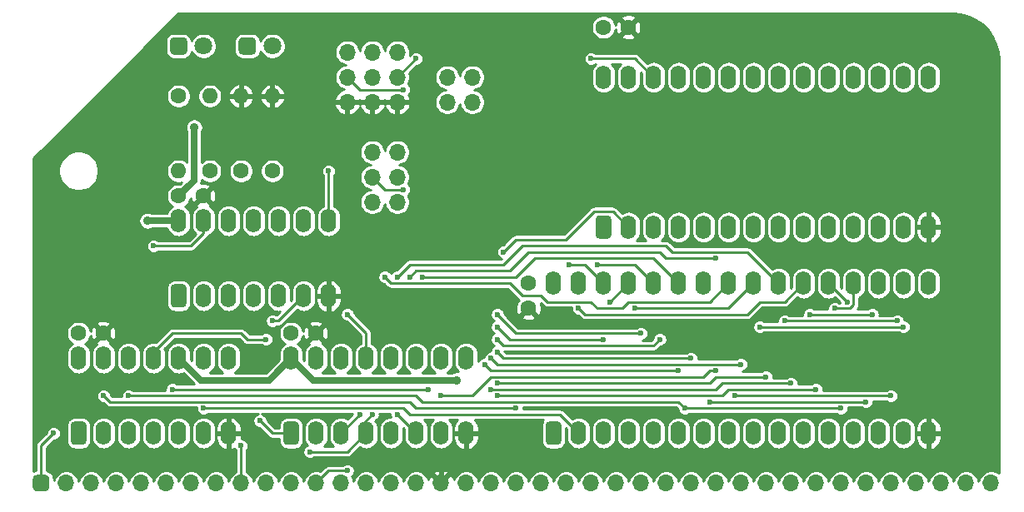
<source format=gbr>
%TF.GenerationSoftware,KiCad,Pcbnew,(5.1.6)-1*%
%TF.CreationDate,2021-01-05T00:51:17-08:00*%
%TF.ProjectId,rc-ramrom,72632d72-616d-4726-9f6d-2e6b69636164,rev?*%
%TF.SameCoordinates,PX9157080PY9071968*%
%TF.FileFunction,Copper,L2,Bot*%
%TF.FilePolarity,Positive*%
%FSLAX46Y46*%
G04 Gerber Fmt 4.6, Leading zero omitted, Abs format (unit mm)*
G04 Created by KiCad (PCBNEW (5.1.6)-1) date 2021-01-05 00:51:17*
%MOMM*%
%LPD*%
G01*
G04 APERTURE LIST*
%TA.AperFunction,ComponentPad*%
%ADD10O,1.600000X2.400000*%
%TD*%
%TA.AperFunction,ComponentPad*%
%ADD11C,1.600000*%
%TD*%
%TA.AperFunction,ComponentPad*%
%ADD12O,1.600000X1.600000*%
%TD*%
%TA.AperFunction,ComponentPad*%
%ADD13C,1.800000*%
%TD*%
%TA.AperFunction,ComponentPad*%
%ADD14O,1.700000X1.700000*%
%TD*%
%TA.AperFunction,ViaPad*%
%ADD15C,0.900001*%
%TD*%
%TA.AperFunction,ViaPad*%
%ADD16C,0.600000*%
%TD*%
%TA.AperFunction,Conductor*%
%ADD17C,0.508000*%
%TD*%
%TA.AperFunction,Conductor*%
%ADD18C,0.254000*%
%TD*%
%TA.AperFunction,Conductor*%
%ADD19C,0.635000*%
%TD*%
%TA.AperFunction,Conductor*%
%ADD20C,0.250000*%
%TD*%
G04 APERTURE END LIST*
D10*
%TO.P,U1,28*%
%TO.N,+5V*%
X58420000Y42875200D03*
%TO.P,U1,14*%
%TO.N,GND*%
X91440000Y27635200D03*
%TO.P,U1,27*%
%TO.N,/ROM_A14'*%
X60960000Y42875200D03*
%TO.P,U1,13*%
%TO.N,D2*%
X88900000Y27635200D03*
%TO.P,U1,26*%
%TO.N,ROM_A13*%
X63500000Y42875200D03*
%TO.P,U1,12*%
%TO.N,D1*%
X86360000Y27635200D03*
%TO.P,U1,25*%
%TO.N,A8*%
X66040000Y42875200D03*
%TO.P,U1,11*%
%TO.N,D0*%
X83820000Y27635200D03*
%TO.P,U1,24*%
%TO.N,A9*%
X68580000Y42875200D03*
%TO.P,U1,10*%
%TO.N,A0*%
X81280000Y27635200D03*
%TO.P,U1,23*%
%TO.N,A11*%
X71120000Y42875200D03*
%TO.P,U1,9*%
%TO.N,A1*%
X78740000Y27635200D03*
%TO.P,U1,22*%
%TO.N,~RD*%
X73660000Y42875200D03*
%TO.P,U1,8*%
%TO.N,A2*%
X76200000Y27635200D03*
%TO.P,U1,21*%
%TO.N,A10*%
X76200000Y42875200D03*
%TO.P,U1,7*%
%TO.N,A3*%
X73660000Y27635200D03*
%TO.P,U1,20*%
%TO.N,~ROM_CS*%
X78740000Y42875200D03*
%TO.P,U1,6*%
%TO.N,A4*%
X71120000Y27635200D03*
%TO.P,U1,19*%
%TO.N,D7*%
X81280000Y42875200D03*
%TO.P,U1,5*%
%TO.N,A5*%
X68580000Y27635200D03*
%TO.P,U1,18*%
%TO.N,D6*%
X83820000Y42875200D03*
%TO.P,U1,4*%
%TO.N,A6*%
X66040000Y27635200D03*
%TO.P,U1,17*%
%TO.N,D5*%
X86360000Y42875200D03*
%TO.P,U1,3*%
%TO.N,A7*%
X63500000Y27635200D03*
%TO.P,U1,16*%
%TO.N,D4*%
X88900000Y42875200D03*
%TO.P,U1,2*%
%TO.N,A12*%
X60960000Y27635200D03*
%TO.P,U1,15*%
%TO.N,D3*%
X91440000Y42875200D03*
%TO.P,U1,1*%
%TO.N,/ROM_A15'*%
%TA.AperFunction,ComponentPad*%
G36*
G01*
X58820000Y26435200D02*
X58020000Y26435200D01*
G75*
G02*
X57620000Y26835200I0J400000D01*
G01*
X57620000Y28435200D01*
G75*
G02*
X58020000Y28835200I400000J0D01*
G01*
X58820000Y28835200D01*
G75*
G02*
X59220000Y28435200I0J-400000D01*
G01*
X59220000Y26835200D01*
G75*
G02*
X58820000Y26435200I-400000J0D01*
G01*
G37*
%TD.AperFunction*%
%TD*%
%TO.P,U2,32*%
%TO.N,+5V*%
X53340000Y21920200D03*
%TO.P,U2,16*%
%TO.N,GND*%
X91440000Y6680200D03*
%TO.P,U2,31*%
%TO.N,A15*%
X55880000Y21920200D03*
%TO.P,U2,15*%
%TO.N,D2*%
X88900000Y6680200D03*
%TO.P,U2,30*%
%TO.N,~ROM_CS*%
X58420000Y21920200D03*
%TO.P,U2,14*%
%TO.N,D1*%
X86360000Y6680200D03*
%TO.P,U2,29*%
%TO.N,~WR*%
X60960000Y21920200D03*
%TO.P,U2,13*%
%TO.N,D0*%
X83820000Y6680200D03*
%TO.P,U2,28*%
%TO.N,A13*%
X63500000Y21920200D03*
%TO.P,U2,12*%
%TO.N,A0*%
X81280000Y6680200D03*
%TO.P,U2,27*%
%TO.N,A8*%
X66040000Y21920200D03*
%TO.P,U2,11*%
%TO.N,A1*%
X78740000Y6680200D03*
%TO.P,U2,26*%
%TO.N,A9*%
X68580000Y21920200D03*
%TO.P,U2,10*%
%TO.N,A2*%
X76200000Y6680200D03*
%TO.P,U2,25*%
%TO.N,A11*%
X71120000Y21920200D03*
%TO.P,U2,9*%
%TO.N,A3*%
X73660000Y6680200D03*
%TO.P,U2,24*%
%TO.N,~RD*%
X73660000Y21920200D03*
%TO.P,U2,8*%
%TO.N,A4*%
X71120000Y6680200D03*
%TO.P,U2,23*%
%TO.N,A10*%
X76200000Y21920200D03*
%TO.P,U2,7*%
%TO.N,A5*%
X68580000Y6680200D03*
%TO.P,U2,22*%
%TO.N,~MREQ*%
X78740000Y21920200D03*
%TO.P,U2,6*%
%TO.N,A6*%
X66040000Y6680200D03*
%TO.P,U2,21*%
%TO.N,D7*%
X81280000Y21920200D03*
%TO.P,U2,5*%
%TO.N,A7*%
X63500000Y6680200D03*
%TO.P,U2,20*%
%TO.N,D6*%
X83820000Y21920200D03*
%TO.P,U2,4*%
%TO.N,A12*%
X60960000Y6680200D03*
%TO.P,U2,19*%
%TO.N,D5*%
X86360000Y21920200D03*
%TO.P,U2,3*%
%TO.N,A14*%
X58420000Y6680200D03*
%TO.P,U2,18*%
%TO.N,D4*%
X88900000Y21920200D03*
%TO.P,U2,2*%
%TO.N,RAM_A16*%
X55880000Y6680200D03*
%TO.P,U2,17*%
%TO.N,D3*%
X91440000Y21920200D03*
%TO.P,U2,1*%
%TO.N,Net-(U2-Pad1)*%
%TA.AperFunction,ComponentPad*%
G36*
G01*
X53740000Y5480200D02*
X52940000Y5480200D01*
G75*
G02*
X52540000Y5880200I0J400000D01*
G01*
X52540000Y7480200D01*
G75*
G02*
X52940000Y7880200I400000J0D01*
G01*
X53740000Y7880200D01*
G75*
G02*
X54140000Y7480200I0J-400000D01*
G01*
X54140000Y5880200D01*
G75*
G02*
X53740000Y5480200I-400000J0D01*
G01*
G37*
%TD.AperFunction*%
%TD*%
D11*
%TO.P,C2,2*%
%TO.N,GND*%
X50800000Y19420200D03*
%TO.P,C2,1*%
%TO.N,+5V*%
X50800000Y21920200D03*
%TD*%
D12*
%TO.P,R2,2*%
%TO.N,/~Paged'*%
X18415000Y40970200D03*
D11*
%TO.P,R2,1*%
%TO.N,/~Paged*%
X18415000Y33350200D03*
%TD*%
D13*
%TO.P,D2,2*%
%TO.N,+5V*%
X24765000Y46050200D03*
%TO.P,D2,1*%
%TO.N,/~Paged'*%
%TA.AperFunction,ComponentPad*%
G36*
G01*
X21325000Y45600200D02*
X21325000Y46500200D01*
G75*
G02*
X21775000Y46950200I450000J0D01*
G01*
X22675000Y46950200D01*
G75*
G02*
X23125000Y46500200I0J-450000D01*
G01*
X23125000Y45600200D01*
G75*
G02*
X22675000Y45150200I-450000J0D01*
G01*
X21775000Y45150200D01*
G75*
G02*
X21325000Y45600200I0J450000D01*
G01*
G37*
%TD.AperFunction*%
%TD*%
D10*
%TO.P,U4,14*%
%TO.N,+5V*%
X5080000Y14300200D03*
%TO.P,U4,7*%
%TO.N,GND*%
X20320000Y6680200D03*
%TO.P,U4,13*%
%TO.N,~RESET*%
X7620000Y14300200D03*
%TO.P,U4,6*%
%TO.N,/~Paged*%
X17780000Y6680200D03*
%TO.P,U4,12*%
%TO.N,D0*%
X10160000Y14300200D03*
%TO.P,U4,5*%
%TO.N,~ROM_EN*%
X15240000Y6680200D03*
%TO.P,U4,11*%
%TO.N,/~HRAM_CFG*%
X12700000Y14300200D03*
%TO.P,U4,4*%
%TO.N,+5V*%
X12700000Y6680200D03*
%TO.P,U4,10*%
X15240000Y14300200D03*
%TO.P,U4,3*%
%TO.N,/~ROM_CFG*%
X10160000Y6680200D03*
%TO.P,U4,9*%
%TO.N,RAM_A16*%
X17780000Y14300200D03*
%TO.P,U4,2*%
%TO.N,D0*%
X7620000Y6680200D03*
%TO.P,U4,8*%
%TO.N,/~HRAM*%
X20320000Y14300200D03*
%TO.P,U4,1*%
%TO.N,~RESET*%
%TA.AperFunction,ComponentPad*%
G36*
G01*
X5480000Y5480200D02*
X4680000Y5480200D01*
G75*
G02*
X4280000Y5880200I0J400000D01*
G01*
X4280000Y7480200D01*
G75*
G02*
X4680000Y7880200I400000J0D01*
G01*
X5480000Y7880200D01*
G75*
G02*
X5880000Y7480200I0J-400000D01*
G01*
X5880000Y5880200D01*
G75*
G02*
X5480000Y5480200I-400000J0D01*
G01*
G37*
%TD.AperFunction*%
%TD*%
%TO.P,U5,16*%
%TO.N,+5V*%
X26670000Y14300200D03*
%TO.P,U5,8*%
%TO.N,GND*%
X44450000Y6680200D03*
%TO.P,U5,15*%
%TO.N,Net-(U5-Pad15)*%
X29210000Y14300200D03*
%TO.P,U5,7*%
%TO.N,Net-(U5-Pad7)*%
X41910000Y6680200D03*
%TO.P,U5,14*%
%TO.N,Net-(U5-Pad14)*%
X31750000Y14300200D03*
%TO.P,U5,6*%
%TO.N,A4*%
X39370000Y6680200D03*
%TO.P,U5,13*%
%TO.N,/~HRAM_CFG*%
X34290000Y14300200D03*
%TO.P,U5,5*%
%TO.N,A2*%
X36830000Y6680200D03*
%TO.P,U5,12*%
%TO.N,Net-(U5-Pad12)*%
X36830000Y14300200D03*
%TO.P,U5,4*%
%TO.N,A6*%
X34290000Y6680200D03*
%TO.P,U5,11*%
%TO.N,Net-(U5-Pad11)*%
X39370000Y14300200D03*
%TO.P,U5,3*%
%TO.N,A3*%
X31750000Y6680200D03*
%TO.P,U5,10*%
%TO.N,Net-(U5-Pad10)*%
X41910000Y14300200D03*
%TO.P,U5,2*%
%TO.N,A5*%
X29210000Y6680200D03*
%TO.P,U5,9*%
%TO.N,/~ROM_CFG*%
X44450000Y14300200D03*
%TO.P,U5,1*%
%TO.N,/~IOWR*%
%TA.AperFunction,ComponentPad*%
G36*
G01*
X27070000Y5480200D02*
X26270000Y5480200D01*
G75*
G02*
X25870000Y5880200I0J400000D01*
G01*
X25870000Y7480200D01*
G75*
G02*
X26270000Y7880200I400000J0D01*
G01*
X27070000Y7880200D01*
G75*
G02*
X27470000Y7480200I0J-400000D01*
G01*
X27470000Y5880200D01*
G75*
G02*
X27070000Y5480200I-400000J0D01*
G01*
G37*
%TD.AperFunction*%
%TD*%
D14*
%TO.P,JP6,4*%
%TO.N,ROM_A14*%
X45085000Y42875200D03*
%TO.P,JP6,3*%
%TO.N,/ROM_A15'*%
X45085000Y40335200D03*
%TO.P,JP6,2*%
%TO.N,/ROM_A14'*%
X42545000Y42875200D03*
%TO.P,JP6,1*%
%TO.N,ROM_A15*%
X42545000Y40335200D03*
%TD*%
%TO.P,U3,1*%
%TO.N,/SZ1*%
%TA.AperFunction,ComponentPad*%
G36*
G01*
X15640000Y19450200D02*
X14840000Y19450200D01*
G75*
G02*
X14440000Y19850200I0J400000D01*
G01*
X14440000Y21450200D01*
G75*
G02*
X14840000Y21850200I400000J0D01*
G01*
X15640000Y21850200D01*
G75*
G02*
X16040000Y21450200I0J-400000D01*
G01*
X16040000Y19850200D01*
G75*
G02*
X15640000Y19450200I-400000J0D01*
G01*
G37*
%TD.AperFunction*%
D10*
%TO.P,U3,8*%
%TO.N,A15*%
X30480000Y28270200D03*
%TO.P,U3,2*%
%TO.N,/SZ2*%
X17780000Y20650200D03*
%TO.P,U3,9*%
%TO.N,/~ROM_SEL*%
X27940000Y28270200D03*
%TO.P,U3,3*%
%TO.N,A7*%
X20320000Y20650200D03*
%TO.P,U3,10*%
%TO.N,~ROM_CS*%
X25400000Y28270200D03*
%TO.P,U3,4*%
%TO.N,~WR*%
X22860000Y20650200D03*
%TO.P,U3,11*%
%TO.N,/~ROM_SEL*%
X22860000Y28270200D03*
%TO.P,U3,5*%
%TO.N,~IOREQ*%
X25400000Y20650200D03*
%TO.P,U3,12*%
%TO.N,~MREQ*%
X20320000Y28270200D03*
%TO.P,U3,6*%
%TO.N,/~IOWR*%
X27940000Y20650200D03*
%TO.P,U3,13*%
%TO.N,~ROM_EN*%
X17780000Y28270200D03*
%TO.P,U3,7*%
%TO.N,GND*%
X30480000Y20650200D03*
%TO.P,U3,14*%
%TO.N,+5V*%
X15240000Y28270200D03*
%TD*%
D12*
%TO.P,R1,2*%
%TO.N,/~HRAM*%
X15240000Y33350200D03*
D11*
%TO.P,R1,1*%
%TO.N,/~HRAM'*%
X15240000Y40970200D03*
%TD*%
D12*
%TO.P,R4,2*%
%TO.N,GND*%
X24765000Y40970200D03*
D11*
%TO.P,R4,1*%
%TO.N,/SZ2*%
X24765000Y33350200D03*
%TD*%
D12*
%TO.P,R3,2*%
%TO.N,GND*%
X21590000Y40970200D03*
D11*
%TO.P,R3,1*%
%TO.N,/SZ1*%
X21590000Y33350200D03*
%TD*%
D14*
%TO.P,JP5,3*%
%TO.N,GND*%
X37465000Y40335200D03*
%TO.P,JP5,2*%
%TO.N,ROM_A13*%
X37465000Y42875200D03*
%TO.P,JP5,1*%
%TO.N,+5V*%
X37465000Y45415200D03*
%TD*%
%TO.P,JP4,3*%
%TO.N,GND*%
X34925000Y40335200D03*
%TO.P,JP4,2*%
%TO.N,ROM_A14*%
X34925000Y42875200D03*
%TO.P,JP4,1*%
%TO.N,+5V*%
X34925000Y45415200D03*
%TD*%
%TO.P,JP3,3*%
%TO.N,GND*%
X32385000Y40335200D03*
%TO.P,JP3,2*%
%TO.N,ROM_A15*%
X32385000Y42875200D03*
%TO.P,JP3,1*%
%TO.N,+5V*%
X32385000Y45415200D03*
%TD*%
%TO.P,JP2,3*%
%TO.N,/SZ2*%
X37465000Y30175200D03*
%TO.P,JP2,2*%
%TO.N,A13*%
X37465000Y32715200D03*
%TO.P,JP2,1*%
%TO.N,ROM_A13*%
X37465000Y35255200D03*
%TD*%
%TO.P,JP1,3*%
%TO.N,/SZ1*%
X34925000Y30175200D03*
%TO.P,JP1,2*%
%TO.N,A14*%
X34925000Y32715200D03*
%TO.P,JP1,1*%
%TO.N,ROM_A14*%
X34925000Y35255200D03*
%TD*%
D13*
%TO.P,D1,2*%
%TO.N,+5V*%
X17780000Y46050200D03*
%TO.P,D1,1*%
%TO.N,/~HRAM'*%
%TA.AperFunction,ComponentPad*%
G36*
G01*
X14340000Y45600200D02*
X14340000Y46500200D01*
G75*
G02*
X14790000Y46950200I450000J0D01*
G01*
X15690000Y46950200D01*
G75*
G02*
X16140000Y46500200I0J-450000D01*
G01*
X16140000Y45600200D01*
G75*
G02*
X15690000Y45150200I-450000J0D01*
G01*
X14790000Y45150200D01*
G75*
G02*
X14340000Y45600200I0J450000D01*
G01*
G37*
%TD.AperFunction*%
%TD*%
D11*
%TO.P,C3,2*%
%TO.N,GND*%
X17740000Y30810200D03*
%TO.P,C3,1*%
%TO.N,+5V*%
X15240000Y30810200D03*
%TD*%
%TO.P,C4,2*%
%TO.N,GND*%
X7580000Y16840200D03*
%TO.P,C4,1*%
%TO.N,+5V*%
X5080000Y16840200D03*
%TD*%
%TO.P,C5,2*%
%TO.N,GND*%
X29170000Y16840200D03*
%TO.P,C5,1*%
%TO.N,+5V*%
X26670000Y16840200D03*
%TD*%
%TO.P,C1,2*%
%TO.N,GND*%
X60920000Y47955200D03*
%TO.P,C1,1*%
%TO.N,+5V*%
X58420000Y47955200D03*
%TD*%
D14*
%TO.P,J1,39*%
%TO.N,Net-(J1-Pad39)*%
X97790000Y1600200D03*
%TO.P,J1,38*%
%TO.N,Net-(J1-Pad38)*%
X95250000Y1600200D03*
%TO.P,J1,37*%
%TO.N,Net-(J1-Pad37)*%
X92710000Y1600200D03*
%TO.P,J1,36*%
%TO.N,Net-(J1-Pad36)*%
X90170000Y1600200D03*
%TO.P,J1,35*%
%TO.N,Net-(J1-Pad35)*%
X87630000Y1600200D03*
%TO.P,J1,34*%
%TO.N,D7*%
X85090000Y1600200D03*
%TO.P,J1,33*%
%TO.N,D6*%
X82550000Y1600200D03*
%TO.P,J1,32*%
%TO.N,D5*%
X80010000Y1600200D03*
%TO.P,J1,31*%
%TO.N,D4*%
X77470000Y1600200D03*
%TO.P,J1,30*%
%TO.N,D3*%
X74930000Y1600200D03*
%TO.P,J1,29*%
%TO.N,D2*%
X72390000Y1600200D03*
%TO.P,J1,28*%
%TO.N,D1*%
X69850000Y1600200D03*
%TO.P,J1,27*%
%TO.N,D0*%
X67310000Y1600200D03*
%TO.P,J1,26*%
%TO.N,~IOREQ*%
X64770000Y1600200D03*
%TO.P,J1,25*%
%TO.N,~RD*%
X62230000Y1600200D03*
%TO.P,J1,24*%
%TO.N,~WR*%
X59690000Y1600200D03*
%TO.P,J1,23*%
%TO.N,~MREQ*%
X57150000Y1600200D03*
%TO.P,J1,22*%
%TO.N,Net-(J1-Pad22)*%
X54610000Y1600200D03*
%TO.P,J1,21*%
%TO.N,Net-(J1-Pad21)*%
X52070000Y1600200D03*
%TO.P,J1,20*%
%TO.N,~RESET*%
X49530000Y1600200D03*
%TO.P,J1,19*%
%TO.N,Net-(J1-Pad19)*%
X46990000Y1600200D03*
%TO.P,J1,18*%
%TO.N,+5V*%
X44450000Y1600200D03*
%TO.P,J1,17*%
%TO.N,GND*%
X41910000Y1600200D03*
%TO.P,J1,16*%
%TO.N,A0*%
X39370000Y1600200D03*
%TO.P,J1,15*%
%TO.N,A1*%
X36830000Y1600200D03*
%TO.P,J1,14*%
%TO.N,A2*%
X34290000Y1600200D03*
%TO.P,J1,13*%
%TO.N,A3*%
X31750000Y1600200D03*
%TO.P,J1,12*%
%TO.N,A4*%
X29210000Y1600200D03*
%TO.P,J1,11*%
%TO.N,A5*%
X26670000Y1600200D03*
%TO.P,J1,10*%
%TO.N,A6*%
X24130000Y1600200D03*
%TO.P,J1,9*%
%TO.N,A7*%
X21590000Y1600200D03*
%TO.P,J1,8*%
%TO.N,A8*%
X19050000Y1600200D03*
%TO.P,J1,7*%
%TO.N,A9*%
X16510000Y1600200D03*
%TO.P,J1,6*%
%TO.N,A10*%
X13970000Y1600200D03*
%TO.P,J1,5*%
%TO.N,A11*%
X11430000Y1600200D03*
%TO.P,J1,4*%
%TO.N,A12*%
X8890000Y1600200D03*
%TO.P,J1,3*%
%TO.N,A13*%
X6350000Y1600200D03*
%TO.P,J1,2*%
%TO.N,A14*%
X3810000Y1600200D03*
%TO.P,J1,1*%
%TO.N,A15*%
%TA.AperFunction,ComponentPad*%
G36*
G01*
X1695000Y750200D02*
X845000Y750200D01*
G75*
G02*
X420000Y1175200I0J425000D01*
G01*
X420000Y2025200D01*
G75*
G02*
X845000Y2450200I425000J0D01*
G01*
X1695000Y2450200D01*
G75*
G02*
X2120000Y2025200I0J-425000D01*
G01*
X2120000Y1175200D01*
G75*
G02*
X1695000Y750200I-425000J0D01*
G01*
G37*
%TD.AperFunction*%
%TD*%
D15*
%TO.N,GND*%
X50800000Y6680200D03*
D16*
%TO.N,D7*%
X83185000Y20015200D03*
%TO.N,D6*%
X81915000Y19380200D03*
%TO.N,D5*%
X79375000Y18745200D03*
X85725000Y18745200D03*
%TO.N,D4*%
X76835000Y18110200D03*
X88265000Y18110200D03*
%TO.N,D3*%
X74295000Y17475200D03*
X88900000Y17475200D03*
%TO.N,D2*%
X71755000Y10490200D03*
X87630000Y10490200D03*
%TO.N,D1*%
X69215000Y9855208D03*
X85090000Y9855200D03*
%TO.N,D0*%
X66675000Y9220200D03*
X82550000Y9220200D03*
X10160000Y10490200D03*
%TO.N,~IOREQ*%
X64135000Y16205200D03*
X47625000Y16205200D03*
%TO.N,~RD*%
X61595000Y19380200D03*
%TO.N,~WR*%
X58420000Y16205200D03*
X47625000Y17475200D03*
X59055000Y20015200D03*
%TO.N,~MREQ*%
X55880000Y19380200D03*
%TO.N,~RESET*%
X7620000Y10490200D03*
X49530000Y9220220D03*
D15*
%TO.N,+5V*%
X12065000Y28270200D03*
X16827500Y37795200D03*
X43497500Y12077700D03*
D16*
%TO.N,A0*%
X80010000Y11125200D03*
X47625000Y10490200D03*
%TO.N,A1*%
X77470000Y11760200D03*
X46990000Y11125200D03*
%TO.N,A2*%
X74930000Y12395200D03*
X47625000Y11760200D03*
%TO.N,A3*%
X33655000Y8585200D03*
X72390000Y13665200D03*
X46990000Y14300200D03*
%TO.N,A4*%
X69850000Y13030200D03*
X32385000Y2870200D03*
X37465000Y8585200D03*
X41909990Y10490190D03*
%TO.N,A5*%
X67310000Y14300200D03*
X47625000Y14935200D03*
%TO.N,A6*%
X28575000Y4775200D03*
X34925000Y8585200D03*
X66040000Y13030200D03*
X46355000Y13665200D03*
%TO.N,A7*%
X62230000Y16840200D03*
X21590000Y5410212D03*
X47625000Y18745200D03*
%TO.N,A8*%
X40005000Y22555200D03*
%TO.N,A9*%
X38735000Y22555200D03*
X69850000Y24460200D03*
%TO.N,A10*%
X37465000Y22555200D03*
%TO.N,A11*%
X36195000Y22555200D03*
%TO.N,A12*%
X48260000Y25095200D03*
%TO.N,A13*%
X57785000Y23825200D03*
%TO.N,A14*%
X38100000Y31445200D03*
%TO.N,A15*%
X2540000Y6680200D03*
X30480002Y33350200D03*
%TO.N,ROM_A13*%
X39370000Y44780200D03*
X57150000Y44780200D03*
%TO.N,ROM_A15*%
X38100000Y41605200D03*
%TO.N,/~ROM_CFG*%
X40640000Y11125200D03*
X14605000Y11125200D03*
%TO.N,/~IOWR*%
X23495000Y7950200D03*
X24765000Y18110200D03*
%TO.N,~ROM_EN*%
X12700000Y25730200D03*
%TO.N,~ROM_CS*%
X54927500Y23825200D03*
%TO.N,RAM_A16*%
X17780000Y9220200D03*
%TO.N,/~HRAM_CFG*%
X32385000Y18745200D03*
X24130000Y16205200D03*
%TD*%
D17*
%TO.N,GND*%
X41910000Y1600200D02*
X43180000Y2870200D01*
X41910000Y1600200D02*
X40640000Y2870200D01*
D18*
%TO.N,D7*%
X83185000Y20015200D02*
X81280000Y21920200D01*
%TO.N,D6*%
X83820000Y19725198D02*
X83820000Y21920200D01*
X83475002Y19380200D02*
X83820000Y19725198D01*
X81915000Y19380200D02*
X83475002Y19380200D01*
%TO.N,D5*%
X79375000Y18745200D02*
X85725000Y18745200D01*
%TO.N,D4*%
X76835000Y18110200D02*
X88265000Y18110200D01*
%TO.N,D3*%
X74295000Y17475200D02*
X88900000Y17475200D01*
%TO.N,D2*%
X72179264Y10490200D02*
X87630000Y10490200D01*
X71755000Y10490200D02*
X72179264Y10490200D01*
%TO.N,D1*%
X85089992Y9855208D02*
X85090000Y9855200D01*
X69215000Y9855208D02*
X85089992Y9855208D01*
%TO.N,D0*%
X82550000Y9220196D02*
X82550000Y9220186D01*
X82550000Y9220186D02*
X82550004Y9220182D01*
X66675000Y9220200D02*
X82550000Y9220200D01*
X66040000Y9855200D02*
X40005000Y9855200D01*
X39370000Y10490200D02*
X10160000Y10490200D01*
X66675000Y9220200D02*
X66040000Y9855200D01*
X40005000Y9855200D02*
X39370000Y10490200D01*
%TO.N,~IOREQ*%
X48260000Y15570200D02*
X47625000Y16205200D01*
X63500000Y15570200D02*
X48260000Y15570200D01*
X64135000Y16205200D02*
X63500000Y15570200D01*
%TO.N,~RD*%
X71120000Y19380200D02*
X73660000Y21920200D01*
X61595000Y19380200D02*
X71120000Y19380200D01*
%TO.N,~WR*%
X48895000Y16205200D02*
X47625000Y17475200D01*
X58420000Y16205200D02*
X48895000Y16205200D01*
X60960000Y21920200D02*
X59055000Y20015200D01*
%TO.N,~MREQ*%
X56515000Y18745200D02*
X55880000Y19380200D01*
X73025000Y18745200D02*
X56515000Y18745200D01*
X74295000Y20015200D02*
X73025000Y18745200D01*
X78740000Y21920200D02*
X76835000Y20015200D01*
X76835000Y20015200D02*
X74295000Y20015200D01*
%TO.N,~RESET*%
X39370000Y9220200D02*
X49530000Y9220200D01*
X38735000Y9855200D02*
X39370000Y9220200D01*
X7620000Y10490200D02*
X8255000Y9855200D01*
X8255000Y9855200D02*
X38735000Y9855200D01*
D19*
%TO.N,+5V*%
X12065000Y28270200D02*
X15240000Y28270200D01*
X16827500Y32397700D02*
X16827500Y37795200D01*
X15240000Y30810200D02*
X16827500Y32397700D01*
X24447500Y12077700D02*
X26670000Y14300200D01*
X15240000Y14300200D02*
X17462500Y12077700D01*
X17462500Y12077700D02*
X24447500Y12077700D01*
X28892500Y12077700D02*
X43497500Y12077700D01*
X26670000Y14300200D02*
X28892500Y12077700D01*
D18*
%TO.N,A0*%
X71120000Y11125200D02*
X70485000Y10490200D01*
X70485000Y10490200D02*
X47625000Y10490200D01*
X80010000Y11125200D02*
X71120000Y11125200D01*
%TO.N,A1*%
X77470000Y11760200D02*
X70485000Y11760200D01*
X70485000Y11760200D02*
X69850000Y11125200D01*
X69850000Y11125200D02*
X46990000Y11125200D01*
%TO.N,A2*%
X69215000Y11760200D02*
X47625000Y11760200D01*
X74930000Y12395200D02*
X69850000Y12395200D01*
X69850000Y12395200D02*
X69215000Y11760200D01*
%TO.N,A3*%
X31750000Y6680200D02*
X33655000Y8585200D01*
X72390000Y13665200D02*
X47625000Y13665200D01*
X47625000Y13665200D02*
X46990000Y14300200D01*
%TO.N,A4*%
X29210000Y1600200D02*
X30480000Y2870200D01*
X30480000Y2870200D02*
X32385000Y2870200D01*
X39370000Y6680200D02*
X37465000Y8585200D01*
X45084990Y10490190D02*
X41909990Y10490190D01*
X46990000Y12395200D02*
X45084990Y10490190D01*
X68580000Y12395200D02*
X46990000Y12395200D01*
X69850000Y13030200D02*
X69215000Y13030200D01*
X69215000Y13030200D02*
X68580000Y12395200D01*
%TO.N,A5*%
X48260000Y14300200D02*
X47625000Y14935200D01*
X67310000Y14300200D02*
X48260000Y14300200D01*
%TO.N,A6*%
X34290000Y6680200D02*
X32385000Y4775200D01*
X32385000Y4775200D02*
X28575000Y4775200D01*
X34290000Y7950200D02*
X34925000Y8585200D01*
X34290000Y6680200D02*
X34290000Y7950200D01*
X46990000Y13030200D02*
X46355000Y13665200D01*
X66040000Y13030200D02*
X46990000Y13030200D01*
%TO.N,A7*%
X21590000Y5410212D02*
X21590000Y1600200D01*
X62230000Y16840200D02*
X49530000Y16840200D01*
X49530000Y16840200D02*
X47625000Y18745200D01*
D20*
%TO.N,A8*%
X63500000Y24460200D02*
X66040000Y21920200D01*
X51435000Y24460200D02*
X63500000Y24460200D01*
X40005000Y22555200D02*
X49530000Y22555200D01*
X49530000Y22555200D02*
X51435000Y24460200D01*
%TO.N,A9*%
X64770000Y24460200D02*
X69850000Y24460200D01*
X48895000Y23190200D02*
X50800000Y25095200D01*
X39370000Y23190200D02*
X48895000Y23190200D01*
X38735000Y22555200D02*
X39370000Y23190200D01*
X64135000Y25095200D02*
X64770000Y24460200D01*
X50800000Y25095200D02*
X64135000Y25095200D01*
D18*
%TO.N,A10*%
X73025000Y25095200D02*
X76200000Y21920200D01*
X37465000Y22555200D02*
X38735000Y23825200D01*
X65405000Y25095200D02*
X73025000Y25095200D01*
X38735000Y23825200D02*
X48260000Y23825200D01*
X64770000Y25730200D02*
X65405000Y25095200D01*
X48260000Y23825200D02*
X50165000Y25730200D01*
X50165000Y25730200D02*
X64770000Y25730200D01*
%TO.N,A11*%
X69215000Y20015200D02*
X71120000Y21920200D01*
X60960000Y20015200D02*
X69215000Y20015200D01*
X60325000Y19380200D02*
X60960000Y20015200D01*
X57785000Y19380200D02*
X60325000Y19380200D01*
X52705000Y20015200D02*
X57150000Y20015200D01*
X36830000Y21920200D02*
X48895000Y21920200D01*
X48895000Y21920200D02*
X50165000Y20650200D01*
X36195000Y22555200D02*
X36830000Y21920200D01*
X57150000Y20015200D02*
X57785000Y19380200D01*
X50165000Y20650200D02*
X52070000Y20650200D01*
X52070000Y20650200D02*
X52705000Y20015200D01*
%TO.N,A12*%
X49530000Y26365200D02*
X48260000Y25095200D01*
X54610000Y26365200D02*
X49530000Y26365200D01*
X57467500Y29222700D02*
X54610000Y26365200D01*
X60960000Y27635200D02*
X59372500Y29222700D01*
X59372500Y29222700D02*
X57467500Y29222700D01*
%TO.N,A13*%
X61595000Y23825200D02*
X57785000Y23825200D01*
X63500000Y21920200D02*
X61595000Y23825200D01*
%TO.N,A14*%
X34925000Y32715200D02*
X36195000Y31445200D01*
X36195000Y31445200D02*
X38100000Y31445200D01*
%TO.N,A15*%
X1270000Y5410200D02*
X2540000Y6680200D01*
X1270000Y1600200D02*
X1270000Y5410200D01*
X30480000Y33350198D02*
X30480002Y33350200D01*
X30480000Y28270200D02*
X30480000Y33350198D01*
%TO.N,ROM_A13*%
X37465000Y42875200D02*
X39370000Y44780200D01*
X61595000Y44780200D02*
X63500000Y42875200D01*
X57150000Y44780200D02*
X61595000Y44780200D01*
%TO.N,ROM_A15*%
X32573057Y42421191D02*
X32385000Y42421191D01*
X32706033Y42554167D02*
X32573057Y42421191D01*
X32385000Y42875200D02*
X33655000Y41605200D01*
X33655000Y41605200D02*
X38100000Y41605200D01*
%TO.N,/~ROM_CFG*%
X40640000Y11125200D02*
X14605000Y11125200D01*
%TO.N,/~IOWR*%
X26670000Y6680200D02*
X24765000Y6680200D01*
X24765000Y6680200D02*
X23495000Y7950200D01*
X27940000Y20650200D02*
X25400000Y18110200D01*
X25400000Y18110200D02*
X24765000Y18110200D01*
%TO.N,~ROM_EN*%
X12700000Y25730200D02*
X16510000Y25730200D01*
X16510000Y25730200D02*
X17780000Y27000200D01*
X17780000Y27000200D02*
X17780000Y28270200D01*
%TO.N,~ROM_CS*%
X58420000Y21920200D02*
X56515000Y23825200D01*
X56515000Y23825200D02*
X54927500Y23825200D01*
%TO.N,RAM_A16*%
X55880000Y6680200D02*
X53975000Y8585200D01*
X38735000Y8585200D02*
X38100000Y9220200D01*
X53975000Y8585200D02*
X38735000Y8585200D01*
X38100000Y9220200D02*
X17780000Y9220200D01*
%TO.N,/~HRAM_CFG*%
X34290000Y16840200D02*
X32385000Y18745200D01*
X34290000Y14300200D02*
X34290000Y16840200D01*
X22225000Y16205200D02*
X24130000Y16205200D01*
X21590000Y16840200D02*
X22225000Y16205200D01*
X14605000Y16840200D02*
X21590000Y16840200D01*
X12700000Y14300200D02*
X12700000Y14935200D01*
X12700000Y14935200D02*
X14605000Y16840200D01*
%TD*%
%TO.N,GND*%
G36*
X94730956Y49280497D02*
G01*
X95517463Y49069754D01*
X96255433Y48725633D01*
X96922429Y48258597D01*
X97498197Y47682829D01*
X97965233Y47015833D01*
X98309354Y46277863D01*
X98520098Y45491355D01*
X98594600Y44639789D01*
X98594601Y2604191D01*
X98397160Y2736116D01*
X98163887Y2832741D01*
X97916246Y2882000D01*
X97663754Y2882000D01*
X97416113Y2832741D01*
X97182840Y2736116D01*
X96972900Y2595839D01*
X96794361Y2417300D01*
X96654084Y2207360D01*
X96557459Y1974087D01*
X96520000Y1785768D01*
X96482541Y1974087D01*
X96385916Y2207360D01*
X96245639Y2417300D01*
X96067100Y2595839D01*
X95857160Y2736116D01*
X95623887Y2832741D01*
X95376246Y2882000D01*
X95123754Y2882000D01*
X94876113Y2832741D01*
X94642840Y2736116D01*
X94432900Y2595839D01*
X94254361Y2417300D01*
X94114084Y2207360D01*
X94017459Y1974087D01*
X93980000Y1785768D01*
X93942541Y1974087D01*
X93845916Y2207360D01*
X93705639Y2417300D01*
X93527100Y2595839D01*
X93317160Y2736116D01*
X93083887Y2832741D01*
X92836246Y2882000D01*
X92583754Y2882000D01*
X92336113Y2832741D01*
X92102840Y2736116D01*
X91892900Y2595839D01*
X91714361Y2417300D01*
X91574084Y2207360D01*
X91477459Y1974087D01*
X91440000Y1785768D01*
X91402541Y1974087D01*
X91305916Y2207360D01*
X91165639Y2417300D01*
X90987100Y2595839D01*
X90777160Y2736116D01*
X90543887Y2832741D01*
X90296246Y2882000D01*
X90043754Y2882000D01*
X89796113Y2832741D01*
X89562840Y2736116D01*
X89352900Y2595839D01*
X89174361Y2417300D01*
X89034084Y2207360D01*
X88937459Y1974087D01*
X88900000Y1785768D01*
X88862541Y1974087D01*
X88765916Y2207360D01*
X88625639Y2417300D01*
X88447100Y2595839D01*
X88237160Y2736116D01*
X88003887Y2832741D01*
X87756246Y2882000D01*
X87503754Y2882000D01*
X87256113Y2832741D01*
X87022840Y2736116D01*
X86812900Y2595839D01*
X86634361Y2417300D01*
X86494084Y2207360D01*
X86397459Y1974087D01*
X86360000Y1785768D01*
X86322541Y1974087D01*
X86225916Y2207360D01*
X86085639Y2417300D01*
X85907100Y2595839D01*
X85697160Y2736116D01*
X85463887Y2832741D01*
X85216246Y2882000D01*
X84963754Y2882000D01*
X84716113Y2832741D01*
X84482840Y2736116D01*
X84272900Y2595839D01*
X84094361Y2417300D01*
X83954084Y2207360D01*
X83857459Y1974087D01*
X83820000Y1785768D01*
X83782541Y1974087D01*
X83685916Y2207360D01*
X83545639Y2417300D01*
X83367100Y2595839D01*
X83157160Y2736116D01*
X82923887Y2832741D01*
X82676246Y2882000D01*
X82423754Y2882000D01*
X82176113Y2832741D01*
X81942840Y2736116D01*
X81732900Y2595839D01*
X81554361Y2417300D01*
X81414084Y2207360D01*
X81317459Y1974087D01*
X81280000Y1785768D01*
X81242541Y1974087D01*
X81145916Y2207360D01*
X81005639Y2417300D01*
X80827100Y2595839D01*
X80617160Y2736116D01*
X80383887Y2832741D01*
X80136246Y2882000D01*
X79883754Y2882000D01*
X79636113Y2832741D01*
X79402840Y2736116D01*
X79192900Y2595839D01*
X79014361Y2417300D01*
X78874084Y2207360D01*
X78777459Y1974087D01*
X78740000Y1785768D01*
X78702541Y1974087D01*
X78605916Y2207360D01*
X78465639Y2417300D01*
X78287100Y2595839D01*
X78077160Y2736116D01*
X77843887Y2832741D01*
X77596246Y2882000D01*
X77343754Y2882000D01*
X77096113Y2832741D01*
X76862840Y2736116D01*
X76652900Y2595839D01*
X76474361Y2417300D01*
X76334084Y2207360D01*
X76237459Y1974087D01*
X76200000Y1785768D01*
X76162541Y1974087D01*
X76065916Y2207360D01*
X75925639Y2417300D01*
X75747100Y2595839D01*
X75537160Y2736116D01*
X75303887Y2832741D01*
X75056246Y2882000D01*
X74803754Y2882000D01*
X74556113Y2832741D01*
X74322840Y2736116D01*
X74112900Y2595839D01*
X73934361Y2417300D01*
X73794084Y2207360D01*
X73697459Y1974087D01*
X73660000Y1785768D01*
X73622541Y1974087D01*
X73525916Y2207360D01*
X73385639Y2417300D01*
X73207100Y2595839D01*
X72997160Y2736116D01*
X72763887Y2832741D01*
X72516246Y2882000D01*
X72263754Y2882000D01*
X72016113Y2832741D01*
X71782840Y2736116D01*
X71572900Y2595839D01*
X71394361Y2417300D01*
X71254084Y2207360D01*
X71157459Y1974087D01*
X71120000Y1785768D01*
X71082541Y1974087D01*
X70985916Y2207360D01*
X70845639Y2417300D01*
X70667100Y2595839D01*
X70457160Y2736116D01*
X70223887Y2832741D01*
X69976246Y2882000D01*
X69723754Y2882000D01*
X69476113Y2832741D01*
X69242840Y2736116D01*
X69032900Y2595839D01*
X68854361Y2417300D01*
X68714084Y2207360D01*
X68617459Y1974087D01*
X68580000Y1785768D01*
X68542541Y1974087D01*
X68445916Y2207360D01*
X68305639Y2417300D01*
X68127100Y2595839D01*
X67917160Y2736116D01*
X67683887Y2832741D01*
X67436246Y2882000D01*
X67183754Y2882000D01*
X66936113Y2832741D01*
X66702840Y2736116D01*
X66492900Y2595839D01*
X66314361Y2417300D01*
X66174084Y2207360D01*
X66077459Y1974087D01*
X66040000Y1785768D01*
X66002541Y1974087D01*
X65905916Y2207360D01*
X65765639Y2417300D01*
X65587100Y2595839D01*
X65377160Y2736116D01*
X65143887Y2832741D01*
X64896246Y2882000D01*
X64643754Y2882000D01*
X64396113Y2832741D01*
X64162840Y2736116D01*
X63952900Y2595839D01*
X63774361Y2417300D01*
X63634084Y2207360D01*
X63537459Y1974087D01*
X63500000Y1785768D01*
X63462541Y1974087D01*
X63365916Y2207360D01*
X63225639Y2417300D01*
X63047100Y2595839D01*
X62837160Y2736116D01*
X62603887Y2832741D01*
X62356246Y2882000D01*
X62103754Y2882000D01*
X61856113Y2832741D01*
X61622840Y2736116D01*
X61412900Y2595839D01*
X61234361Y2417300D01*
X61094084Y2207360D01*
X60997459Y1974087D01*
X60960000Y1785768D01*
X60922541Y1974087D01*
X60825916Y2207360D01*
X60685639Y2417300D01*
X60507100Y2595839D01*
X60297160Y2736116D01*
X60063887Y2832741D01*
X59816246Y2882000D01*
X59563754Y2882000D01*
X59316113Y2832741D01*
X59082840Y2736116D01*
X58872900Y2595839D01*
X58694361Y2417300D01*
X58554084Y2207360D01*
X58457459Y1974087D01*
X58420000Y1785768D01*
X58382541Y1974087D01*
X58285916Y2207360D01*
X58145639Y2417300D01*
X57967100Y2595839D01*
X57757160Y2736116D01*
X57523887Y2832741D01*
X57276246Y2882000D01*
X57023754Y2882000D01*
X56776113Y2832741D01*
X56542840Y2736116D01*
X56332900Y2595839D01*
X56154361Y2417300D01*
X56014084Y2207360D01*
X55917459Y1974087D01*
X55880000Y1785768D01*
X55842541Y1974087D01*
X55745916Y2207360D01*
X55605639Y2417300D01*
X55427100Y2595839D01*
X55217160Y2736116D01*
X54983887Y2832741D01*
X54736246Y2882000D01*
X54483754Y2882000D01*
X54236113Y2832741D01*
X54002840Y2736116D01*
X53792900Y2595839D01*
X53614361Y2417300D01*
X53474084Y2207360D01*
X53377459Y1974087D01*
X53340000Y1785768D01*
X53302541Y1974087D01*
X53205916Y2207360D01*
X53065639Y2417300D01*
X52887100Y2595839D01*
X52677160Y2736116D01*
X52443887Y2832741D01*
X52196246Y2882000D01*
X51943754Y2882000D01*
X51696113Y2832741D01*
X51462840Y2736116D01*
X51252900Y2595839D01*
X51074361Y2417300D01*
X50934084Y2207360D01*
X50837459Y1974087D01*
X50800000Y1785768D01*
X50762541Y1974087D01*
X50665916Y2207360D01*
X50525639Y2417300D01*
X50347100Y2595839D01*
X50137160Y2736116D01*
X49903887Y2832741D01*
X49656246Y2882000D01*
X49403754Y2882000D01*
X49156113Y2832741D01*
X48922840Y2736116D01*
X48712900Y2595839D01*
X48534361Y2417300D01*
X48394084Y2207360D01*
X48297459Y1974087D01*
X48260000Y1785768D01*
X48222541Y1974087D01*
X48125916Y2207360D01*
X47985639Y2417300D01*
X47807100Y2595839D01*
X47597160Y2736116D01*
X47363887Y2832741D01*
X47116246Y2882000D01*
X46863754Y2882000D01*
X46616113Y2832741D01*
X46382840Y2736116D01*
X46172900Y2595839D01*
X45994361Y2417300D01*
X45854084Y2207360D01*
X45757459Y1974087D01*
X45720000Y1785768D01*
X45682541Y1974087D01*
X45585916Y2207360D01*
X45445639Y2417300D01*
X45267100Y2595839D01*
X45057160Y2736116D01*
X44823887Y2832741D01*
X44576246Y2882000D01*
X44323754Y2882000D01*
X44076113Y2832741D01*
X43842840Y2736116D01*
X43632900Y2595839D01*
X43454361Y2417300D01*
X43314084Y2207360D01*
X43217459Y1974087D01*
X43215565Y1964566D01*
X43134529Y2187319D01*
X42996459Y2414931D01*
X42816637Y2611234D01*
X42601973Y2768683D01*
X42360717Y2881228D01*
X42246943Y2915735D01*
X42037000Y2824631D01*
X42037000Y1727200D01*
X42057000Y1727200D01*
X42057000Y1473200D01*
X42037000Y1473200D01*
X42037000Y1453200D01*
X41783000Y1453200D01*
X41783000Y1473200D01*
X41763000Y1473200D01*
X41763000Y1727200D01*
X41783000Y1727200D01*
X41783000Y2824631D01*
X41573057Y2915735D01*
X41459283Y2881228D01*
X41218027Y2768683D01*
X41003363Y2611234D01*
X40823541Y2414931D01*
X40685471Y2187319D01*
X40604435Y1964566D01*
X40602541Y1974087D01*
X40505916Y2207360D01*
X40365639Y2417300D01*
X40187100Y2595839D01*
X39977160Y2736116D01*
X39743887Y2832741D01*
X39496246Y2882000D01*
X39243754Y2882000D01*
X38996113Y2832741D01*
X38762840Y2736116D01*
X38552900Y2595839D01*
X38374361Y2417300D01*
X38234084Y2207360D01*
X38137459Y1974087D01*
X38100000Y1785768D01*
X38062541Y1974087D01*
X37965916Y2207360D01*
X37825639Y2417300D01*
X37647100Y2595839D01*
X37437160Y2736116D01*
X37203887Y2832741D01*
X36956246Y2882000D01*
X36703754Y2882000D01*
X36456113Y2832741D01*
X36222840Y2736116D01*
X36012900Y2595839D01*
X35834361Y2417300D01*
X35694084Y2207360D01*
X35597459Y1974087D01*
X35560000Y1785768D01*
X35522541Y1974087D01*
X35425916Y2207360D01*
X35285639Y2417300D01*
X35107100Y2595839D01*
X34897160Y2736116D01*
X34663887Y2832741D01*
X34416246Y2882000D01*
X34163754Y2882000D01*
X33916113Y2832741D01*
X33682840Y2736116D01*
X33472900Y2595839D01*
X33294361Y2417300D01*
X33154084Y2207360D01*
X33057459Y1974087D01*
X33020000Y1785768D01*
X32982541Y1974087D01*
X32885916Y2207360D01*
X32831678Y2288533D01*
X32851495Y2301774D01*
X32953426Y2403705D01*
X33033513Y2523563D01*
X33088677Y2656742D01*
X33116800Y2798124D01*
X33116800Y2942276D01*
X33088677Y3083658D01*
X33033513Y3216837D01*
X32953426Y3336695D01*
X32851495Y3438626D01*
X32731637Y3518713D01*
X32598458Y3573877D01*
X32457076Y3602000D01*
X32312924Y3602000D01*
X32171542Y3573877D01*
X32038363Y3518713D01*
X31918505Y3438626D01*
X31908879Y3429000D01*
X30507441Y3429000D01*
X30479999Y3431703D01*
X30452557Y3429000D01*
X30452556Y3429000D01*
X30370456Y3420914D01*
X30265122Y3388961D01*
X30168046Y3337073D01*
X30082957Y3267243D01*
X30065457Y3245919D01*
X29632247Y2812709D01*
X29583887Y2832741D01*
X29336246Y2882000D01*
X29083754Y2882000D01*
X28836113Y2832741D01*
X28602840Y2736116D01*
X28392900Y2595839D01*
X28214361Y2417300D01*
X28074084Y2207360D01*
X27977459Y1974087D01*
X27940000Y1785768D01*
X27902541Y1974087D01*
X27805916Y2207360D01*
X27665639Y2417300D01*
X27487100Y2595839D01*
X27277160Y2736116D01*
X27043887Y2832741D01*
X26796246Y2882000D01*
X26543754Y2882000D01*
X26296113Y2832741D01*
X26062840Y2736116D01*
X25852900Y2595839D01*
X25674361Y2417300D01*
X25534084Y2207360D01*
X25437459Y1974087D01*
X25400000Y1785768D01*
X25362541Y1974087D01*
X25265916Y2207360D01*
X25125639Y2417300D01*
X24947100Y2595839D01*
X24737160Y2736116D01*
X24503887Y2832741D01*
X24256246Y2882000D01*
X24003754Y2882000D01*
X23756113Y2832741D01*
X23522840Y2736116D01*
X23312900Y2595839D01*
X23134361Y2417300D01*
X22994084Y2207360D01*
X22897459Y1974087D01*
X22860000Y1785768D01*
X22822541Y1974087D01*
X22725916Y2207360D01*
X22585639Y2417300D01*
X22407100Y2595839D01*
X22197160Y2736116D01*
X22148800Y2756147D01*
X22148800Y4934091D01*
X22158426Y4943717D01*
X22238513Y5063575D01*
X22293677Y5196754D01*
X22321800Y5338136D01*
X22321800Y5482288D01*
X22293677Y5623670D01*
X22238513Y5756849D01*
X22158426Y5876707D01*
X22056495Y5978638D01*
X21936637Y6058725D01*
X21803458Y6113889D01*
X21662076Y6142012D01*
X21625791Y6142012D01*
X21628000Y6153200D01*
X21628000Y6553200D01*
X20447000Y6553200D01*
X20447000Y5106048D01*
X20649086Y5014275D01*
X20703217Y5023164D01*
X20920756Y5113625D01*
X20941487Y5063575D01*
X21021574Y4943717D01*
X21031200Y4934091D01*
X21031201Y2756148D01*
X20982840Y2736116D01*
X20772900Y2595839D01*
X20594361Y2417300D01*
X20454084Y2207360D01*
X20357459Y1974087D01*
X20320000Y1785768D01*
X20282541Y1974087D01*
X20185916Y2207360D01*
X20045639Y2417300D01*
X19867100Y2595839D01*
X19657160Y2736116D01*
X19423887Y2832741D01*
X19176246Y2882000D01*
X18923754Y2882000D01*
X18676113Y2832741D01*
X18442840Y2736116D01*
X18232900Y2595839D01*
X18054361Y2417300D01*
X17914084Y2207360D01*
X17817459Y1974087D01*
X17780000Y1785768D01*
X17742541Y1974087D01*
X17645916Y2207360D01*
X17505639Y2417300D01*
X17327100Y2595839D01*
X17117160Y2736116D01*
X16883887Y2832741D01*
X16636246Y2882000D01*
X16383754Y2882000D01*
X16136113Y2832741D01*
X15902840Y2736116D01*
X15692900Y2595839D01*
X15514361Y2417300D01*
X15374084Y2207360D01*
X15277459Y1974087D01*
X15240000Y1785768D01*
X15202541Y1974087D01*
X15105916Y2207360D01*
X14965639Y2417300D01*
X14787100Y2595839D01*
X14577160Y2736116D01*
X14343887Y2832741D01*
X14096246Y2882000D01*
X13843754Y2882000D01*
X13596113Y2832741D01*
X13362840Y2736116D01*
X13152900Y2595839D01*
X12974361Y2417300D01*
X12834084Y2207360D01*
X12737459Y1974087D01*
X12700000Y1785768D01*
X12662541Y1974087D01*
X12565916Y2207360D01*
X12425639Y2417300D01*
X12247100Y2595839D01*
X12037160Y2736116D01*
X11803887Y2832741D01*
X11556246Y2882000D01*
X11303754Y2882000D01*
X11056113Y2832741D01*
X10822840Y2736116D01*
X10612900Y2595839D01*
X10434361Y2417300D01*
X10294084Y2207360D01*
X10197459Y1974087D01*
X10160000Y1785768D01*
X10122541Y1974087D01*
X10025916Y2207360D01*
X9885639Y2417300D01*
X9707100Y2595839D01*
X9497160Y2736116D01*
X9263887Y2832741D01*
X9016246Y2882000D01*
X8763754Y2882000D01*
X8516113Y2832741D01*
X8282840Y2736116D01*
X8072900Y2595839D01*
X7894361Y2417300D01*
X7754084Y2207360D01*
X7657459Y1974087D01*
X7620000Y1785768D01*
X7582541Y1974087D01*
X7485916Y2207360D01*
X7345639Y2417300D01*
X7167100Y2595839D01*
X6957160Y2736116D01*
X6723887Y2832741D01*
X6476246Y2882000D01*
X6223754Y2882000D01*
X5976113Y2832741D01*
X5742840Y2736116D01*
X5532900Y2595839D01*
X5354361Y2417300D01*
X5214084Y2207360D01*
X5117459Y1974087D01*
X5080000Y1785768D01*
X5042541Y1974087D01*
X4945916Y2207360D01*
X4805639Y2417300D01*
X4627100Y2595839D01*
X4417160Y2736116D01*
X4183887Y2832741D01*
X3936246Y2882000D01*
X3683754Y2882000D01*
X3436113Y2832741D01*
X3202840Y2736116D01*
X2992900Y2595839D01*
X2814361Y2417300D01*
X2674084Y2207360D01*
X2577459Y1974087D01*
X2553889Y1855593D01*
X2553889Y2025200D01*
X2537386Y2192761D01*
X2488510Y2353883D01*
X2409140Y2502373D01*
X2302326Y2632526D01*
X2172173Y2739340D01*
X2023683Y2818710D01*
X1862561Y2867586D01*
X1828800Y2870911D01*
X1828800Y5178738D01*
X2598462Y5948400D01*
X2612076Y5948400D01*
X2753458Y5976523D01*
X2886637Y6031687D01*
X3006495Y6111774D01*
X3108426Y6213705D01*
X3188513Y6333563D01*
X3243677Y6466742D01*
X3271800Y6608124D01*
X3271800Y6752276D01*
X3243677Y6893658D01*
X3188513Y7026837D01*
X3108426Y7146695D01*
X3006495Y7248626D01*
X2886637Y7328713D01*
X2753458Y7383877D01*
X2612076Y7412000D01*
X2467924Y7412000D01*
X2326542Y7383877D01*
X2193363Y7328713D01*
X2073505Y7248626D01*
X1971574Y7146695D01*
X1891487Y7026837D01*
X1836323Y6893658D01*
X1808200Y6752276D01*
X1808200Y6738662D01*
X894276Y5824738D01*
X872958Y5807243D01*
X855463Y5785925D01*
X803128Y5722154D01*
X751239Y5625077D01*
X719287Y5519744D01*
X708497Y5410200D01*
X711201Y5382748D01*
X711200Y2870911D01*
X677439Y2867586D01*
X516317Y2818710D01*
X506800Y2813623D01*
X506800Y7480200D01*
X3846111Y7480200D01*
X3846111Y5880200D01*
X3862134Y5717516D01*
X3909587Y5561084D01*
X3986647Y5416916D01*
X4090351Y5290551D01*
X4216716Y5186847D01*
X4360884Y5109787D01*
X4517316Y5062334D01*
X4680000Y5046311D01*
X5480000Y5046311D01*
X5642684Y5062334D01*
X5799116Y5109787D01*
X5943284Y5186847D01*
X6069649Y5290551D01*
X6173353Y5416916D01*
X6250413Y5561084D01*
X6297866Y5717516D01*
X6313889Y5880200D01*
X6313889Y7140712D01*
X6388200Y7140712D01*
X6388200Y6219687D01*
X6406023Y6038725D01*
X6476459Y5806530D01*
X6590841Y5592537D01*
X6744773Y5404972D01*
X6932338Y5251040D01*
X7146331Y5136659D01*
X7378526Y5066223D01*
X7620000Y5042440D01*
X7861475Y5066223D01*
X8093670Y5136659D01*
X8307663Y5251040D01*
X8495228Y5404972D01*
X8649160Y5592537D01*
X8763541Y5806530D01*
X8833977Y6038726D01*
X8851800Y6219688D01*
X8851800Y7140712D01*
X8928200Y7140712D01*
X8928200Y6219687D01*
X8946023Y6038725D01*
X9016459Y5806530D01*
X9130841Y5592537D01*
X9284773Y5404972D01*
X9472338Y5251040D01*
X9686331Y5136659D01*
X9918526Y5066223D01*
X10160000Y5042440D01*
X10401475Y5066223D01*
X10633670Y5136659D01*
X10847663Y5251040D01*
X11035228Y5404972D01*
X11189160Y5592537D01*
X11303541Y5806530D01*
X11373977Y6038726D01*
X11391800Y6219688D01*
X11391800Y7140712D01*
X11468200Y7140712D01*
X11468200Y6219687D01*
X11486023Y6038725D01*
X11556459Y5806530D01*
X11670841Y5592537D01*
X11824773Y5404972D01*
X12012338Y5251040D01*
X12226331Y5136659D01*
X12458526Y5066223D01*
X12700000Y5042440D01*
X12941475Y5066223D01*
X13173670Y5136659D01*
X13387663Y5251040D01*
X13575228Y5404972D01*
X13729160Y5592537D01*
X13843541Y5806530D01*
X13913977Y6038726D01*
X13931800Y6219688D01*
X13931800Y7140712D01*
X14008200Y7140712D01*
X14008200Y6219687D01*
X14026023Y6038725D01*
X14096459Y5806530D01*
X14210841Y5592537D01*
X14364773Y5404972D01*
X14552338Y5251040D01*
X14766331Y5136659D01*
X14998526Y5066223D01*
X15240000Y5042440D01*
X15481475Y5066223D01*
X15713670Y5136659D01*
X15927663Y5251040D01*
X16115228Y5404972D01*
X16269160Y5592537D01*
X16383541Y5806530D01*
X16453977Y6038726D01*
X16471800Y6219688D01*
X16471800Y7140712D01*
X16548200Y7140712D01*
X16548200Y6219687D01*
X16566023Y6038725D01*
X16636459Y5806530D01*
X16750841Y5592537D01*
X16904773Y5404972D01*
X17092338Y5251040D01*
X17306331Y5136659D01*
X17538526Y5066223D01*
X17780000Y5042440D01*
X18021475Y5066223D01*
X18253670Y5136659D01*
X18467663Y5251040D01*
X18655228Y5404972D01*
X18809160Y5592537D01*
X18923541Y5806530D01*
X18993977Y6038726D01*
X19011800Y6219688D01*
X19011800Y6553200D01*
X19012000Y6553200D01*
X19012000Y6153200D01*
X19061909Y5900462D01*
X19160166Y5662317D01*
X19302995Y5447917D01*
X19484907Y5265501D01*
X19698911Y5122080D01*
X19936783Y5023164D01*
X19990914Y5014275D01*
X20193000Y5106048D01*
X20193000Y6553200D01*
X19012000Y6553200D01*
X19011800Y6553200D01*
X19011800Y7140713D01*
X19005252Y7207200D01*
X19012000Y7207200D01*
X19012000Y6807200D01*
X20193000Y6807200D01*
X20193000Y8254352D01*
X20447000Y8254352D01*
X20447000Y6807200D01*
X21628000Y6807200D01*
X21628000Y7207200D01*
X21578091Y7459938D01*
X21479834Y7698083D01*
X21337005Y7912483D01*
X21155093Y8094899D01*
X20941089Y8238320D01*
X20703217Y8337236D01*
X20649086Y8346125D01*
X20447000Y8254352D01*
X20193000Y8254352D01*
X19990914Y8346125D01*
X19936783Y8337236D01*
X19698911Y8238320D01*
X19484907Y8094899D01*
X19302995Y7912483D01*
X19160166Y7698083D01*
X19061909Y7459938D01*
X19012000Y7207200D01*
X19005252Y7207200D01*
X18993977Y7321675D01*
X18923541Y7553870D01*
X18809160Y7767863D01*
X18655228Y7955428D01*
X18467662Y8109360D01*
X18253669Y8223741D01*
X18021474Y8294177D01*
X17780000Y8317960D01*
X17538525Y8294177D01*
X17306330Y8223741D01*
X17092337Y8109360D01*
X16904772Y7955428D01*
X16750840Y7767862D01*
X16636459Y7553869D01*
X16566023Y7321674D01*
X16548200Y7140712D01*
X16471800Y7140712D01*
X16471800Y7140713D01*
X16453977Y7321675D01*
X16383541Y7553870D01*
X16269160Y7767863D01*
X16115228Y7955428D01*
X15927662Y8109360D01*
X15713669Y8223741D01*
X15481474Y8294177D01*
X15240000Y8317960D01*
X14998525Y8294177D01*
X14766330Y8223741D01*
X14552337Y8109360D01*
X14364772Y7955428D01*
X14210840Y7767862D01*
X14096459Y7553869D01*
X14026023Y7321674D01*
X14008200Y7140712D01*
X13931800Y7140712D01*
X13931800Y7140713D01*
X13913977Y7321675D01*
X13843541Y7553870D01*
X13729160Y7767863D01*
X13575228Y7955428D01*
X13387662Y8109360D01*
X13173669Y8223741D01*
X12941474Y8294177D01*
X12700000Y8317960D01*
X12458525Y8294177D01*
X12226330Y8223741D01*
X12012337Y8109360D01*
X11824772Y7955428D01*
X11670840Y7767862D01*
X11556459Y7553869D01*
X11486023Y7321674D01*
X11468200Y7140712D01*
X11391800Y7140712D01*
X11391800Y7140713D01*
X11373977Y7321675D01*
X11303541Y7553870D01*
X11189160Y7767863D01*
X11035228Y7955428D01*
X10847662Y8109360D01*
X10633669Y8223741D01*
X10401474Y8294177D01*
X10160000Y8317960D01*
X9918525Y8294177D01*
X9686330Y8223741D01*
X9472337Y8109360D01*
X9284772Y7955428D01*
X9130840Y7767862D01*
X9016459Y7553869D01*
X8946023Y7321674D01*
X8928200Y7140712D01*
X8851800Y7140712D01*
X8851800Y7140713D01*
X8833977Y7321675D01*
X8763541Y7553870D01*
X8649160Y7767863D01*
X8495228Y7955428D01*
X8307662Y8109360D01*
X8093669Y8223741D01*
X7861474Y8294177D01*
X7620000Y8317960D01*
X7378525Y8294177D01*
X7146330Y8223741D01*
X6932337Y8109360D01*
X6744772Y7955428D01*
X6590840Y7767862D01*
X6476459Y7553869D01*
X6406023Y7321674D01*
X6388200Y7140712D01*
X6313889Y7140712D01*
X6313889Y7480200D01*
X6297866Y7642884D01*
X6250413Y7799316D01*
X6173353Y7943484D01*
X6069649Y8069849D01*
X5943284Y8173553D01*
X5799116Y8250613D01*
X5642684Y8298066D01*
X5480000Y8314089D01*
X4680000Y8314089D01*
X4517316Y8298066D01*
X4360884Y8250613D01*
X4216716Y8173553D01*
X4090351Y8069849D01*
X3986647Y7943484D01*
X3909587Y7799316D01*
X3862134Y7642884D01*
X3846111Y7480200D01*
X506800Y7480200D01*
X506800Y10562276D01*
X6888200Y10562276D01*
X6888200Y10418124D01*
X6916323Y10276742D01*
X6971487Y10143563D01*
X7051574Y10023705D01*
X7153505Y9921774D01*
X7273363Y9841687D01*
X7406542Y9786523D01*
X7547924Y9758400D01*
X7561537Y9758400D01*
X7840461Y9479476D01*
X7857957Y9458157D01*
X7892995Y9429402D01*
X7943045Y9388327D01*
X8040122Y9336439D01*
X8145455Y9304486D01*
X8255000Y9293697D01*
X8282444Y9296400D01*
X17049020Y9296400D01*
X17048200Y9292276D01*
X17048200Y9148124D01*
X17076323Y9006742D01*
X17131487Y8873563D01*
X17211574Y8753705D01*
X17313505Y8651774D01*
X17433363Y8571687D01*
X17566542Y8516523D01*
X17707924Y8488400D01*
X17852076Y8488400D01*
X17993458Y8516523D01*
X18126637Y8571687D01*
X18246495Y8651774D01*
X18256121Y8661400D01*
X23319362Y8661400D01*
X23281542Y8653877D01*
X23148363Y8598713D01*
X23028505Y8518626D01*
X22926574Y8416695D01*
X22846487Y8296837D01*
X22791323Y8163658D01*
X22763200Y8022276D01*
X22763200Y7878124D01*
X22791323Y7736742D01*
X22846487Y7603563D01*
X22926574Y7483705D01*
X23028505Y7381774D01*
X23148363Y7301687D01*
X23281542Y7246523D01*
X23422924Y7218400D01*
X23436538Y7218400D01*
X24350457Y6304481D01*
X24367957Y6283157D01*
X24453046Y6213327D01*
X24550122Y6161439D01*
X24655456Y6129486D01*
X24737556Y6121400D01*
X24737557Y6121400D01*
X24764999Y6118697D01*
X24792441Y6121400D01*
X25436111Y6121400D01*
X25436111Y5880200D01*
X25452134Y5717516D01*
X25499587Y5561084D01*
X25576647Y5416916D01*
X25680351Y5290551D01*
X25806716Y5186847D01*
X25950884Y5109787D01*
X26107316Y5062334D01*
X26270000Y5046311D01*
X27070000Y5046311D01*
X27232684Y5062334D01*
X27389116Y5109787D01*
X27533284Y5186847D01*
X27659649Y5290551D01*
X27763353Y5416916D01*
X27840413Y5561084D01*
X27887866Y5717516D01*
X27903889Y5880200D01*
X27903889Y7480200D01*
X27887866Y7642884D01*
X27840413Y7799316D01*
X27763353Y7943484D01*
X27659649Y8069849D01*
X27533284Y8173553D01*
X27389116Y8250613D01*
X27232684Y8298066D01*
X27070000Y8314089D01*
X26270000Y8314089D01*
X26107316Y8298066D01*
X25950884Y8250613D01*
X25806716Y8173553D01*
X25680351Y8069849D01*
X25576647Y7943484D01*
X25499587Y7799316D01*
X25452134Y7642884D01*
X25436111Y7480200D01*
X25436111Y7239000D01*
X24996462Y7239000D01*
X24226800Y8008662D01*
X24226800Y8022276D01*
X24198677Y8163658D01*
X24143513Y8296837D01*
X24063426Y8416695D01*
X23961495Y8518626D01*
X23841637Y8598713D01*
X23708458Y8653877D01*
X23670638Y8661400D01*
X32924020Y8661400D01*
X32923200Y8657276D01*
X32923200Y8643663D01*
X32405883Y8126346D01*
X32223669Y8223741D01*
X31991474Y8294177D01*
X31750000Y8317960D01*
X31508525Y8294177D01*
X31276330Y8223741D01*
X31062337Y8109360D01*
X30874772Y7955428D01*
X30720840Y7767862D01*
X30606459Y7553869D01*
X30536023Y7321674D01*
X30518200Y7140712D01*
X30518200Y6219687D01*
X30536023Y6038725D01*
X30606459Y5806530D01*
X30720841Y5592537D01*
X30874773Y5404972D01*
X30961252Y5334000D01*
X29998749Y5334000D01*
X30085228Y5404972D01*
X30239160Y5592537D01*
X30353541Y5806530D01*
X30423977Y6038726D01*
X30441800Y6219688D01*
X30441800Y7140713D01*
X30423977Y7321675D01*
X30353541Y7553870D01*
X30239160Y7767863D01*
X30085228Y7955428D01*
X29897662Y8109360D01*
X29683669Y8223741D01*
X29451474Y8294177D01*
X29210000Y8317960D01*
X28968525Y8294177D01*
X28736330Y8223741D01*
X28522337Y8109360D01*
X28334772Y7955428D01*
X28180840Y7767862D01*
X28066459Y7553869D01*
X27996023Y7321674D01*
X27978200Y7140712D01*
X27978200Y6219687D01*
X27996023Y6038725D01*
X28066459Y5806530D01*
X28180841Y5592537D01*
X28296299Y5451853D01*
X28228363Y5423713D01*
X28108505Y5343626D01*
X28006574Y5241695D01*
X27926487Y5121837D01*
X27871323Y4988658D01*
X27843200Y4847276D01*
X27843200Y4703124D01*
X27871323Y4561742D01*
X27926487Y4428563D01*
X28006574Y4308705D01*
X28108505Y4206774D01*
X28228363Y4126687D01*
X28361542Y4071523D01*
X28502924Y4043400D01*
X28647076Y4043400D01*
X28788458Y4071523D01*
X28921637Y4126687D01*
X29041495Y4206774D01*
X29051121Y4216400D01*
X32357558Y4216400D01*
X32385000Y4213697D01*
X32412442Y4216400D01*
X32412444Y4216400D01*
X32494544Y4224486D01*
X32599878Y4256439D01*
X32696954Y4308327D01*
X32782043Y4378157D01*
X32799543Y4399481D01*
X33634117Y5234054D01*
X33816331Y5136659D01*
X34048526Y5066223D01*
X34290000Y5042440D01*
X34531475Y5066223D01*
X34763670Y5136659D01*
X34977663Y5251040D01*
X35165228Y5404972D01*
X35319160Y5592537D01*
X35433541Y5806530D01*
X35503977Y6038726D01*
X35521800Y6219688D01*
X35521800Y7140713D01*
X35503977Y7321675D01*
X35433541Y7553870D01*
X35319160Y7767863D01*
X35203702Y7908548D01*
X35271637Y7936687D01*
X35391495Y8016774D01*
X35493426Y8118705D01*
X35573513Y8238563D01*
X35628677Y8371742D01*
X35656800Y8513124D01*
X35656800Y8657276D01*
X35655980Y8661400D01*
X36734020Y8661400D01*
X36733200Y8657276D01*
X36733200Y8513124D01*
X36761323Y8371742D01*
X36785419Y8313569D01*
X36588525Y8294177D01*
X36356330Y8223741D01*
X36142337Y8109360D01*
X35954772Y7955428D01*
X35800840Y7767862D01*
X35686459Y7553869D01*
X35616023Y7321674D01*
X35598200Y7140712D01*
X35598200Y6219687D01*
X35616023Y6038725D01*
X35686459Y5806530D01*
X35800841Y5592537D01*
X35954773Y5404972D01*
X36142338Y5251040D01*
X36356331Y5136659D01*
X36588526Y5066223D01*
X36830000Y5042440D01*
X37071475Y5066223D01*
X37303670Y5136659D01*
X37517663Y5251040D01*
X37705228Y5404972D01*
X37859160Y5592537D01*
X37973541Y5806530D01*
X38043977Y6038726D01*
X38061800Y6219688D01*
X38061800Y7140713D01*
X38055526Y7204411D01*
X38138200Y7121737D01*
X38138200Y6219687D01*
X38156023Y6038725D01*
X38226459Y5806530D01*
X38340841Y5592537D01*
X38494773Y5404972D01*
X38682338Y5251040D01*
X38896331Y5136659D01*
X39128526Y5066223D01*
X39370000Y5042440D01*
X39611475Y5066223D01*
X39843670Y5136659D01*
X40057663Y5251040D01*
X40245228Y5404972D01*
X40399160Y5592537D01*
X40513541Y5806530D01*
X40583977Y6038726D01*
X40601800Y6219688D01*
X40601800Y7140713D01*
X40583977Y7321675D01*
X40513541Y7553870D01*
X40399160Y7767863D01*
X40245228Y7955428D01*
X40158749Y8026400D01*
X41121251Y8026400D01*
X41034772Y7955428D01*
X40880840Y7767862D01*
X40766459Y7553869D01*
X40696023Y7321674D01*
X40678200Y7140712D01*
X40678200Y6219687D01*
X40696023Y6038725D01*
X40766459Y5806530D01*
X40880841Y5592537D01*
X41034773Y5404972D01*
X41222338Y5251040D01*
X41436331Y5136659D01*
X41668526Y5066223D01*
X41910000Y5042440D01*
X42151475Y5066223D01*
X42383670Y5136659D01*
X42597663Y5251040D01*
X42785228Y5404972D01*
X42939160Y5592537D01*
X43053541Y5806530D01*
X43123977Y6038726D01*
X43141800Y6219688D01*
X43141800Y6553200D01*
X43142000Y6553200D01*
X43142000Y6153200D01*
X43191909Y5900462D01*
X43290166Y5662317D01*
X43432995Y5447917D01*
X43614907Y5265501D01*
X43828911Y5122080D01*
X44066783Y5023164D01*
X44120914Y5014275D01*
X44323000Y5106048D01*
X44323000Y6553200D01*
X44577000Y6553200D01*
X44577000Y5106048D01*
X44779086Y5014275D01*
X44833217Y5023164D01*
X45071089Y5122080D01*
X45285093Y5265501D01*
X45467005Y5447917D01*
X45609834Y5662317D01*
X45708091Y5900462D01*
X45758000Y6153200D01*
X45758000Y6553200D01*
X44577000Y6553200D01*
X44323000Y6553200D01*
X43142000Y6553200D01*
X43141800Y6553200D01*
X43141800Y7140713D01*
X43123977Y7321675D01*
X43053541Y7553870D01*
X42939160Y7767863D01*
X42785228Y7955428D01*
X42698749Y8026400D01*
X43546597Y8026400D01*
X43432995Y7912483D01*
X43290166Y7698083D01*
X43191909Y7459938D01*
X43142000Y7207200D01*
X43142000Y6807200D01*
X44323000Y6807200D01*
X44323000Y6827200D01*
X44577000Y6827200D01*
X44577000Y6807200D01*
X45758000Y6807200D01*
X45758000Y7207200D01*
X45708091Y7459938D01*
X45609834Y7698083D01*
X45467005Y7912483D01*
X45353403Y8026400D01*
X52314694Y8026400D01*
X52246647Y7943484D01*
X52169587Y7799316D01*
X52122134Y7642884D01*
X52106111Y7480200D01*
X52106111Y5880200D01*
X52122134Y5717516D01*
X52169587Y5561084D01*
X52246647Y5416916D01*
X52350351Y5290551D01*
X52476716Y5186847D01*
X52620884Y5109787D01*
X52777316Y5062334D01*
X52940000Y5046311D01*
X53740000Y5046311D01*
X53902684Y5062334D01*
X54059116Y5109787D01*
X54203284Y5186847D01*
X54329649Y5290551D01*
X54433353Y5416916D01*
X54510413Y5561084D01*
X54557866Y5717516D01*
X54573889Y5880200D01*
X54573889Y7196048D01*
X54648200Y7121737D01*
X54648200Y6219687D01*
X54666023Y6038725D01*
X54736459Y5806530D01*
X54850841Y5592537D01*
X55004773Y5404972D01*
X55192338Y5251040D01*
X55406331Y5136659D01*
X55638526Y5066223D01*
X55880000Y5042440D01*
X56121475Y5066223D01*
X56353670Y5136659D01*
X56567663Y5251040D01*
X56755228Y5404972D01*
X56909160Y5592537D01*
X57023541Y5806530D01*
X57093977Y6038726D01*
X57111800Y6219688D01*
X57111800Y7140712D01*
X57188200Y7140712D01*
X57188200Y6219687D01*
X57206023Y6038725D01*
X57276459Y5806530D01*
X57390841Y5592537D01*
X57544773Y5404972D01*
X57732338Y5251040D01*
X57946331Y5136659D01*
X58178526Y5066223D01*
X58420000Y5042440D01*
X58661475Y5066223D01*
X58893670Y5136659D01*
X59107663Y5251040D01*
X59295228Y5404972D01*
X59449160Y5592537D01*
X59563541Y5806530D01*
X59633977Y6038726D01*
X59651800Y6219688D01*
X59651800Y7140712D01*
X59728200Y7140712D01*
X59728200Y6219687D01*
X59746023Y6038725D01*
X59816459Y5806530D01*
X59930841Y5592537D01*
X60084773Y5404972D01*
X60272338Y5251040D01*
X60486331Y5136659D01*
X60718526Y5066223D01*
X60960000Y5042440D01*
X61201475Y5066223D01*
X61433670Y5136659D01*
X61647663Y5251040D01*
X61835228Y5404972D01*
X61989160Y5592537D01*
X62103541Y5806530D01*
X62173977Y6038726D01*
X62191800Y6219688D01*
X62191800Y7140712D01*
X62268200Y7140712D01*
X62268200Y6219687D01*
X62286023Y6038725D01*
X62356459Y5806530D01*
X62470841Y5592537D01*
X62624773Y5404972D01*
X62812338Y5251040D01*
X63026331Y5136659D01*
X63258526Y5066223D01*
X63500000Y5042440D01*
X63741475Y5066223D01*
X63973670Y5136659D01*
X64187663Y5251040D01*
X64375228Y5404972D01*
X64529160Y5592537D01*
X64643541Y5806530D01*
X64713977Y6038726D01*
X64731800Y6219688D01*
X64731800Y7140712D01*
X64808200Y7140712D01*
X64808200Y6219687D01*
X64826023Y6038725D01*
X64896459Y5806530D01*
X65010841Y5592537D01*
X65164773Y5404972D01*
X65352338Y5251040D01*
X65566331Y5136659D01*
X65798526Y5066223D01*
X66040000Y5042440D01*
X66281475Y5066223D01*
X66513670Y5136659D01*
X66727663Y5251040D01*
X66915228Y5404972D01*
X67069160Y5592537D01*
X67183541Y5806530D01*
X67253977Y6038726D01*
X67271800Y6219688D01*
X67271800Y7140712D01*
X67348200Y7140712D01*
X67348200Y6219687D01*
X67366023Y6038725D01*
X67436459Y5806530D01*
X67550841Y5592537D01*
X67704773Y5404972D01*
X67892338Y5251040D01*
X68106331Y5136659D01*
X68338526Y5066223D01*
X68580000Y5042440D01*
X68821475Y5066223D01*
X69053670Y5136659D01*
X69267663Y5251040D01*
X69455228Y5404972D01*
X69609160Y5592537D01*
X69723541Y5806530D01*
X69793977Y6038726D01*
X69811800Y6219688D01*
X69811800Y7140712D01*
X69888200Y7140712D01*
X69888200Y6219687D01*
X69906023Y6038725D01*
X69976459Y5806530D01*
X70090841Y5592537D01*
X70244773Y5404972D01*
X70432338Y5251040D01*
X70646331Y5136659D01*
X70878526Y5066223D01*
X71120000Y5042440D01*
X71361475Y5066223D01*
X71593670Y5136659D01*
X71807663Y5251040D01*
X71995228Y5404972D01*
X72149160Y5592537D01*
X72263541Y5806530D01*
X72333977Y6038726D01*
X72351800Y6219688D01*
X72351800Y7140712D01*
X72428200Y7140712D01*
X72428200Y6219687D01*
X72446023Y6038725D01*
X72516459Y5806530D01*
X72630841Y5592537D01*
X72784773Y5404972D01*
X72972338Y5251040D01*
X73186331Y5136659D01*
X73418526Y5066223D01*
X73660000Y5042440D01*
X73901475Y5066223D01*
X74133670Y5136659D01*
X74347663Y5251040D01*
X74535228Y5404972D01*
X74689160Y5592537D01*
X74803541Y5806530D01*
X74873977Y6038726D01*
X74891800Y6219688D01*
X74891800Y7140712D01*
X74968200Y7140712D01*
X74968200Y6219687D01*
X74986023Y6038725D01*
X75056459Y5806530D01*
X75170841Y5592537D01*
X75324773Y5404972D01*
X75512338Y5251040D01*
X75726331Y5136659D01*
X75958526Y5066223D01*
X76200000Y5042440D01*
X76441475Y5066223D01*
X76673670Y5136659D01*
X76887663Y5251040D01*
X77075228Y5404972D01*
X77229160Y5592537D01*
X77343541Y5806530D01*
X77413977Y6038726D01*
X77431800Y6219688D01*
X77431800Y7140712D01*
X77508200Y7140712D01*
X77508200Y6219687D01*
X77526023Y6038725D01*
X77596459Y5806530D01*
X77710841Y5592537D01*
X77864773Y5404972D01*
X78052338Y5251040D01*
X78266331Y5136659D01*
X78498526Y5066223D01*
X78740000Y5042440D01*
X78981475Y5066223D01*
X79213670Y5136659D01*
X79427663Y5251040D01*
X79615228Y5404972D01*
X79769160Y5592537D01*
X79883541Y5806530D01*
X79953977Y6038726D01*
X79971800Y6219688D01*
X79971800Y7140712D01*
X80048200Y7140712D01*
X80048200Y6219687D01*
X80066023Y6038725D01*
X80136459Y5806530D01*
X80250841Y5592537D01*
X80404773Y5404972D01*
X80592338Y5251040D01*
X80806331Y5136659D01*
X81038526Y5066223D01*
X81280000Y5042440D01*
X81521475Y5066223D01*
X81753670Y5136659D01*
X81967663Y5251040D01*
X82155228Y5404972D01*
X82309160Y5592537D01*
X82423541Y5806530D01*
X82493977Y6038726D01*
X82511800Y6219688D01*
X82511800Y7140712D01*
X82588200Y7140712D01*
X82588200Y6219687D01*
X82606023Y6038725D01*
X82676459Y5806530D01*
X82790841Y5592537D01*
X82944773Y5404972D01*
X83132338Y5251040D01*
X83346331Y5136659D01*
X83578526Y5066223D01*
X83820000Y5042440D01*
X84061475Y5066223D01*
X84293670Y5136659D01*
X84507663Y5251040D01*
X84695228Y5404972D01*
X84849160Y5592537D01*
X84963541Y5806530D01*
X85033977Y6038726D01*
X85051800Y6219688D01*
X85051800Y7140712D01*
X85128200Y7140712D01*
X85128200Y6219687D01*
X85146023Y6038725D01*
X85216459Y5806530D01*
X85330841Y5592537D01*
X85484773Y5404972D01*
X85672338Y5251040D01*
X85886331Y5136659D01*
X86118526Y5066223D01*
X86360000Y5042440D01*
X86601475Y5066223D01*
X86833670Y5136659D01*
X87047663Y5251040D01*
X87235228Y5404972D01*
X87389160Y5592537D01*
X87503541Y5806530D01*
X87573977Y6038726D01*
X87591800Y6219688D01*
X87591800Y7140712D01*
X87668200Y7140712D01*
X87668200Y6219687D01*
X87686023Y6038725D01*
X87756459Y5806530D01*
X87870841Y5592537D01*
X88024773Y5404972D01*
X88212338Y5251040D01*
X88426331Y5136659D01*
X88658526Y5066223D01*
X88900000Y5042440D01*
X89141475Y5066223D01*
X89373670Y5136659D01*
X89587663Y5251040D01*
X89775228Y5404972D01*
X89929160Y5592537D01*
X90043541Y5806530D01*
X90113977Y6038726D01*
X90131800Y6219688D01*
X90131800Y6553200D01*
X90132000Y6553200D01*
X90132000Y6153200D01*
X90181909Y5900462D01*
X90280166Y5662317D01*
X90422995Y5447917D01*
X90604907Y5265501D01*
X90818911Y5122080D01*
X91056783Y5023164D01*
X91110914Y5014275D01*
X91313000Y5106048D01*
X91313000Y6553200D01*
X91567000Y6553200D01*
X91567000Y5106048D01*
X91769086Y5014275D01*
X91823217Y5023164D01*
X92061089Y5122080D01*
X92275093Y5265501D01*
X92457005Y5447917D01*
X92599834Y5662317D01*
X92698091Y5900462D01*
X92748000Y6153200D01*
X92748000Y6553200D01*
X91567000Y6553200D01*
X91313000Y6553200D01*
X90132000Y6553200D01*
X90131800Y6553200D01*
X90131800Y7140713D01*
X90125252Y7207200D01*
X90132000Y7207200D01*
X90132000Y6807200D01*
X91313000Y6807200D01*
X91313000Y8254352D01*
X91567000Y8254352D01*
X91567000Y6807200D01*
X92748000Y6807200D01*
X92748000Y7207200D01*
X92698091Y7459938D01*
X92599834Y7698083D01*
X92457005Y7912483D01*
X92275093Y8094899D01*
X92061089Y8238320D01*
X91823217Y8337236D01*
X91769086Y8346125D01*
X91567000Y8254352D01*
X91313000Y8254352D01*
X91110914Y8346125D01*
X91056783Y8337236D01*
X90818911Y8238320D01*
X90604907Y8094899D01*
X90422995Y7912483D01*
X90280166Y7698083D01*
X90181909Y7459938D01*
X90132000Y7207200D01*
X90125252Y7207200D01*
X90113977Y7321675D01*
X90043541Y7553870D01*
X89929160Y7767863D01*
X89775228Y7955428D01*
X89587662Y8109360D01*
X89373669Y8223741D01*
X89141474Y8294177D01*
X88900000Y8317960D01*
X88658525Y8294177D01*
X88426330Y8223741D01*
X88212337Y8109360D01*
X88024772Y7955428D01*
X87870840Y7767862D01*
X87756459Y7553869D01*
X87686023Y7321674D01*
X87668200Y7140712D01*
X87591800Y7140712D01*
X87591800Y7140713D01*
X87573977Y7321675D01*
X87503541Y7553870D01*
X87389160Y7767863D01*
X87235228Y7955428D01*
X87047662Y8109360D01*
X86833669Y8223741D01*
X86601474Y8294177D01*
X86360000Y8317960D01*
X86118525Y8294177D01*
X85886330Y8223741D01*
X85672337Y8109360D01*
X85484772Y7955428D01*
X85330840Y7767862D01*
X85216459Y7553869D01*
X85146023Y7321674D01*
X85128200Y7140712D01*
X85051800Y7140712D01*
X85051800Y7140713D01*
X85033977Y7321675D01*
X84963541Y7553870D01*
X84849160Y7767863D01*
X84695228Y7955428D01*
X84507662Y8109360D01*
X84293669Y8223741D01*
X84061474Y8294177D01*
X83820000Y8317960D01*
X83578525Y8294177D01*
X83346330Y8223741D01*
X83132337Y8109360D01*
X82944772Y7955428D01*
X82790840Y7767862D01*
X82676459Y7553869D01*
X82606023Y7321674D01*
X82588200Y7140712D01*
X82511800Y7140712D01*
X82511800Y7140713D01*
X82493977Y7321675D01*
X82423541Y7553870D01*
X82309160Y7767863D01*
X82155228Y7955428D01*
X81967662Y8109360D01*
X81753669Y8223741D01*
X81521474Y8294177D01*
X81280000Y8317960D01*
X81038525Y8294177D01*
X80806330Y8223741D01*
X80592337Y8109360D01*
X80404772Y7955428D01*
X80250840Y7767862D01*
X80136459Y7553869D01*
X80066023Y7321674D01*
X80048200Y7140712D01*
X79971800Y7140712D01*
X79971800Y7140713D01*
X79953977Y7321675D01*
X79883541Y7553870D01*
X79769160Y7767863D01*
X79615228Y7955428D01*
X79427662Y8109360D01*
X79213669Y8223741D01*
X78981474Y8294177D01*
X78740000Y8317960D01*
X78498525Y8294177D01*
X78266330Y8223741D01*
X78052337Y8109360D01*
X77864772Y7955428D01*
X77710840Y7767862D01*
X77596459Y7553869D01*
X77526023Y7321674D01*
X77508200Y7140712D01*
X77431800Y7140712D01*
X77431800Y7140713D01*
X77413977Y7321675D01*
X77343541Y7553870D01*
X77229160Y7767863D01*
X77075228Y7955428D01*
X76887662Y8109360D01*
X76673669Y8223741D01*
X76441474Y8294177D01*
X76200000Y8317960D01*
X75958525Y8294177D01*
X75726330Y8223741D01*
X75512337Y8109360D01*
X75324772Y7955428D01*
X75170840Y7767862D01*
X75056459Y7553869D01*
X74986023Y7321674D01*
X74968200Y7140712D01*
X74891800Y7140712D01*
X74891800Y7140713D01*
X74873977Y7321675D01*
X74803541Y7553870D01*
X74689160Y7767863D01*
X74535228Y7955428D01*
X74347662Y8109360D01*
X74133669Y8223741D01*
X73901474Y8294177D01*
X73660000Y8317960D01*
X73418525Y8294177D01*
X73186330Y8223741D01*
X72972337Y8109360D01*
X72784772Y7955428D01*
X72630840Y7767862D01*
X72516459Y7553869D01*
X72446023Y7321674D01*
X72428200Y7140712D01*
X72351800Y7140712D01*
X72351800Y7140713D01*
X72333977Y7321675D01*
X72263541Y7553870D01*
X72149160Y7767863D01*
X71995228Y7955428D01*
X71807662Y8109360D01*
X71593669Y8223741D01*
X71361474Y8294177D01*
X71120000Y8317960D01*
X70878525Y8294177D01*
X70646330Y8223741D01*
X70432337Y8109360D01*
X70244772Y7955428D01*
X70090840Y7767862D01*
X69976459Y7553869D01*
X69906023Y7321674D01*
X69888200Y7140712D01*
X69811800Y7140712D01*
X69811800Y7140713D01*
X69793977Y7321675D01*
X69723541Y7553870D01*
X69609160Y7767863D01*
X69455228Y7955428D01*
X69267662Y8109360D01*
X69053669Y8223741D01*
X68821474Y8294177D01*
X68580000Y8317960D01*
X68338525Y8294177D01*
X68106330Y8223741D01*
X67892337Y8109360D01*
X67704772Y7955428D01*
X67550840Y7767862D01*
X67436459Y7553869D01*
X67366023Y7321674D01*
X67348200Y7140712D01*
X67271800Y7140712D01*
X67271800Y7140713D01*
X67253977Y7321675D01*
X67183541Y7553870D01*
X67069160Y7767863D01*
X66915228Y7955428D01*
X66727662Y8109360D01*
X66513669Y8223741D01*
X66281474Y8294177D01*
X66040000Y8317960D01*
X65798525Y8294177D01*
X65566330Y8223741D01*
X65352337Y8109360D01*
X65164772Y7955428D01*
X65010840Y7767862D01*
X64896459Y7553869D01*
X64826023Y7321674D01*
X64808200Y7140712D01*
X64731800Y7140712D01*
X64731800Y7140713D01*
X64713977Y7321675D01*
X64643541Y7553870D01*
X64529160Y7767863D01*
X64375228Y7955428D01*
X64187662Y8109360D01*
X63973669Y8223741D01*
X63741474Y8294177D01*
X63500000Y8317960D01*
X63258525Y8294177D01*
X63026330Y8223741D01*
X62812337Y8109360D01*
X62624772Y7955428D01*
X62470840Y7767862D01*
X62356459Y7553869D01*
X62286023Y7321674D01*
X62268200Y7140712D01*
X62191800Y7140712D01*
X62191800Y7140713D01*
X62173977Y7321675D01*
X62103541Y7553870D01*
X61989160Y7767863D01*
X61835228Y7955428D01*
X61647662Y8109360D01*
X61433669Y8223741D01*
X61201474Y8294177D01*
X60960000Y8317960D01*
X60718525Y8294177D01*
X60486330Y8223741D01*
X60272337Y8109360D01*
X60084772Y7955428D01*
X59930840Y7767862D01*
X59816459Y7553869D01*
X59746023Y7321674D01*
X59728200Y7140712D01*
X59651800Y7140712D01*
X59651800Y7140713D01*
X59633977Y7321675D01*
X59563541Y7553870D01*
X59449160Y7767863D01*
X59295228Y7955428D01*
X59107662Y8109360D01*
X58893669Y8223741D01*
X58661474Y8294177D01*
X58420000Y8317960D01*
X58178525Y8294177D01*
X57946330Y8223741D01*
X57732337Y8109360D01*
X57544772Y7955428D01*
X57390840Y7767862D01*
X57276459Y7553869D01*
X57206023Y7321674D01*
X57188200Y7140712D01*
X57111800Y7140712D01*
X57111800Y7140713D01*
X57093977Y7321675D01*
X57023541Y7553870D01*
X56909160Y7767863D01*
X56755228Y7955428D01*
X56567662Y8109360D01*
X56353669Y8223741D01*
X56121474Y8294177D01*
X55880000Y8317960D01*
X55638525Y8294177D01*
X55406330Y8223741D01*
X55224116Y8126346D01*
X54389543Y8960919D01*
X54372043Y8982243D01*
X54286954Y9052073D01*
X54189878Y9103961D01*
X54084544Y9135914D01*
X54002444Y9144000D01*
X54002442Y9144000D01*
X53975000Y9146703D01*
X53947558Y9144000D01*
X50260976Y9144000D01*
X50261800Y9148144D01*
X50261800Y9292296D01*
X50260984Y9296400D01*
X65808538Y9296400D01*
X65943200Y9161738D01*
X65943200Y9148124D01*
X65971323Y9006742D01*
X66026487Y8873563D01*
X66106574Y8753705D01*
X66208505Y8651774D01*
X66328363Y8571687D01*
X66461542Y8516523D01*
X66602924Y8488400D01*
X66747076Y8488400D01*
X66888458Y8516523D01*
X67021637Y8571687D01*
X67141495Y8651774D01*
X67151121Y8661400D01*
X82073879Y8661400D01*
X82083505Y8651774D01*
X82203363Y8571687D01*
X82336542Y8516523D01*
X82477924Y8488400D01*
X82622076Y8488400D01*
X82763458Y8516523D01*
X82896637Y8571687D01*
X83016495Y8651774D01*
X83118426Y8753705D01*
X83198513Y8873563D01*
X83253677Y9006742D01*
X83281800Y9148124D01*
X83281800Y9292276D01*
X83280978Y9296408D01*
X84613871Y9296408D01*
X84623505Y9286774D01*
X84743363Y9206687D01*
X84876542Y9151523D01*
X85017924Y9123400D01*
X85162076Y9123400D01*
X85303458Y9151523D01*
X85436637Y9206687D01*
X85556495Y9286774D01*
X85658426Y9388705D01*
X85738513Y9508563D01*
X85793677Y9641742D01*
X85821800Y9783124D01*
X85821800Y9927276D01*
X85820980Y9931400D01*
X87153879Y9931400D01*
X87163505Y9921774D01*
X87283363Y9841687D01*
X87416542Y9786523D01*
X87557924Y9758400D01*
X87702076Y9758400D01*
X87843458Y9786523D01*
X87976637Y9841687D01*
X88096495Y9921774D01*
X88198426Y10023705D01*
X88278513Y10143563D01*
X88333677Y10276742D01*
X88361800Y10418124D01*
X88361800Y10562276D01*
X88333677Y10703658D01*
X88278513Y10836837D01*
X88198426Y10956695D01*
X88096495Y11058626D01*
X87976637Y11138713D01*
X87843458Y11193877D01*
X87702076Y11222000D01*
X87557924Y11222000D01*
X87416542Y11193877D01*
X87283363Y11138713D01*
X87163505Y11058626D01*
X87153879Y11049000D01*
X80740980Y11049000D01*
X80741800Y11053124D01*
X80741800Y11197276D01*
X80713677Y11338658D01*
X80658513Y11471837D01*
X80578426Y11591695D01*
X80476495Y11693626D01*
X80356637Y11773713D01*
X80223458Y11828877D01*
X80082076Y11857000D01*
X79937924Y11857000D01*
X79796542Y11828877D01*
X79663363Y11773713D01*
X79543505Y11693626D01*
X79533879Y11684000D01*
X78200980Y11684000D01*
X78201800Y11688124D01*
X78201800Y11832276D01*
X78173677Y11973658D01*
X78118513Y12106837D01*
X78038426Y12226695D01*
X77936495Y12328626D01*
X77816637Y12408713D01*
X77683458Y12463877D01*
X77542076Y12492000D01*
X77397924Y12492000D01*
X77256542Y12463877D01*
X77123363Y12408713D01*
X77003505Y12328626D01*
X76993879Y12319000D01*
X75660980Y12319000D01*
X75661800Y12323124D01*
X75661800Y12467276D01*
X75633677Y12608658D01*
X75578513Y12741837D01*
X75498426Y12861695D01*
X75396495Y12963626D01*
X75276637Y13043713D01*
X75143458Y13098877D01*
X75002076Y13127000D01*
X74857924Y13127000D01*
X74716542Y13098877D01*
X74583363Y13043713D01*
X74463505Y12963626D01*
X74453879Y12954000D01*
X72565638Y12954000D01*
X72603458Y12961523D01*
X72736637Y13016687D01*
X72856495Y13096774D01*
X72958426Y13198705D01*
X73038513Y13318563D01*
X73093677Y13451742D01*
X73121800Y13593124D01*
X73121800Y13737276D01*
X73093677Y13878658D01*
X73038513Y14011837D01*
X72958426Y14131695D01*
X72856495Y14233626D01*
X72736637Y14313713D01*
X72603458Y14368877D01*
X72462076Y14397000D01*
X72317924Y14397000D01*
X72176542Y14368877D01*
X72043363Y14313713D01*
X71923505Y14233626D01*
X71913879Y14224000D01*
X68040980Y14224000D01*
X68041800Y14228124D01*
X68041800Y14372276D01*
X68013677Y14513658D01*
X67958513Y14646837D01*
X67878426Y14766695D01*
X67776495Y14868626D01*
X67656637Y14948713D01*
X67523458Y15003877D01*
X67382076Y15032000D01*
X67237924Y15032000D01*
X67096542Y15003877D01*
X66963363Y14948713D01*
X66843505Y14868626D01*
X66833879Y14859000D01*
X48491463Y14859000D01*
X48356800Y14993663D01*
X48356800Y15007276D01*
X48355980Y15011400D01*
X63472558Y15011400D01*
X63500000Y15008697D01*
X63527442Y15011400D01*
X63527444Y15011400D01*
X63609544Y15019486D01*
X63714878Y15051439D01*
X63811954Y15103327D01*
X63897043Y15173157D01*
X63914543Y15194481D01*
X64193462Y15473400D01*
X64207076Y15473400D01*
X64348458Y15501523D01*
X64481637Y15556687D01*
X64601495Y15636774D01*
X64703426Y15738705D01*
X64783513Y15858563D01*
X64838677Y15991742D01*
X64866800Y16133124D01*
X64866800Y16277276D01*
X64838677Y16418658D01*
X64783513Y16551837D01*
X64703426Y16671695D01*
X64601495Y16773626D01*
X64481637Y16853713D01*
X64348458Y16908877D01*
X64207076Y16937000D01*
X64062924Y16937000D01*
X63921542Y16908877D01*
X63788363Y16853713D01*
X63668505Y16773626D01*
X63566574Y16671695D01*
X63486487Y16551837D01*
X63431323Y16418658D01*
X63403200Y16277276D01*
X63403200Y16263662D01*
X63268538Y16129000D01*
X62405638Y16129000D01*
X62443458Y16136523D01*
X62576637Y16191687D01*
X62696495Y16271774D01*
X62798426Y16373705D01*
X62878513Y16493563D01*
X62933677Y16626742D01*
X62961800Y16768124D01*
X62961800Y16912276D01*
X62933677Y17053658D01*
X62878513Y17186837D01*
X62798426Y17306695D01*
X62696495Y17408626D01*
X62576637Y17488713D01*
X62443458Y17543877D01*
X62426371Y17547276D01*
X73563200Y17547276D01*
X73563200Y17403124D01*
X73591323Y17261742D01*
X73646487Y17128563D01*
X73726574Y17008705D01*
X73828505Y16906774D01*
X73948363Y16826687D01*
X74081542Y16771523D01*
X74222924Y16743400D01*
X74367076Y16743400D01*
X74508458Y16771523D01*
X74641637Y16826687D01*
X74761495Y16906774D01*
X74771121Y16916400D01*
X88423879Y16916400D01*
X88433505Y16906774D01*
X88553363Y16826687D01*
X88686542Y16771523D01*
X88827924Y16743400D01*
X88972076Y16743400D01*
X89113458Y16771523D01*
X89246637Y16826687D01*
X89366495Y16906774D01*
X89468426Y17008705D01*
X89548513Y17128563D01*
X89603677Y17261742D01*
X89631800Y17403124D01*
X89631800Y17547276D01*
X89603677Y17688658D01*
X89548513Y17821837D01*
X89468426Y17941695D01*
X89366495Y18043626D01*
X89246637Y18123713D01*
X89113458Y18178877D01*
X88992698Y18202898D01*
X88968677Y18323658D01*
X88913513Y18456837D01*
X88833426Y18576695D01*
X88731495Y18678626D01*
X88611637Y18758713D01*
X88478458Y18813877D01*
X88337076Y18842000D01*
X88192924Y18842000D01*
X88051542Y18813877D01*
X87918363Y18758713D01*
X87798505Y18678626D01*
X87788879Y18669000D01*
X86455980Y18669000D01*
X86456800Y18673124D01*
X86456800Y18817276D01*
X86428677Y18958658D01*
X86373513Y19091837D01*
X86293426Y19211695D01*
X86191495Y19313626D01*
X86071637Y19393713D01*
X85938458Y19448877D01*
X85797076Y19477000D01*
X85652924Y19477000D01*
X85511542Y19448877D01*
X85378363Y19393713D01*
X85258505Y19313626D01*
X85248879Y19304000D01*
X84189064Y19304000D01*
X84195719Y19310655D01*
X84217043Y19328155D01*
X84265266Y19386916D01*
X84286873Y19413243D01*
X84338761Y19510320D01*
X84350290Y19548327D01*
X84370714Y19615654D01*
X84378800Y19697754D01*
X84378800Y19697756D01*
X84381503Y19725198D01*
X84378800Y19752640D01*
X84378800Y20422162D01*
X84507663Y20491040D01*
X84695228Y20644972D01*
X84849160Y20832537D01*
X84963541Y21046530D01*
X85033977Y21278726D01*
X85051800Y21459688D01*
X85051800Y22380712D01*
X85128200Y22380712D01*
X85128200Y21459687D01*
X85146023Y21278725D01*
X85216459Y21046530D01*
X85330841Y20832537D01*
X85484773Y20644972D01*
X85672338Y20491040D01*
X85886331Y20376659D01*
X86118526Y20306223D01*
X86360000Y20282440D01*
X86601475Y20306223D01*
X86833670Y20376659D01*
X87047663Y20491040D01*
X87235228Y20644972D01*
X87389160Y20832537D01*
X87503541Y21046530D01*
X87573977Y21278726D01*
X87591800Y21459688D01*
X87591800Y22380712D01*
X87668200Y22380712D01*
X87668200Y21459687D01*
X87686023Y21278725D01*
X87756459Y21046530D01*
X87870841Y20832537D01*
X88024773Y20644972D01*
X88212338Y20491040D01*
X88426331Y20376659D01*
X88658526Y20306223D01*
X88900000Y20282440D01*
X89141475Y20306223D01*
X89373670Y20376659D01*
X89587663Y20491040D01*
X89775228Y20644972D01*
X89929160Y20832537D01*
X90043541Y21046530D01*
X90113977Y21278726D01*
X90131800Y21459688D01*
X90131800Y22380712D01*
X90208200Y22380712D01*
X90208200Y21459687D01*
X90226023Y21278725D01*
X90296459Y21046530D01*
X90410841Y20832537D01*
X90564773Y20644972D01*
X90752338Y20491040D01*
X90966331Y20376659D01*
X91198526Y20306223D01*
X91440000Y20282440D01*
X91681475Y20306223D01*
X91913670Y20376659D01*
X92127663Y20491040D01*
X92315228Y20644972D01*
X92469160Y20832537D01*
X92583541Y21046530D01*
X92653977Y21278726D01*
X92671800Y21459688D01*
X92671800Y22380713D01*
X92653977Y22561675D01*
X92583541Y22793870D01*
X92469160Y23007863D01*
X92315228Y23195428D01*
X92127662Y23349360D01*
X91913669Y23463741D01*
X91681474Y23534177D01*
X91440000Y23557960D01*
X91198525Y23534177D01*
X90966330Y23463741D01*
X90752337Y23349360D01*
X90564772Y23195428D01*
X90410840Y23007862D01*
X90296459Y22793869D01*
X90226023Y22561674D01*
X90208200Y22380712D01*
X90131800Y22380712D01*
X90131800Y22380713D01*
X90113977Y22561675D01*
X90043541Y22793870D01*
X89929160Y23007863D01*
X89775228Y23195428D01*
X89587662Y23349360D01*
X89373669Y23463741D01*
X89141474Y23534177D01*
X88900000Y23557960D01*
X88658525Y23534177D01*
X88426330Y23463741D01*
X88212337Y23349360D01*
X88024772Y23195428D01*
X87870840Y23007862D01*
X87756459Y22793869D01*
X87686023Y22561674D01*
X87668200Y22380712D01*
X87591800Y22380712D01*
X87591800Y22380713D01*
X87573977Y22561675D01*
X87503541Y22793870D01*
X87389160Y23007863D01*
X87235228Y23195428D01*
X87047662Y23349360D01*
X86833669Y23463741D01*
X86601474Y23534177D01*
X86360000Y23557960D01*
X86118525Y23534177D01*
X85886330Y23463741D01*
X85672337Y23349360D01*
X85484772Y23195428D01*
X85330840Y23007862D01*
X85216459Y22793869D01*
X85146023Y22561674D01*
X85128200Y22380712D01*
X85051800Y22380712D01*
X85051800Y22380713D01*
X85033977Y22561675D01*
X84963541Y22793870D01*
X84849160Y23007863D01*
X84695228Y23195428D01*
X84507662Y23349360D01*
X84293669Y23463741D01*
X84061474Y23534177D01*
X83820000Y23557960D01*
X83578525Y23534177D01*
X83346330Y23463741D01*
X83132337Y23349360D01*
X82944772Y23195428D01*
X82790840Y23007862D01*
X82676459Y22793869D01*
X82606023Y22561674D01*
X82588200Y22380712D01*
X82588200Y21459687D01*
X82594474Y21395989D01*
X82511800Y21478662D01*
X82511800Y22380713D01*
X82493977Y22561675D01*
X82423541Y22793870D01*
X82309160Y23007863D01*
X82155228Y23195428D01*
X81967662Y23349360D01*
X81753669Y23463741D01*
X81521474Y23534177D01*
X81280000Y23557960D01*
X81038525Y23534177D01*
X80806330Y23463741D01*
X80592337Y23349360D01*
X80404772Y23195428D01*
X80250840Y23007862D01*
X80136459Y22793869D01*
X80066023Y22561674D01*
X80048200Y22380712D01*
X80048200Y21459687D01*
X80066023Y21278725D01*
X80136459Y21046530D01*
X80250841Y20832537D01*
X80404773Y20644972D01*
X80592338Y20491040D01*
X80806331Y20376659D01*
X81038526Y20306223D01*
X81280000Y20282440D01*
X81521475Y20306223D01*
X81753670Y20376659D01*
X81935884Y20474054D01*
X82453200Y19956737D01*
X82453200Y19943124D01*
X82454020Y19939000D01*
X82391121Y19939000D01*
X82381495Y19948626D01*
X82261637Y20028713D01*
X82128458Y20083877D01*
X81987076Y20112000D01*
X81842924Y20112000D01*
X81701542Y20083877D01*
X81568363Y20028713D01*
X81448505Y19948626D01*
X81346574Y19846695D01*
X81266487Y19726837D01*
X81211323Y19593658D01*
X81183200Y19452276D01*
X81183200Y19308124D01*
X81184020Y19304000D01*
X79851121Y19304000D01*
X79841495Y19313626D01*
X79721637Y19393713D01*
X79588458Y19448877D01*
X79447076Y19477000D01*
X79302924Y19477000D01*
X79161542Y19448877D01*
X79028363Y19393713D01*
X78908505Y19313626D01*
X78806574Y19211695D01*
X78726487Y19091837D01*
X78671323Y18958658D01*
X78643200Y18817276D01*
X78643200Y18673124D01*
X78644020Y18669000D01*
X77311121Y18669000D01*
X77301495Y18678626D01*
X77181637Y18758713D01*
X77048458Y18813877D01*
X76907076Y18842000D01*
X76762924Y18842000D01*
X76621542Y18813877D01*
X76488363Y18758713D01*
X76368505Y18678626D01*
X76266574Y18576695D01*
X76186487Y18456837D01*
X76131323Y18323658D01*
X76103200Y18182276D01*
X76103200Y18038124D01*
X76104020Y18034000D01*
X74771121Y18034000D01*
X74761495Y18043626D01*
X74641637Y18123713D01*
X74508458Y18178877D01*
X74367076Y18207000D01*
X74222924Y18207000D01*
X74081542Y18178877D01*
X73948363Y18123713D01*
X73828505Y18043626D01*
X73726574Y17941695D01*
X73646487Y17821837D01*
X73591323Y17688658D01*
X73563200Y17547276D01*
X62426371Y17547276D01*
X62302076Y17572000D01*
X62157924Y17572000D01*
X62016542Y17543877D01*
X61883363Y17488713D01*
X61763505Y17408626D01*
X61753879Y17399000D01*
X49761463Y17399000D01*
X48664817Y18495646D01*
X50055051Y18495646D01*
X50133817Y18287212D01*
X50367653Y18179016D01*
X50618104Y18118518D01*
X50875544Y18108043D01*
X51130082Y18147994D01*
X51371936Y18236835D01*
X51466183Y18287212D01*
X51544949Y18495646D01*
X50800000Y19240595D01*
X50055051Y18495646D01*
X48664817Y18495646D01*
X48356800Y18803662D01*
X48356800Y18817276D01*
X48328677Y18958658D01*
X48273513Y19091837D01*
X48193426Y19211695D01*
X48091495Y19313626D01*
X47971637Y19393713D01*
X47838458Y19448877D01*
X47697076Y19477000D01*
X47552924Y19477000D01*
X47411542Y19448877D01*
X47278363Y19393713D01*
X47158505Y19313626D01*
X47056574Y19211695D01*
X46976487Y19091837D01*
X46921323Y18958658D01*
X46893200Y18817276D01*
X46893200Y18673124D01*
X46921323Y18531742D01*
X46976487Y18398563D01*
X47056574Y18278705D01*
X47158505Y18176774D01*
X47258139Y18110200D01*
X47158505Y18043626D01*
X47056574Y17941695D01*
X46976487Y17821837D01*
X46921323Y17688658D01*
X46893200Y17547276D01*
X46893200Y17403124D01*
X46921323Y17261742D01*
X46976487Y17128563D01*
X47056574Y17008705D01*
X47158505Y16906774D01*
X47258139Y16840200D01*
X47158505Y16773626D01*
X47056574Y16671695D01*
X46976487Y16551837D01*
X46921323Y16418658D01*
X46893200Y16277276D01*
X46893200Y16133124D01*
X46921323Y15991742D01*
X46976487Y15858563D01*
X47056574Y15738705D01*
X47158505Y15636774D01*
X47258139Y15570200D01*
X47158505Y15503626D01*
X47056574Y15401695D01*
X46976487Y15281837D01*
X46921323Y15148658D01*
X46897302Y15027898D01*
X46776542Y15003877D01*
X46643363Y14948713D01*
X46523505Y14868626D01*
X46421574Y14766695D01*
X46341487Y14646837D01*
X46286323Y14513658D01*
X46262302Y14392898D01*
X46141542Y14368877D01*
X46008363Y14313713D01*
X45888505Y14233626D01*
X45786574Y14131695D01*
X45706487Y14011837D01*
X45681800Y13952237D01*
X45681800Y14760713D01*
X45663977Y14941675D01*
X45593541Y15173870D01*
X45479160Y15387863D01*
X45325228Y15575428D01*
X45137662Y15729360D01*
X44923669Y15843741D01*
X44691474Y15914177D01*
X44450000Y15937960D01*
X44208525Y15914177D01*
X43976330Y15843741D01*
X43762337Y15729360D01*
X43574772Y15575428D01*
X43420840Y15387862D01*
X43306459Y15173869D01*
X43236023Y14941674D01*
X43218200Y14760712D01*
X43218200Y13839687D01*
X43236023Y13658725D01*
X43306459Y13426530D01*
X43420841Y13212537D01*
X43574773Y13024972D01*
X43677008Y12941069D01*
X43584350Y12959500D01*
X43410650Y12959500D01*
X43240288Y12925613D01*
X43079811Y12859141D01*
X43031708Y12827000D01*
X42515269Y12827000D01*
X42597663Y12871040D01*
X42785228Y13024972D01*
X42939160Y13212537D01*
X43053541Y13426530D01*
X43123977Y13658726D01*
X43141800Y13839688D01*
X43141800Y14760713D01*
X43123977Y14941675D01*
X43053541Y15173870D01*
X42939160Y15387863D01*
X42785228Y15575428D01*
X42597662Y15729360D01*
X42383669Y15843741D01*
X42151474Y15914177D01*
X41910000Y15937960D01*
X41668525Y15914177D01*
X41436330Y15843741D01*
X41222337Y15729360D01*
X41034772Y15575428D01*
X40880840Y15387862D01*
X40766459Y15173869D01*
X40696023Y14941674D01*
X40678200Y14760712D01*
X40678200Y13839687D01*
X40696023Y13658725D01*
X40766459Y13426530D01*
X40880841Y13212537D01*
X41034773Y13024972D01*
X41222338Y12871040D01*
X41304732Y12827000D01*
X39975269Y12827000D01*
X40057663Y12871040D01*
X40245228Y13024972D01*
X40399160Y13212537D01*
X40513541Y13426530D01*
X40583977Y13658726D01*
X40601800Y13839688D01*
X40601800Y14760713D01*
X40583977Y14941675D01*
X40513541Y15173870D01*
X40399160Y15387863D01*
X40245228Y15575428D01*
X40057662Y15729360D01*
X39843669Y15843741D01*
X39611474Y15914177D01*
X39370000Y15937960D01*
X39128525Y15914177D01*
X38896330Y15843741D01*
X38682337Y15729360D01*
X38494772Y15575428D01*
X38340840Y15387862D01*
X38226459Y15173869D01*
X38156023Y14941674D01*
X38138200Y14760712D01*
X38138200Y13839687D01*
X38156023Y13658725D01*
X38226459Y13426530D01*
X38340841Y13212537D01*
X38494773Y13024972D01*
X38682338Y12871040D01*
X38764732Y12827000D01*
X37435269Y12827000D01*
X37517663Y12871040D01*
X37705228Y13024972D01*
X37859160Y13212537D01*
X37973541Y13426530D01*
X38043977Y13658726D01*
X38061800Y13839688D01*
X38061800Y14760713D01*
X38043977Y14941675D01*
X37973541Y15173870D01*
X37859160Y15387863D01*
X37705228Y15575428D01*
X37517662Y15729360D01*
X37303669Y15843741D01*
X37071474Y15914177D01*
X36830000Y15937960D01*
X36588525Y15914177D01*
X36356330Y15843741D01*
X36142337Y15729360D01*
X35954772Y15575428D01*
X35800840Y15387862D01*
X35686459Y15173869D01*
X35616023Y14941674D01*
X35598200Y14760712D01*
X35598200Y13839687D01*
X35616023Y13658725D01*
X35686459Y13426530D01*
X35800841Y13212537D01*
X35954773Y13024972D01*
X36142338Y12871040D01*
X36224732Y12827000D01*
X34895269Y12827000D01*
X34977663Y12871040D01*
X35165228Y13024972D01*
X35319160Y13212537D01*
X35433541Y13426530D01*
X35503977Y13658726D01*
X35521800Y13839688D01*
X35521800Y14760713D01*
X35503977Y14941675D01*
X35433541Y15173870D01*
X35319160Y15387863D01*
X35165228Y15575428D01*
X34977662Y15729360D01*
X34848800Y15798238D01*
X34848800Y16812758D01*
X34851503Y16840200D01*
X34844946Y16906774D01*
X34840714Y16949744D01*
X34808761Y17055078D01*
X34796425Y17078157D01*
X34756873Y17152155D01*
X34704537Y17215926D01*
X34687043Y17237243D01*
X34665725Y17254738D01*
X33116800Y18803662D01*
X33116800Y18817276D01*
X33088677Y18958658D01*
X33033513Y19091837D01*
X32953426Y19211695D01*
X32851495Y19313626D01*
X32731637Y19393713D01*
X32598458Y19448877D01*
X32457076Y19477000D01*
X32312924Y19477000D01*
X32171542Y19448877D01*
X32038363Y19393713D01*
X31918505Y19313626D01*
X31816574Y19211695D01*
X31736487Y19091837D01*
X31681323Y18958658D01*
X31653200Y18817276D01*
X31653200Y18673124D01*
X31681323Y18531742D01*
X31736487Y18398563D01*
X31816574Y18278705D01*
X31918505Y18176774D01*
X32038363Y18096687D01*
X32171542Y18041523D01*
X32312924Y18013400D01*
X32326538Y18013400D01*
X33731201Y16608736D01*
X33731201Y15798239D01*
X33602337Y15729360D01*
X33414772Y15575428D01*
X33260840Y15387862D01*
X33146459Y15173869D01*
X33076023Y14941674D01*
X33058200Y14760712D01*
X33058200Y13839687D01*
X33076023Y13658725D01*
X33146459Y13426530D01*
X33260841Y13212537D01*
X33414773Y13024972D01*
X33602338Y12871040D01*
X33684732Y12827000D01*
X32355269Y12827000D01*
X32437663Y12871040D01*
X32625228Y13024972D01*
X32779160Y13212537D01*
X32893541Y13426530D01*
X32963977Y13658726D01*
X32981800Y13839688D01*
X32981800Y14760713D01*
X32963977Y14941675D01*
X32893541Y15173870D01*
X32779160Y15387863D01*
X32625228Y15575428D01*
X32437662Y15729360D01*
X32223669Y15843741D01*
X31991474Y15914177D01*
X31750000Y15937960D01*
X31508525Y15914177D01*
X31276330Y15843741D01*
X31062337Y15729360D01*
X30874772Y15575428D01*
X30720840Y15387862D01*
X30606459Y15173869D01*
X30536023Y14941674D01*
X30518200Y14760712D01*
X30518200Y13839687D01*
X30536023Y13658725D01*
X30606459Y13426530D01*
X30720841Y13212537D01*
X30874773Y13024972D01*
X31062338Y12871040D01*
X31144732Y12827000D01*
X29815269Y12827000D01*
X29897663Y12871040D01*
X30085228Y13024972D01*
X30239160Y13212537D01*
X30353541Y13426530D01*
X30423977Y13658726D01*
X30441800Y13839688D01*
X30441800Y14760713D01*
X30423977Y14941675D01*
X30353541Y15173870D01*
X30239160Y15387863D01*
X30085228Y15575428D01*
X29897662Y15729360D01*
X29853477Y15752977D01*
X29914949Y15915646D01*
X29170000Y16660595D01*
X28425051Y15915646D01*
X28501813Y15712516D01*
X28334772Y15575428D01*
X28180840Y15387862D01*
X28066459Y15173869D01*
X27996023Y14941674D01*
X27978200Y14760712D01*
X27978200Y14051670D01*
X27901800Y14128070D01*
X27901800Y14760713D01*
X27883977Y14941675D01*
X27813541Y15173870D01*
X27699160Y15387863D01*
X27545228Y15575428D01*
X27357662Y15729360D01*
X27283787Y15768847D01*
X27455227Y15883399D01*
X27626801Y16054973D01*
X27761607Y16256724D01*
X27854462Y16480897D01*
X27881246Y16615548D01*
X27897794Y16510118D01*
X27986635Y16268264D01*
X28037012Y16174017D01*
X28245446Y16095251D01*
X28990395Y16840200D01*
X29349605Y16840200D01*
X30094554Y16095251D01*
X30302988Y16174017D01*
X30411184Y16407853D01*
X30471682Y16658304D01*
X30482157Y16915744D01*
X30442206Y17170282D01*
X30353365Y17412136D01*
X30302988Y17506383D01*
X30094554Y17585149D01*
X29349605Y16840200D01*
X28990395Y16840200D01*
X28245446Y17585149D01*
X28037012Y17506383D01*
X27928816Y17272547D01*
X27880072Y17070755D01*
X27854462Y17199503D01*
X27761607Y17423676D01*
X27626801Y17625427D01*
X27487474Y17764754D01*
X28425051Y17764754D01*
X29170000Y17019805D01*
X29914949Y17764754D01*
X29836183Y17973188D01*
X29602347Y18081384D01*
X29351896Y18141882D01*
X29094456Y18152357D01*
X28839918Y18112406D01*
X28598064Y18023565D01*
X28503817Y17973188D01*
X28425051Y17764754D01*
X27487474Y17764754D01*
X27455227Y17797001D01*
X27253476Y17931807D01*
X27029303Y18024662D01*
X26791322Y18072000D01*
X26548678Y18072000D01*
X26310697Y18024662D01*
X26086524Y17931807D01*
X25884773Y17797001D01*
X25713199Y17625427D01*
X25578393Y17423676D01*
X25485538Y17199503D01*
X25438200Y16961522D01*
X25438200Y16718878D01*
X25485538Y16480897D01*
X25578393Y16256724D01*
X25713199Y16054973D01*
X25884773Y15883399D01*
X26056212Y15768847D01*
X25982337Y15729360D01*
X25794772Y15575428D01*
X25640840Y15387862D01*
X25526459Y15173869D01*
X25456023Y14941674D01*
X25438200Y14760712D01*
X25438200Y14128070D01*
X24137131Y12827000D01*
X20925269Y12827000D01*
X21007663Y12871040D01*
X21195228Y13024972D01*
X21349160Y13212537D01*
X21463541Y13426530D01*
X21533977Y13658726D01*
X21551800Y13839688D01*
X21551800Y14760713D01*
X21533977Y14941675D01*
X21463541Y15173870D01*
X21349160Y15387863D01*
X21195228Y15575428D01*
X21007662Y15729360D01*
X20793669Y15843741D01*
X20561474Y15914177D01*
X20320000Y15937960D01*
X20078525Y15914177D01*
X19846330Y15843741D01*
X19632337Y15729360D01*
X19444772Y15575428D01*
X19290840Y15387862D01*
X19176459Y15173869D01*
X19106023Y14941674D01*
X19088200Y14760712D01*
X19088200Y13839687D01*
X19106023Y13658725D01*
X19176459Y13426530D01*
X19290841Y13212537D01*
X19444773Y13024972D01*
X19632338Y12871040D01*
X19714732Y12827000D01*
X18385269Y12827000D01*
X18467663Y12871040D01*
X18655228Y13024972D01*
X18809160Y13212537D01*
X18923541Y13426530D01*
X18993977Y13658726D01*
X19011800Y13839688D01*
X19011800Y14760713D01*
X18993977Y14941675D01*
X18923541Y15173870D01*
X18809160Y15387863D01*
X18655228Y15575428D01*
X18467662Y15729360D01*
X18253669Y15843741D01*
X18021474Y15914177D01*
X17780000Y15937960D01*
X17538525Y15914177D01*
X17306330Y15843741D01*
X17092337Y15729360D01*
X16904772Y15575428D01*
X16750840Y15387862D01*
X16636459Y15173869D01*
X16566023Y14941674D01*
X16548200Y14760712D01*
X16548200Y14051670D01*
X16471800Y14128070D01*
X16471800Y14760713D01*
X16453977Y14941675D01*
X16383541Y15173870D01*
X16269160Y15387863D01*
X16115228Y15575428D01*
X15927662Y15729360D01*
X15713669Y15843741D01*
X15481474Y15914177D01*
X15240000Y15937960D01*
X14998525Y15914177D01*
X14766330Y15843741D01*
X14552337Y15729360D01*
X14364772Y15575428D01*
X14210840Y15387862D01*
X14096459Y15173869D01*
X14026023Y14941674D01*
X14008200Y14760712D01*
X14008200Y13839687D01*
X14026023Y13658725D01*
X14096459Y13426530D01*
X14210841Y13212537D01*
X14364773Y13024972D01*
X14552338Y12871040D01*
X14766331Y12756659D01*
X14998526Y12686223D01*
X15240000Y12662440D01*
X15481475Y12686223D01*
X15713670Y12756659D01*
X15720318Y12760212D01*
X16796529Y11684000D01*
X15081121Y11684000D01*
X15071495Y11693626D01*
X14951637Y11773713D01*
X14818458Y11828877D01*
X14677076Y11857000D01*
X14532924Y11857000D01*
X14391542Y11828877D01*
X14258363Y11773713D01*
X14138505Y11693626D01*
X14036574Y11591695D01*
X13956487Y11471837D01*
X13901323Y11338658D01*
X13873200Y11197276D01*
X13873200Y11053124D01*
X13874020Y11049000D01*
X10636121Y11049000D01*
X10626495Y11058626D01*
X10506637Y11138713D01*
X10373458Y11193877D01*
X10232076Y11222000D01*
X10087924Y11222000D01*
X9946542Y11193877D01*
X9813363Y11138713D01*
X9693505Y11058626D01*
X9591574Y10956695D01*
X9511487Y10836837D01*
X9456323Y10703658D01*
X9428200Y10562276D01*
X9428200Y10418124D01*
X9429020Y10414000D01*
X8486463Y10414000D01*
X8351800Y10548663D01*
X8351800Y10562276D01*
X8323677Y10703658D01*
X8268513Y10836837D01*
X8188426Y10956695D01*
X8086495Y11058626D01*
X7966637Y11138713D01*
X7833458Y11193877D01*
X7692076Y11222000D01*
X7547924Y11222000D01*
X7406542Y11193877D01*
X7273363Y11138713D01*
X7153505Y11058626D01*
X7051574Y10956695D01*
X6971487Y10836837D01*
X6916323Y10703658D01*
X6888200Y10562276D01*
X506800Y10562276D01*
X506800Y16961522D01*
X3848200Y16961522D01*
X3848200Y16718878D01*
X3895538Y16480897D01*
X3988393Y16256724D01*
X4123199Y16054973D01*
X4294773Y15883399D01*
X4466212Y15768847D01*
X4392337Y15729360D01*
X4204772Y15575428D01*
X4050840Y15387862D01*
X3936459Y15173869D01*
X3866023Y14941674D01*
X3848200Y14760712D01*
X3848200Y13839687D01*
X3866023Y13658725D01*
X3936459Y13426530D01*
X4050841Y13212537D01*
X4204773Y13024972D01*
X4392338Y12871040D01*
X4606331Y12756659D01*
X4838526Y12686223D01*
X5080000Y12662440D01*
X5321475Y12686223D01*
X5553670Y12756659D01*
X5767663Y12871040D01*
X5955228Y13024972D01*
X6109160Y13212537D01*
X6223541Y13426530D01*
X6293977Y13658726D01*
X6311800Y13839688D01*
X6311800Y14760712D01*
X6388200Y14760712D01*
X6388200Y13839687D01*
X6406023Y13658725D01*
X6476459Y13426530D01*
X6590841Y13212537D01*
X6744773Y13024972D01*
X6932338Y12871040D01*
X7146331Y12756659D01*
X7378526Y12686223D01*
X7620000Y12662440D01*
X7861475Y12686223D01*
X8093670Y12756659D01*
X8307663Y12871040D01*
X8495228Y13024972D01*
X8649160Y13212537D01*
X8763541Y13426530D01*
X8833977Y13658726D01*
X8851800Y13839688D01*
X8851800Y14760712D01*
X8928200Y14760712D01*
X8928200Y13839687D01*
X8946023Y13658725D01*
X9016459Y13426530D01*
X9130841Y13212537D01*
X9284773Y13024972D01*
X9472338Y12871040D01*
X9686331Y12756659D01*
X9918526Y12686223D01*
X10160000Y12662440D01*
X10401475Y12686223D01*
X10633670Y12756659D01*
X10847663Y12871040D01*
X11035228Y13024972D01*
X11189160Y13212537D01*
X11303541Y13426530D01*
X11373977Y13658726D01*
X11391800Y13839688D01*
X11391800Y14760712D01*
X11468200Y14760712D01*
X11468200Y13839687D01*
X11486023Y13658725D01*
X11556459Y13426530D01*
X11670841Y13212537D01*
X11824773Y13024972D01*
X12012338Y12871040D01*
X12226331Y12756659D01*
X12458526Y12686223D01*
X12700000Y12662440D01*
X12941475Y12686223D01*
X13173670Y12756659D01*
X13387663Y12871040D01*
X13575228Y13024972D01*
X13729160Y13212537D01*
X13843541Y13426530D01*
X13913977Y13658726D01*
X13931800Y13839688D01*
X13931800Y14760713D01*
X13913977Y14941675D01*
X13843541Y15173870D01*
X13803620Y15248558D01*
X14836463Y16281400D01*
X21358538Y16281400D01*
X21810461Y15829476D01*
X21827957Y15808157D01*
X21849273Y15790664D01*
X21849274Y15790663D01*
X21913045Y15738327D01*
X22010122Y15686439D01*
X22115455Y15654486D01*
X22225000Y15643697D01*
X22252444Y15646400D01*
X23653879Y15646400D01*
X23663505Y15636774D01*
X23783363Y15556687D01*
X23916542Y15501523D01*
X24057924Y15473400D01*
X24202076Y15473400D01*
X24343458Y15501523D01*
X24476637Y15556687D01*
X24596495Y15636774D01*
X24698426Y15738705D01*
X24778513Y15858563D01*
X24833677Y15991742D01*
X24861800Y16133124D01*
X24861800Y16277276D01*
X24833677Y16418658D01*
X24778513Y16551837D01*
X24698426Y16671695D01*
X24596495Y16773626D01*
X24476637Y16853713D01*
X24343458Y16908877D01*
X24202076Y16937000D01*
X24057924Y16937000D01*
X23916542Y16908877D01*
X23783363Y16853713D01*
X23663505Y16773626D01*
X23653879Y16764000D01*
X22456463Y16764000D01*
X22004543Y17215919D01*
X21987043Y17237243D01*
X21901954Y17307073D01*
X21804878Y17358961D01*
X21699544Y17390914D01*
X21617444Y17399000D01*
X21617442Y17399000D01*
X21590000Y17401703D01*
X21562558Y17399000D01*
X14632442Y17399000D01*
X14605000Y17401703D01*
X14577558Y17399000D01*
X14577556Y17399000D01*
X14495456Y17390914D01*
X14390122Y17358961D01*
X14293045Y17307073D01*
X14242995Y17265998D01*
X14207957Y17237243D01*
X14190463Y17215926D01*
X12893445Y15918907D01*
X12700000Y15937960D01*
X12458525Y15914177D01*
X12226330Y15843741D01*
X12012337Y15729360D01*
X11824772Y15575428D01*
X11670840Y15387862D01*
X11556459Y15173869D01*
X11486023Y14941674D01*
X11468200Y14760712D01*
X11391800Y14760712D01*
X11391800Y14760713D01*
X11373977Y14941675D01*
X11303541Y15173870D01*
X11189160Y15387863D01*
X11035228Y15575428D01*
X10847662Y15729360D01*
X10633669Y15843741D01*
X10401474Y15914177D01*
X10160000Y15937960D01*
X9918525Y15914177D01*
X9686330Y15843741D01*
X9472337Y15729360D01*
X9284772Y15575428D01*
X9130840Y15387862D01*
X9016459Y15173869D01*
X8946023Y14941674D01*
X8928200Y14760712D01*
X8851800Y14760712D01*
X8851800Y14760713D01*
X8833977Y14941675D01*
X8763541Y15173870D01*
X8649160Y15387863D01*
X8495228Y15575428D01*
X8307662Y15729360D01*
X8263477Y15752977D01*
X8324949Y15915646D01*
X7580000Y16660595D01*
X6835051Y15915646D01*
X6911813Y15712516D01*
X6744772Y15575428D01*
X6590840Y15387862D01*
X6476459Y15173869D01*
X6406023Y14941674D01*
X6388200Y14760712D01*
X6311800Y14760712D01*
X6311800Y14760713D01*
X6293977Y14941675D01*
X6223541Y15173870D01*
X6109160Y15387863D01*
X5955228Y15575428D01*
X5767662Y15729360D01*
X5693787Y15768847D01*
X5865227Y15883399D01*
X6036801Y16054973D01*
X6171607Y16256724D01*
X6264462Y16480897D01*
X6291246Y16615548D01*
X6307794Y16510118D01*
X6396635Y16268264D01*
X6447012Y16174017D01*
X6655446Y16095251D01*
X7400395Y16840200D01*
X7759605Y16840200D01*
X8504554Y16095251D01*
X8712988Y16174017D01*
X8821184Y16407853D01*
X8881682Y16658304D01*
X8892157Y16915744D01*
X8852206Y17170282D01*
X8763365Y17412136D01*
X8712988Y17506383D01*
X8504554Y17585149D01*
X7759605Y16840200D01*
X7400395Y16840200D01*
X6655446Y17585149D01*
X6447012Y17506383D01*
X6338816Y17272547D01*
X6290072Y17070755D01*
X6264462Y17199503D01*
X6171607Y17423676D01*
X6036801Y17625427D01*
X5897474Y17764754D01*
X6835051Y17764754D01*
X7580000Y17019805D01*
X8324949Y17764754D01*
X8246183Y17973188D01*
X8012347Y18081384D01*
X7761896Y18141882D01*
X7504456Y18152357D01*
X7249918Y18112406D01*
X7008064Y18023565D01*
X6913817Y17973188D01*
X6835051Y17764754D01*
X5897474Y17764754D01*
X5865227Y17797001D01*
X5663476Y17931807D01*
X5439303Y18024662D01*
X5201322Y18072000D01*
X4958678Y18072000D01*
X4720697Y18024662D01*
X4496524Y17931807D01*
X4294773Y17797001D01*
X4123199Y17625427D01*
X3988393Y17423676D01*
X3895538Y17199503D01*
X3848200Y16961522D01*
X506800Y16961522D01*
X506800Y18182276D01*
X24033200Y18182276D01*
X24033200Y18038124D01*
X24061323Y17896742D01*
X24116487Y17763563D01*
X24196574Y17643705D01*
X24298505Y17541774D01*
X24418363Y17461687D01*
X24551542Y17406523D01*
X24692924Y17378400D01*
X24837076Y17378400D01*
X24978458Y17406523D01*
X25111637Y17461687D01*
X25231495Y17541774D01*
X25241121Y17551400D01*
X25372558Y17551400D01*
X25400000Y17548697D01*
X25427442Y17551400D01*
X25427444Y17551400D01*
X25509544Y17559486D01*
X25614878Y17591439D01*
X25711954Y17643327D01*
X25797043Y17713157D01*
X25814543Y17734481D01*
X27284116Y19204054D01*
X27466331Y19106659D01*
X27698526Y19036223D01*
X27940000Y19012440D01*
X28181475Y19036223D01*
X28413670Y19106659D01*
X28627663Y19221040D01*
X28815228Y19374972D01*
X28969160Y19562537D01*
X29083541Y19776530D01*
X29153977Y20008726D01*
X29171800Y20189688D01*
X29171800Y20523200D01*
X29172000Y20523200D01*
X29172000Y20123200D01*
X29221909Y19870462D01*
X29320166Y19632317D01*
X29462995Y19417917D01*
X29644907Y19235501D01*
X29858911Y19092080D01*
X30096783Y18993164D01*
X30150914Y18984275D01*
X30353000Y19076048D01*
X30353000Y20523200D01*
X30607000Y20523200D01*
X30607000Y19076048D01*
X30809086Y18984275D01*
X30863217Y18993164D01*
X31101089Y19092080D01*
X31315093Y19235501D01*
X31497005Y19417917D01*
X31639834Y19632317D01*
X31738091Y19870462D01*
X31788000Y20123200D01*
X31788000Y20523200D01*
X30607000Y20523200D01*
X30353000Y20523200D01*
X29172000Y20523200D01*
X29171800Y20523200D01*
X29171800Y21110713D01*
X29165252Y21177200D01*
X29172000Y21177200D01*
X29172000Y20777200D01*
X30353000Y20777200D01*
X30353000Y22224352D01*
X30607000Y22224352D01*
X30607000Y20777200D01*
X31788000Y20777200D01*
X31788000Y21177200D01*
X31738091Y21429938D01*
X31639834Y21668083D01*
X31497005Y21882483D01*
X31315093Y22064899D01*
X31101089Y22208320D01*
X30863217Y22307236D01*
X30809086Y22316125D01*
X30607000Y22224352D01*
X30353000Y22224352D01*
X30150914Y22316125D01*
X30096783Y22307236D01*
X29858911Y22208320D01*
X29644907Y22064899D01*
X29462995Y21882483D01*
X29320166Y21668083D01*
X29221909Y21429938D01*
X29172000Y21177200D01*
X29165252Y21177200D01*
X29153977Y21291675D01*
X29083541Y21523870D01*
X28969160Y21737863D01*
X28815228Y21925428D01*
X28627662Y22079360D01*
X28413669Y22193741D01*
X28181474Y22264177D01*
X27940000Y22287960D01*
X27698525Y22264177D01*
X27466330Y22193741D01*
X27252337Y22079360D01*
X27064772Y21925428D01*
X26910840Y21737862D01*
X26796459Y21523869D01*
X26726023Y21291674D01*
X26708200Y21110712D01*
X26708200Y20208662D01*
X26625526Y20125988D01*
X26631800Y20189688D01*
X26631800Y21110713D01*
X26613977Y21291675D01*
X26543541Y21523870D01*
X26429160Y21737863D01*
X26275228Y21925428D01*
X26087662Y22079360D01*
X25873669Y22193741D01*
X25641474Y22264177D01*
X25400000Y22287960D01*
X25158525Y22264177D01*
X24926330Y22193741D01*
X24712337Y22079360D01*
X24524772Y21925428D01*
X24370840Y21737862D01*
X24256459Y21523869D01*
X24186023Y21291674D01*
X24168200Y21110712D01*
X24168200Y20189687D01*
X24186023Y20008725D01*
X24256459Y19776530D01*
X24370841Y19562537D01*
X24524773Y19374972D01*
X24712338Y19221040D01*
X24926331Y19106659D01*
X25158526Y19036223D01*
X25400000Y19012440D01*
X25524212Y19024674D01*
X25199525Y18699987D01*
X25111637Y18758713D01*
X24978458Y18813877D01*
X24837076Y18842000D01*
X24692924Y18842000D01*
X24551542Y18813877D01*
X24418363Y18758713D01*
X24298505Y18678626D01*
X24196574Y18576695D01*
X24116487Y18456837D01*
X24061323Y18323658D01*
X24033200Y18182276D01*
X506800Y18182276D01*
X506800Y21450200D01*
X14006111Y21450200D01*
X14006111Y19850200D01*
X14022134Y19687516D01*
X14069587Y19531084D01*
X14146647Y19386916D01*
X14250351Y19260551D01*
X14376716Y19156847D01*
X14520884Y19079787D01*
X14677316Y19032334D01*
X14840000Y19016311D01*
X15640000Y19016311D01*
X15802684Y19032334D01*
X15959116Y19079787D01*
X16103284Y19156847D01*
X16229649Y19260551D01*
X16333353Y19386916D01*
X16410413Y19531084D01*
X16457866Y19687516D01*
X16473889Y19850200D01*
X16473889Y21110712D01*
X16548200Y21110712D01*
X16548200Y20189687D01*
X16566023Y20008725D01*
X16636459Y19776530D01*
X16750841Y19562537D01*
X16904773Y19374972D01*
X17092338Y19221040D01*
X17306331Y19106659D01*
X17538526Y19036223D01*
X17780000Y19012440D01*
X18021475Y19036223D01*
X18253670Y19106659D01*
X18467663Y19221040D01*
X18655228Y19374972D01*
X18809160Y19562537D01*
X18923541Y19776530D01*
X18993977Y20008726D01*
X19011800Y20189688D01*
X19011800Y21110712D01*
X19088200Y21110712D01*
X19088200Y20189687D01*
X19106023Y20008725D01*
X19176459Y19776530D01*
X19290841Y19562537D01*
X19444773Y19374972D01*
X19632338Y19221040D01*
X19846331Y19106659D01*
X20078526Y19036223D01*
X20320000Y19012440D01*
X20561475Y19036223D01*
X20793670Y19106659D01*
X21007663Y19221040D01*
X21195228Y19374972D01*
X21349160Y19562537D01*
X21463541Y19776530D01*
X21533977Y20008726D01*
X21551800Y20189688D01*
X21551800Y21110712D01*
X21628200Y21110712D01*
X21628200Y20189687D01*
X21646023Y20008725D01*
X21716459Y19776530D01*
X21830841Y19562537D01*
X21984773Y19374972D01*
X22172338Y19221040D01*
X22386331Y19106659D01*
X22618526Y19036223D01*
X22860000Y19012440D01*
X23101475Y19036223D01*
X23333670Y19106659D01*
X23547663Y19221040D01*
X23735228Y19374972D01*
X23889160Y19562537D01*
X24003541Y19776530D01*
X24073977Y20008726D01*
X24091800Y20189688D01*
X24091800Y21110713D01*
X24073977Y21291675D01*
X24003541Y21523870D01*
X23889160Y21737863D01*
X23735228Y21925428D01*
X23547662Y22079360D01*
X23333669Y22193741D01*
X23101474Y22264177D01*
X22860000Y22287960D01*
X22618525Y22264177D01*
X22386330Y22193741D01*
X22172337Y22079360D01*
X21984772Y21925428D01*
X21830840Y21737862D01*
X21716459Y21523869D01*
X21646023Y21291674D01*
X21628200Y21110712D01*
X21551800Y21110712D01*
X21551800Y21110713D01*
X21533977Y21291675D01*
X21463541Y21523870D01*
X21349160Y21737863D01*
X21195228Y21925428D01*
X21007662Y22079360D01*
X20793669Y22193741D01*
X20561474Y22264177D01*
X20320000Y22287960D01*
X20078525Y22264177D01*
X19846330Y22193741D01*
X19632337Y22079360D01*
X19444772Y21925428D01*
X19290840Y21737862D01*
X19176459Y21523869D01*
X19106023Y21291674D01*
X19088200Y21110712D01*
X19011800Y21110712D01*
X19011800Y21110713D01*
X18993977Y21291675D01*
X18923541Y21523870D01*
X18809160Y21737863D01*
X18655228Y21925428D01*
X18467662Y22079360D01*
X18253669Y22193741D01*
X18021474Y22264177D01*
X17780000Y22287960D01*
X17538525Y22264177D01*
X17306330Y22193741D01*
X17092337Y22079360D01*
X16904772Y21925428D01*
X16750840Y21737862D01*
X16636459Y21523869D01*
X16566023Y21291674D01*
X16548200Y21110712D01*
X16473889Y21110712D01*
X16473889Y21450200D01*
X16457866Y21612884D01*
X16410413Y21769316D01*
X16333353Y21913484D01*
X16229649Y22039849D01*
X16103284Y22143553D01*
X15959116Y22220613D01*
X15802684Y22268066D01*
X15640000Y22284089D01*
X14840000Y22284089D01*
X14677316Y22268066D01*
X14520884Y22220613D01*
X14376716Y22143553D01*
X14250351Y22039849D01*
X14146647Y21913484D01*
X14069587Y21769316D01*
X14022134Y21612884D01*
X14006111Y21450200D01*
X506800Y21450200D01*
X506800Y22627276D01*
X35463200Y22627276D01*
X35463200Y22483124D01*
X35491323Y22341742D01*
X35546487Y22208563D01*
X35626574Y22088705D01*
X35728505Y21986774D01*
X35848363Y21906687D01*
X35981542Y21851523D01*
X36122924Y21823400D01*
X36136537Y21823400D01*
X36415461Y21544476D01*
X36432957Y21523157D01*
X36454274Y21505663D01*
X36518045Y21453327D01*
X36615122Y21401439D01*
X36720455Y21369486D01*
X36830000Y21358697D01*
X36857444Y21361400D01*
X48663538Y21361400D01*
X49750457Y20274481D01*
X49767957Y20253157D01*
X49853046Y20183327D01*
X49862110Y20178482D01*
X49875444Y20165148D01*
X49667012Y20086383D01*
X49558816Y19852547D01*
X49498318Y19602096D01*
X49487843Y19344656D01*
X49527794Y19090118D01*
X49616635Y18848264D01*
X49667012Y18754017D01*
X49875446Y18675251D01*
X50620395Y19420200D01*
X50606253Y19434342D01*
X50785858Y19613947D01*
X50800000Y19599805D01*
X50814143Y19613947D01*
X50993748Y19434342D01*
X50979605Y19420200D01*
X51724554Y18675251D01*
X51932988Y18754017D01*
X52041184Y18987853D01*
X52101682Y19238304D01*
X52112157Y19495744D01*
X52072206Y19750282D01*
X52009820Y19920118D01*
X52290461Y19639476D01*
X52307957Y19618157D01*
X52342995Y19589402D01*
X52393045Y19548327D01*
X52490122Y19496439D01*
X52595455Y19464486D01*
X52705000Y19453697D01*
X52732444Y19456400D01*
X55149020Y19456400D01*
X55148200Y19452276D01*
X55148200Y19308124D01*
X55176323Y19166742D01*
X55231487Y19033563D01*
X55311574Y18913705D01*
X55413505Y18811774D01*
X55533363Y18731687D01*
X55666542Y18676523D01*
X55807924Y18648400D01*
X55821537Y18648400D01*
X56100461Y18369476D01*
X56117957Y18348157D01*
X56152995Y18319402D01*
X56203045Y18278327D01*
X56300122Y18226439D01*
X56405455Y18194486D01*
X56515000Y18183697D01*
X56542444Y18186400D01*
X72997558Y18186400D01*
X73025000Y18183697D01*
X73052442Y18186400D01*
X73052444Y18186400D01*
X73134544Y18194486D01*
X73239878Y18226439D01*
X73336954Y18278327D01*
X73422043Y18348157D01*
X73439543Y18369481D01*
X74526462Y19456400D01*
X76807558Y19456400D01*
X76835000Y19453697D01*
X76862442Y19456400D01*
X76862444Y19456400D01*
X76944544Y19464486D01*
X77049878Y19496439D01*
X77146954Y19548327D01*
X77232043Y19618157D01*
X77249543Y19639481D01*
X78084117Y20474054D01*
X78266331Y20376659D01*
X78498526Y20306223D01*
X78740000Y20282440D01*
X78981475Y20306223D01*
X79213670Y20376659D01*
X79427663Y20491040D01*
X79615228Y20644972D01*
X79769160Y20832537D01*
X79883541Y21046530D01*
X79953977Y21278726D01*
X79971800Y21459688D01*
X79971800Y22380713D01*
X79953977Y22561675D01*
X79883541Y22793870D01*
X79769160Y23007863D01*
X79615228Y23195428D01*
X79427662Y23349360D01*
X79213669Y23463741D01*
X78981474Y23534177D01*
X78740000Y23557960D01*
X78498525Y23534177D01*
X78266330Y23463741D01*
X78052337Y23349360D01*
X77864772Y23195428D01*
X77710840Y23007862D01*
X77596459Y22793869D01*
X77526023Y22561674D01*
X77508200Y22380712D01*
X77508200Y21478663D01*
X77425526Y21395989D01*
X77431800Y21459688D01*
X77431800Y22380713D01*
X77413977Y22561675D01*
X77343541Y22793870D01*
X77229160Y23007863D01*
X77075228Y23195428D01*
X76887662Y23349360D01*
X76673669Y23463741D01*
X76441474Y23534177D01*
X76200000Y23557960D01*
X75958525Y23534177D01*
X75726330Y23463741D01*
X75544116Y23366346D01*
X73439543Y25470919D01*
X73422043Y25492243D01*
X73336954Y25562073D01*
X73239878Y25613961D01*
X73134544Y25645914D01*
X73052444Y25654000D01*
X73052442Y25654000D01*
X73025000Y25656703D01*
X72997558Y25654000D01*
X65636463Y25654000D01*
X65184543Y26105919D01*
X65167043Y26127243D01*
X65081954Y26197073D01*
X64984878Y26248961D01*
X64879544Y26280914D01*
X64797444Y26289000D01*
X64797442Y26289000D01*
X64770000Y26291703D01*
X64742558Y26289000D01*
X64288749Y26289000D01*
X64375228Y26359972D01*
X64529160Y26547537D01*
X64643541Y26761530D01*
X64713977Y26993726D01*
X64731800Y27174688D01*
X64731800Y28095712D01*
X64808200Y28095712D01*
X64808200Y27174687D01*
X64826023Y26993725D01*
X64896459Y26761530D01*
X65010841Y26547537D01*
X65164773Y26359972D01*
X65352338Y26206040D01*
X65566331Y26091659D01*
X65798526Y26021223D01*
X66040000Y25997440D01*
X66281475Y26021223D01*
X66513670Y26091659D01*
X66727663Y26206040D01*
X66915228Y26359972D01*
X67069160Y26547537D01*
X67183541Y26761530D01*
X67253977Y26993726D01*
X67271800Y27174688D01*
X67271800Y28095712D01*
X67348200Y28095712D01*
X67348200Y27174687D01*
X67366023Y26993725D01*
X67436459Y26761530D01*
X67550841Y26547537D01*
X67704773Y26359972D01*
X67892338Y26206040D01*
X68106331Y26091659D01*
X68338526Y26021223D01*
X68580000Y25997440D01*
X68821475Y26021223D01*
X69053670Y26091659D01*
X69267663Y26206040D01*
X69455228Y26359972D01*
X69609160Y26547537D01*
X69723541Y26761530D01*
X69793977Y26993726D01*
X69811800Y27174688D01*
X69811800Y28095712D01*
X69888200Y28095712D01*
X69888200Y27174687D01*
X69906023Y26993725D01*
X69976459Y26761530D01*
X70090841Y26547537D01*
X70244773Y26359972D01*
X70432338Y26206040D01*
X70646331Y26091659D01*
X70878526Y26021223D01*
X71120000Y25997440D01*
X71361475Y26021223D01*
X71593670Y26091659D01*
X71807663Y26206040D01*
X71995228Y26359972D01*
X72149160Y26547537D01*
X72263541Y26761530D01*
X72333977Y26993726D01*
X72351800Y27174688D01*
X72351800Y28095712D01*
X72428200Y28095712D01*
X72428200Y27174687D01*
X72446023Y26993725D01*
X72516459Y26761530D01*
X72630841Y26547537D01*
X72784773Y26359972D01*
X72972338Y26206040D01*
X73186331Y26091659D01*
X73418526Y26021223D01*
X73660000Y25997440D01*
X73901475Y26021223D01*
X74133670Y26091659D01*
X74347663Y26206040D01*
X74535228Y26359972D01*
X74689160Y26547537D01*
X74803541Y26761530D01*
X74873977Y26993726D01*
X74891800Y27174688D01*
X74891800Y28095712D01*
X74968200Y28095712D01*
X74968200Y27174687D01*
X74986023Y26993725D01*
X75056459Y26761530D01*
X75170841Y26547537D01*
X75324773Y26359972D01*
X75512338Y26206040D01*
X75726331Y26091659D01*
X75958526Y26021223D01*
X76200000Y25997440D01*
X76441475Y26021223D01*
X76673670Y26091659D01*
X76887663Y26206040D01*
X77075228Y26359972D01*
X77229160Y26547537D01*
X77343541Y26761530D01*
X77413977Y26993726D01*
X77431800Y27174688D01*
X77431800Y28095712D01*
X77508200Y28095712D01*
X77508200Y27174687D01*
X77526023Y26993725D01*
X77596459Y26761530D01*
X77710841Y26547537D01*
X77864773Y26359972D01*
X78052338Y26206040D01*
X78266331Y26091659D01*
X78498526Y26021223D01*
X78740000Y25997440D01*
X78981475Y26021223D01*
X79213670Y26091659D01*
X79427663Y26206040D01*
X79615228Y26359972D01*
X79769160Y26547537D01*
X79883541Y26761530D01*
X79953977Y26993726D01*
X79971800Y27174688D01*
X79971800Y28095712D01*
X80048200Y28095712D01*
X80048200Y27174687D01*
X80066023Y26993725D01*
X80136459Y26761530D01*
X80250841Y26547537D01*
X80404773Y26359972D01*
X80592338Y26206040D01*
X80806331Y26091659D01*
X81038526Y26021223D01*
X81280000Y25997440D01*
X81521475Y26021223D01*
X81753670Y26091659D01*
X81967663Y26206040D01*
X82155228Y26359972D01*
X82309160Y26547537D01*
X82423541Y26761530D01*
X82493977Y26993726D01*
X82511800Y27174688D01*
X82511800Y28095712D01*
X82588200Y28095712D01*
X82588200Y27174687D01*
X82606023Y26993725D01*
X82676459Y26761530D01*
X82790841Y26547537D01*
X82944773Y26359972D01*
X83132338Y26206040D01*
X83346331Y26091659D01*
X83578526Y26021223D01*
X83820000Y25997440D01*
X84061475Y26021223D01*
X84293670Y26091659D01*
X84507663Y26206040D01*
X84695228Y26359972D01*
X84849160Y26547537D01*
X84963541Y26761530D01*
X85033977Y26993726D01*
X85051800Y27174688D01*
X85051800Y28095712D01*
X85128200Y28095712D01*
X85128200Y27174687D01*
X85146023Y26993725D01*
X85216459Y26761530D01*
X85330841Y26547537D01*
X85484773Y26359972D01*
X85672338Y26206040D01*
X85886331Y26091659D01*
X86118526Y26021223D01*
X86360000Y25997440D01*
X86601475Y26021223D01*
X86833670Y26091659D01*
X87047663Y26206040D01*
X87235228Y26359972D01*
X87389160Y26547537D01*
X87503541Y26761530D01*
X87573977Y26993726D01*
X87591800Y27174688D01*
X87591800Y28095712D01*
X87668200Y28095712D01*
X87668200Y27174687D01*
X87686023Y26993725D01*
X87756459Y26761530D01*
X87870841Y26547537D01*
X88024773Y26359972D01*
X88212338Y26206040D01*
X88426331Y26091659D01*
X88658526Y26021223D01*
X88900000Y25997440D01*
X89141475Y26021223D01*
X89373670Y26091659D01*
X89587663Y26206040D01*
X89775228Y26359972D01*
X89929160Y26547537D01*
X90043541Y26761530D01*
X90113977Y26993726D01*
X90131800Y27174688D01*
X90131800Y27508200D01*
X90132000Y27508200D01*
X90132000Y27108200D01*
X90181909Y26855462D01*
X90280166Y26617317D01*
X90422995Y26402917D01*
X90604907Y26220501D01*
X90818911Y26077080D01*
X91056783Y25978164D01*
X91110914Y25969275D01*
X91313000Y26061048D01*
X91313000Y27508200D01*
X91567000Y27508200D01*
X91567000Y26061048D01*
X91769086Y25969275D01*
X91823217Y25978164D01*
X92061089Y26077080D01*
X92275093Y26220501D01*
X92457005Y26402917D01*
X92599834Y26617317D01*
X92698091Y26855462D01*
X92748000Y27108200D01*
X92748000Y27508200D01*
X91567000Y27508200D01*
X91313000Y27508200D01*
X90132000Y27508200D01*
X90131800Y27508200D01*
X90131800Y28095713D01*
X90125252Y28162200D01*
X90132000Y28162200D01*
X90132000Y27762200D01*
X91313000Y27762200D01*
X91313000Y29209352D01*
X91567000Y29209352D01*
X91567000Y27762200D01*
X92748000Y27762200D01*
X92748000Y28162200D01*
X92698091Y28414938D01*
X92599834Y28653083D01*
X92457005Y28867483D01*
X92275093Y29049899D01*
X92061089Y29193320D01*
X91823217Y29292236D01*
X91769086Y29301125D01*
X91567000Y29209352D01*
X91313000Y29209352D01*
X91110914Y29301125D01*
X91056783Y29292236D01*
X90818911Y29193320D01*
X90604907Y29049899D01*
X90422995Y28867483D01*
X90280166Y28653083D01*
X90181909Y28414938D01*
X90132000Y28162200D01*
X90125252Y28162200D01*
X90113977Y28276675D01*
X90043541Y28508870D01*
X89929160Y28722863D01*
X89775228Y28910428D01*
X89587662Y29064360D01*
X89373669Y29178741D01*
X89141474Y29249177D01*
X88900000Y29272960D01*
X88658525Y29249177D01*
X88426330Y29178741D01*
X88212337Y29064360D01*
X88024772Y28910428D01*
X87870840Y28722862D01*
X87756459Y28508869D01*
X87686023Y28276674D01*
X87668200Y28095712D01*
X87591800Y28095712D01*
X87591800Y28095713D01*
X87573977Y28276675D01*
X87503541Y28508870D01*
X87389160Y28722863D01*
X87235228Y28910428D01*
X87047662Y29064360D01*
X86833669Y29178741D01*
X86601474Y29249177D01*
X86360000Y29272960D01*
X86118525Y29249177D01*
X85886330Y29178741D01*
X85672337Y29064360D01*
X85484772Y28910428D01*
X85330840Y28722862D01*
X85216459Y28508869D01*
X85146023Y28276674D01*
X85128200Y28095712D01*
X85051800Y28095712D01*
X85051800Y28095713D01*
X85033977Y28276675D01*
X84963541Y28508870D01*
X84849160Y28722863D01*
X84695228Y28910428D01*
X84507662Y29064360D01*
X84293669Y29178741D01*
X84061474Y29249177D01*
X83820000Y29272960D01*
X83578525Y29249177D01*
X83346330Y29178741D01*
X83132337Y29064360D01*
X82944772Y28910428D01*
X82790840Y28722862D01*
X82676459Y28508869D01*
X82606023Y28276674D01*
X82588200Y28095712D01*
X82511800Y28095712D01*
X82511800Y28095713D01*
X82493977Y28276675D01*
X82423541Y28508870D01*
X82309160Y28722863D01*
X82155228Y28910428D01*
X81967662Y29064360D01*
X81753669Y29178741D01*
X81521474Y29249177D01*
X81280000Y29272960D01*
X81038525Y29249177D01*
X80806330Y29178741D01*
X80592337Y29064360D01*
X80404772Y28910428D01*
X80250840Y28722862D01*
X80136459Y28508869D01*
X80066023Y28276674D01*
X80048200Y28095712D01*
X79971800Y28095712D01*
X79971800Y28095713D01*
X79953977Y28276675D01*
X79883541Y28508870D01*
X79769160Y28722863D01*
X79615228Y28910428D01*
X79427662Y29064360D01*
X79213669Y29178741D01*
X78981474Y29249177D01*
X78740000Y29272960D01*
X78498525Y29249177D01*
X78266330Y29178741D01*
X78052337Y29064360D01*
X77864772Y28910428D01*
X77710840Y28722862D01*
X77596459Y28508869D01*
X77526023Y28276674D01*
X77508200Y28095712D01*
X77431800Y28095712D01*
X77431800Y28095713D01*
X77413977Y28276675D01*
X77343541Y28508870D01*
X77229160Y28722863D01*
X77075228Y28910428D01*
X76887662Y29064360D01*
X76673669Y29178741D01*
X76441474Y29249177D01*
X76200000Y29272960D01*
X75958525Y29249177D01*
X75726330Y29178741D01*
X75512337Y29064360D01*
X75324772Y28910428D01*
X75170840Y28722862D01*
X75056459Y28508869D01*
X74986023Y28276674D01*
X74968200Y28095712D01*
X74891800Y28095712D01*
X74891800Y28095713D01*
X74873977Y28276675D01*
X74803541Y28508870D01*
X74689160Y28722863D01*
X74535228Y28910428D01*
X74347662Y29064360D01*
X74133669Y29178741D01*
X73901474Y29249177D01*
X73660000Y29272960D01*
X73418525Y29249177D01*
X73186330Y29178741D01*
X72972337Y29064360D01*
X72784772Y28910428D01*
X72630840Y28722862D01*
X72516459Y28508869D01*
X72446023Y28276674D01*
X72428200Y28095712D01*
X72351800Y28095712D01*
X72351800Y28095713D01*
X72333977Y28276675D01*
X72263541Y28508870D01*
X72149160Y28722863D01*
X71995228Y28910428D01*
X71807662Y29064360D01*
X71593669Y29178741D01*
X71361474Y29249177D01*
X71120000Y29272960D01*
X70878525Y29249177D01*
X70646330Y29178741D01*
X70432337Y29064360D01*
X70244772Y28910428D01*
X70090840Y28722862D01*
X69976459Y28508869D01*
X69906023Y28276674D01*
X69888200Y28095712D01*
X69811800Y28095712D01*
X69811800Y28095713D01*
X69793977Y28276675D01*
X69723541Y28508870D01*
X69609160Y28722863D01*
X69455228Y28910428D01*
X69267662Y29064360D01*
X69053669Y29178741D01*
X68821474Y29249177D01*
X68580000Y29272960D01*
X68338525Y29249177D01*
X68106330Y29178741D01*
X67892337Y29064360D01*
X67704772Y28910428D01*
X67550840Y28722862D01*
X67436459Y28508869D01*
X67366023Y28276674D01*
X67348200Y28095712D01*
X67271800Y28095712D01*
X67271800Y28095713D01*
X67253977Y28276675D01*
X67183541Y28508870D01*
X67069160Y28722863D01*
X66915228Y28910428D01*
X66727662Y29064360D01*
X66513669Y29178741D01*
X66281474Y29249177D01*
X66040000Y29272960D01*
X65798525Y29249177D01*
X65566330Y29178741D01*
X65352337Y29064360D01*
X65164772Y28910428D01*
X65010840Y28722862D01*
X64896459Y28508869D01*
X64826023Y28276674D01*
X64808200Y28095712D01*
X64731800Y28095712D01*
X64731800Y28095713D01*
X64713977Y28276675D01*
X64643541Y28508870D01*
X64529160Y28722863D01*
X64375228Y28910428D01*
X64187662Y29064360D01*
X63973669Y29178741D01*
X63741474Y29249177D01*
X63500000Y29272960D01*
X63258525Y29249177D01*
X63026330Y29178741D01*
X62812337Y29064360D01*
X62624772Y28910428D01*
X62470840Y28722862D01*
X62356459Y28508869D01*
X62286023Y28276674D01*
X62268200Y28095712D01*
X62268200Y27174687D01*
X62286023Y26993725D01*
X62356459Y26761530D01*
X62470841Y26547537D01*
X62624773Y26359972D01*
X62711252Y26289000D01*
X61748749Y26289000D01*
X61835228Y26359972D01*
X61989160Y26547537D01*
X62103541Y26761530D01*
X62173977Y26993726D01*
X62191800Y27174688D01*
X62191800Y28095713D01*
X62173977Y28276675D01*
X62103541Y28508870D01*
X61989160Y28722863D01*
X61835228Y28910428D01*
X61647662Y29064360D01*
X61433669Y29178741D01*
X61201474Y29249177D01*
X60960000Y29272960D01*
X60718525Y29249177D01*
X60486330Y29178741D01*
X60304116Y29081346D01*
X59787043Y29598419D01*
X59769543Y29619743D01*
X59684454Y29689573D01*
X59587378Y29741461D01*
X59482044Y29773414D01*
X59399944Y29781500D01*
X59399942Y29781500D01*
X59372500Y29784203D01*
X59345058Y29781500D01*
X57494941Y29781500D01*
X57467499Y29784203D01*
X57440057Y29781500D01*
X57440056Y29781500D01*
X57357956Y29773414D01*
X57252622Y29741461D01*
X57155546Y29689573D01*
X57070457Y29619743D01*
X57052957Y29598419D01*
X54378538Y26924000D01*
X49557441Y26924000D01*
X49529999Y26926703D01*
X49502557Y26924000D01*
X49502556Y26924000D01*
X49420456Y26915914D01*
X49315122Y26883961D01*
X49218046Y26832073D01*
X49132957Y26762243D01*
X49115457Y26740919D01*
X48201538Y25827000D01*
X48187924Y25827000D01*
X48046542Y25798877D01*
X47913363Y25743713D01*
X47793505Y25663626D01*
X47691574Y25561695D01*
X47611487Y25441837D01*
X47556323Y25308658D01*
X47528200Y25167276D01*
X47528200Y25023124D01*
X47556323Y24881742D01*
X47611487Y24748563D01*
X47691574Y24628705D01*
X47793505Y24526774D01*
X47913363Y24446687D01*
X48039131Y24394593D01*
X48028538Y24384000D01*
X38762441Y24384000D01*
X38734999Y24386703D01*
X38707557Y24384000D01*
X38707556Y24384000D01*
X38625456Y24375914D01*
X38520122Y24343961D01*
X38423046Y24292073D01*
X38337957Y24222243D01*
X38320457Y24200919D01*
X37406538Y23287000D01*
X37392924Y23287000D01*
X37251542Y23258877D01*
X37118363Y23203713D01*
X36998505Y23123626D01*
X36896574Y23021695D01*
X36830000Y22922061D01*
X36763426Y23021695D01*
X36661495Y23123626D01*
X36541637Y23203713D01*
X36408458Y23258877D01*
X36267076Y23287000D01*
X36122924Y23287000D01*
X35981542Y23258877D01*
X35848363Y23203713D01*
X35728505Y23123626D01*
X35626574Y23021695D01*
X35546487Y22901837D01*
X35491323Y22768658D01*
X35463200Y22627276D01*
X506800Y22627276D01*
X506800Y25802276D01*
X11968200Y25802276D01*
X11968200Y25658124D01*
X11996323Y25516742D01*
X12051487Y25383563D01*
X12131574Y25263705D01*
X12233505Y25161774D01*
X12353363Y25081687D01*
X12486542Y25026523D01*
X12627924Y24998400D01*
X12772076Y24998400D01*
X12913458Y25026523D01*
X13046637Y25081687D01*
X13166495Y25161774D01*
X13176121Y25171400D01*
X16482558Y25171400D01*
X16510000Y25168697D01*
X16537442Y25171400D01*
X16537444Y25171400D01*
X16619544Y25179486D01*
X16724878Y25211439D01*
X16821954Y25263327D01*
X16907043Y25333157D01*
X16924543Y25354481D01*
X18155719Y26585657D01*
X18177043Y26603157D01*
X18246873Y26688246D01*
X18272899Y26736937D01*
X18467663Y26841040D01*
X18655228Y26994972D01*
X18809160Y27182537D01*
X18923541Y27396530D01*
X18993977Y27628726D01*
X19011800Y27809688D01*
X19011800Y28730712D01*
X19088200Y28730712D01*
X19088200Y27809687D01*
X19106023Y27628725D01*
X19176459Y27396530D01*
X19290841Y27182537D01*
X19444773Y26994972D01*
X19632338Y26841040D01*
X19846331Y26726659D01*
X20078526Y26656223D01*
X20320000Y26632440D01*
X20561475Y26656223D01*
X20793670Y26726659D01*
X21007663Y26841040D01*
X21195228Y26994972D01*
X21349160Y27182537D01*
X21463541Y27396530D01*
X21533977Y27628726D01*
X21551800Y27809688D01*
X21551800Y28730712D01*
X21628200Y28730712D01*
X21628200Y27809687D01*
X21646023Y27628725D01*
X21716459Y27396530D01*
X21830841Y27182537D01*
X21984773Y26994972D01*
X22172338Y26841040D01*
X22386331Y26726659D01*
X22618526Y26656223D01*
X22860000Y26632440D01*
X23101475Y26656223D01*
X23333670Y26726659D01*
X23547663Y26841040D01*
X23735228Y26994972D01*
X23889160Y27182537D01*
X24003541Y27396530D01*
X24073977Y27628726D01*
X24091800Y27809688D01*
X24091800Y28730712D01*
X24168200Y28730712D01*
X24168200Y27809687D01*
X24186023Y27628725D01*
X24256459Y27396530D01*
X24370841Y27182537D01*
X24524773Y26994972D01*
X24712338Y26841040D01*
X24926331Y26726659D01*
X25158526Y26656223D01*
X25400000Y26632440D01*
X25641475Y26656223D01*
X25873670Y26726659D01*
X26087663Y26841040D01*
X26275228Y26994972D01*
X26429160Y27182537D01*
X26543541Y27396530D01*
X26613977Y27628726D01*
X26631800Y27809688D01*
X26631800Y28730712D01*
X26708200Y28730712D01*
X26708200Y27809687D01*
X26726023Y27628725D01*
X26796459Y27396530D01*
X26910841Y27182537D01*
X27064773Y26994972D01*
X27252338Y26841040D01*
X27466331Y26726659D01*
X27698526Y26656223D01*
X27940000Y26632440D01*
X28181475Y26656223D01*
X28413670Y26726659D01*
X28627663Y26841040D01*
X28815228Y26994972D01*
X28969160Y27182537D01*
X29083541Y27396530D01*
X29153977Y27628726D01*
X29171800Y27809688D01*
X29171800Y28730712D01*
X29248200Y28730712D01*
X29248200Y27809687D01*
X29266023Y27628725D01*
X29336459Y27396530D01*
X29450841Y27182537D01*
X29604773Y26994972D01*
X29792338Y26841040D01*
X30006331Y26726659D01*
X30238526Y26656223D01*
X30480000Y26632440D01*
X30721475Y26656223D01*
X30953670Y26726659D01*
X31167663Y26841040D01*
X31355228Y26994972D01*
X31509160Y27182537D01*
X31623541Y27396530D01*
X31693977Y27628726D01*
X31711800Y27809688D01*
X31711800Y28730713D01*
X31693977Y28911675D01*
X31623541Y29143870D01*
X31509160Y29357863D01*
X31355228Y29545428D01*
X31167662Y29699360D01*
X31038800Y29768238D01*
X31038800Y32874077D01*
X31048428Y32883705D01*
X31128515Y33003563D01*
X31183679Y33136742D01*
X31211802Y33278124D01*
X31211802Y33422276D01*
X31183679Y33563658D01*
X31128515Y33696837D01*
X31048428Y33816695D01*
X30946497Y33918626D01*
X30826639Y33998713D01*
X30693460Y34053877D01*
X30552078Y34082000D01*
X30407926Y34082000D01*
X30266544Y34053877D01*
X30133365Y33998713D01*
X30013507Y33918626D01*
X29911576Y33816695D01*
X29831489Y33696837D01*
X29776325Y33563658D01*
X29748202Y33422276D01*
X29748202Y33278124D01*
X29776325Y33136742D01*
X29831489Y33003563D01*
X29911576Y32883705D01*
X29921201Y32874080D01*
X29921200Y29768238D01*
X29792337Y29699360D01*
X29604772Y29545428D01*
X29450840Y29357862D01*
X29336459Y29143869D01*
X29266023Y28911674D01*
X29248200Y28730712D01*
X29171800Y28730712D01*
X29171800Y28730713D01*
X29153977Y28911675D01*
X29083541Y29143870D01*
X28969160Y29357863D01*
X28815228Y29545428D01*
X28627662Y29699360D01*
X28413669Y29813741D01*
X28181474Y29884177D01*
X27940000Y29907960D01*
X27698525Y29884177D01*
X27466330Y29813741D01*
X27252337Y29699360D01*
X27064772Y29545428D01*
X26910840Y29357862D01*
X26796459Y29143869D01*
X26726023Y28911674D01*
X26708200Y28730712D01*
X26631800Y28730712D01*
X26631800Y28730713D01*
X26613977Y28911675D01*
X26543541Y29143870D01*
X26429160Y29357863D01*
X26275228Y29545428D01*
X26087662Y29699360D01*
X25873669Y29813741D01*
X25641474Y29884177D01*
X25400000Y29907960D01*
X25158525Y29884177D01*
X24926330Y29813741D01*
X24712337Y29699360D01*
X24524772Y29545428D01*
X24370840Y29357862D01*
X24256459Y29143869D01*
X24186023Y28911674D01*
X24168200Y28730712D01*
X24091800Y28730712D01*
X24091800Y28730713D01*
X24073977Y28911675D01*
X24003541Y29143870D01*
X23889160Y29357863D01*
X23735228Y29545428D01*
X23547662Y29699360D01*
X23333669Y29813741D01*
X23101474Y29884177D01*
X22860000Y29907960D01*
X22618525Y29884177D01*
X22386330Y29813741D01*
X22172337Y29699360D01*
X21984772Y29545428D01*
X21830840Y29357862D01*
X21716459Y29143869D01*
X21646023Y28911674D01*
X21628200Y28730712D01*
X21551800Y28730712D01*
X21551800Y28730713D01*
X21533977Y28911675D01*
X21463541Y29143870D01*
X21349160Y29357863D01*
X21195228Y29545428D01*
X21007662Y29699360D01*
X20793669Y29813741D01*
X20561474Y29884177D01*
X20320000Y29907960D01*
X20078525Y29884177D01*
X19846330Y29813741D01*
X19632337Y29699360D01*
X19444772Y29545428D01*
X19290840Y29357862D01*
X19176459Y29143869D01*
X19106023Y28911674D01*
X19088200Y28730712D01*
X19011800Y28730712D01*
X19011800Y28730713D01*
X18993977Y28911675D01*
X18923541Y29143870D01*
X18809160Y29357863D01*
X18655228Y29545428D01*
X18467662Y29699360D01*
X18423477Y29722977D01*
X18484949Y29885646D01*
X17740000Y30630595D01*
X16995051Y29885646D01*
X17071813Y29682516D01*
X16904772Y29545428D01*
X16750840Y29357862D01*
X16636459Y29143869D01*
X16566023Y28911674D01*
X16548200Y28730712D01*
X16548200Y27809687D01*
X16566023Y27628725D01*
X16636459Y27396530D01*
X16750841Y27182537D01*
X16904773Y26994972D01*
X16948568Y26959030D01*
X16278538Y26289000D01*
X13176121Y26289000D01*
X13166495Y26298626D01*
X13046637Y26378713D01*
X12913458Y26433877D01*
X12772076Y26462000D01*
X12627924Y26462000D01*
X12486542Y26433877D01*
X12353363Y26378713D01*
X12233505Y26298626D01*
X12131574Y26196695D01*
X12051487Y26076837D01*
X11996323Y25943658D01*
X11968200Y25802276D01*
X506800Y25802276D01*
X506800Y28357050D01*
X11183200Y28357050D01*
X11183200Y28183350D01*
X11217087Y28012988D01*
X11283559Y27852511D01*
X11380061Y27708085D01*
X11502885Y27585261D01*
X11647311Y27488759D01*
X11807788Y27422287D01*
X11978150Y27388400D01*
X12151850Y27388400D01*
X12322212Y27422287D01*
X12482689Y27488759D01*
X12530792Y27520900D01*
X14058732Y27520900D01*
X14096459Y27396530D01*
X14210841Y27182537D01*
X14364773Y26994972D01*
X14552338Y26841040D01*
X14766331Y26726659D01*
X14998526Y26656223D01*
X15240000Y26632440D01*
X15481475Y26656223D01*
X15713670Y26726659D01*
X15927663Y26841040D01*
X16115228Y26994972D01*
X16269160Y27182537D01*
X16383541Y27396530D01*
X16453977Y27628726D01*
X16471800Y27809688D01*
X16471800Y28730713D01*
X16453977Y28911675D01*
X16383541Y29143870D01*
X16269160Y29357863D01*
X16115228Y29545428D01*
X15927662Y29699360D01*
X15853787Y29738847D01*
X16025227Y29853399D01*
X16196801Y30024973D01*
X16331607Y30226724D01*
X16424462Y30450897D01*
X16451246Y30585548D01*
X16467794Y30480118D01*
X16556635Y30238264D01*
X16607012Y30144017D01*
X16815446Y30065251D01*
X17560395Y30810200D01*
X17919605Y30810200D01*
X18664554Y30065251D01*
X18872988Y30144017D01*
X18981184Y30377853D01*
X19041682Y30628304D01*
X19052157Y30885744D01*
X19012206Y31140282D01*
X18923365Y31382136D01*
X18872988Y31476383D01*
X18664554Y31555149D01*
X17919605Y30810200D01*
X17560395Y30810200D01*
X17546253Y30824342D01*
X17725858Y31003947D01*
X17740000Y30989805D01*
X18484949Y31734754D01*
X18406183Y31943188D01*
X18172347Y32051384D01*
X17921896Y32111882D01*
X17664456Y32122357D01*
X17517630Y32099312D01*
X17523112Y32109568D01*
X17525791Y32118400D01*
X17565958Y32250812D01*
X17576800Y32360894D01*
X17576800Y32360903D01*
X17580424Y32397699D01*
X17576800Y32434495D01*
X17576800Y32446372D01*
X17629773Y32393399D01*
X17831524Y32258593D01*
X18055697Y32165738D01*
X18293678Y32118400D01*
X18536322Y32118400D01*
X18774303Y32165738D01*
X18998476Y32258593D01*
X19200227Y32393399D01*
X19371801Y32564973D01*
X19506607Y32766724D01*
X19599462Y32990897D01*
X19646800Y33228878D01*
X19646800Y33471522D01*
X20358200Y33471522D01*
X20358200Y33228878D01*
X20405538Y32990897D01*
X20498393Y32766724D01*
X20633199Y32564973D01*
X20804773Y32393399D01*
X21006524Y32258593D01*
X21230697Y32165738D01*
X21468678Y32118400D01*
X21711322Y32118400D01*
X21949303Y32165738D01*
X22173476Y32258593D01*
X22375227Y32393399D01*
X22546801Y32564973D01*
X22681607Y32766724D01*
X22774462Y32990897D01*
X22821800Y33228878D01*
X22821800Y33471522D01*
X23533200Y33471522D01*
X23533200Y33228878D01*
X23580538Y32990897D01*
X23673393Y32766724D01*
X23808199Y32564973D01*
X23979773Y32393399D01*
X24181524Y32258593D01*
X24405697Y32165738D01*
X24643678Y32118400D01*
X24886322Y32118400D01*
X25124303Y32165738D01*
X25348476Y32258593D01*
X25550227Y32393399D01*
X25721801Y32564973D01*
X25856607Y32766724D01*
X25949462Y32990897D01*
X25996800Y33228878D01*
X25996800Y33471522D01*
X25949462Y33709503D01*
X25856607Y33933676D01*
X25721801Y34135427D01*
X25550227Y34307001D01*
X25348476Y34441807D01*
X25124303Y34534662D01*
X24886322Y34582000D01*
X24643678Y34582000D01*
X24405697Y34534662D01*
X24181524Y34441807D01*
X23979773Y34307001D01*
X23808199Y34135427D01*
X23673393Y33933676D01*
X23580538Y33709503D01*
X23533200Y33471522D01*
X22821800Y33471522D01*
X22774462Y33709503D01*
X22681607Y33933676D01*
X22546801Y34135427D01*
X22375227Y34307001D01*
X22173476Y34441807D01*
X21949303Y34534662D01*
X21711322Y34582000D01*
X21468678Y34582000D01*
X21230697Y34534662D01*
X21006524Y34441807D01*
X20804773Y34307001D01*
X20633199Y34135427D01*
X20498393Y33933676D01*
X20405538Y33709503D01*
X20358200Y33471522D01*
X19646800Y33471522D01*
X19599462Y33709503D01*
X19506607Y33933676D01*
X19371801Y34135427D01*
X19200227Y34307001D01*
X18998476Y34441807D01*
X18774303Y34534662D01*
X18536322Y34582000D01*
X18293678Y34582000D01*
X18055697Y34534662D01*
X17831524Y34441807D01*
X17629773Y34307001D01*
X17576800Y34254028D01*
X17576800Y35381446D01*
X33643200Y35381446D01*
X33643200Y35128954D01*
X33692459Y34881313D01*
X33789084Y34648040D01*
X33929361Y34438100D01*
X34107900Y34259561D01*
X34317840Y34119284D01*
X34551113Y34022659D01*
X34739432Y33985200D01*
X34551113Y33947741D01*
X34317840Y33851116D01*
X34107900Y33710839D01*
X33929361Y33532300D01*
X33789084Y33322360D01*
X33692459Y33089087D01*
X33643200Y32841446D01*
X33643200Y32588954D01*
X33692459Y32341313D01*
X33789084Y32108040D01*
X33929361Y31898100D01*
X34107900Y31719561D01*
X34317840Y31579284D01*
X34551113Y31482659D01*
X34739432Y31445200D01*
X34551113Y31407741D01*
X34317840Y31311116D01*
X34107900Y31170839D01*
X33929361Y30992300D01*
X33789084Y30782360D01*
X33692459Y30549087D01*
X33643200Y30301446D01*
X33643200Y30048954D01*
X33692459Y29801313D01*
X33789084Y29568040D01*
X33929361Y29358100D01*
X34107900Y29179561D01*
X34317840Y29039284D01*
X34551113Y28942659D01*
X34798754Y28893400D01*
X35051246Y28893400D01*
X35298887Y28942659D01*
X35532160Y29039284D01*
X35742100Y29179561D01*
X35920639Y29358100D01*
X36060916Y29568040D01*
X36157541Y29801313D01*
X36195000Y29989632D01*
X36232459Y29801313D01*
X36329084Y29568040D01*
X36469361Y29358100D01*
X36647900Y29179561D01*
X36857840Y29039284D01*
X37091113Y28942659D01*
X37338754Y28893400D01*
X37591246Y28893400D01*
X37838887Y28942659D01*
X38072160Y29039284D01*
X38282100Y29179561D01*
X38460639Y29358100D01*
X38600916Y29568040D01*
X38697541Y29801313D01*
X38746800Y30048954D01*
X38746800Y30301446D01*
X38697541Y30549087D01*
X38600916Y30782360D01*
X38546678Y30863533D01*
X38566495Y30876774D01*
X38668426Y30978705D01*
X38748513Y31098563D01*
X38803677Y31231742D01*
X38831800Y31373124D01*
X38831800Y31517276D01*
X38803677Y31658658D01*
X38748513Y31791837D01*
X38668426Y31911695D01*
X38566495Y32013626D01*
X38546678Y32026867D01*
X38600916Y32108040D01*
X38697541Y32341313D01*
X38746800Y32588954D01*
X38746800Y32841446D01*
X38697541Y33089087D01*
X38600916Y33322360D01*
X38460639Y33532300D01*
X38282100Y33710839D01*
X38072160Y33851116D01*
X37838887Y33947741D01*
X37650568Y33985200D01*
X37838887Y34022659D01*
X38072160Y34119284D01*
X38282100Y34259561D01*
X38460639Y34438100D01*
X38600916Y34648040D01*
X38697541Y34881313D01*
X38746800Y35128954D01*
X38746800Y35381446D01*
X38697541Y35629087D01*
X38600916Y35862360D01*
X38460639Y36072300D01*
X38282100Y36250839D01*
X38072160Y36391116D01*
X37838887Y36487741D01*
X37591246Y36537000D01*
X37338754Y36537000D01*
X37091113Y36487741D01*
X36857840Y36391116D01*
X36647900Y36250839D01*
X36469361Y36072300D01*
X36329084Y35862360D01*
X36232459Y35629087D01*
X36195000Y35440768D01*
X36157541Y35629087D01*
X36060916Y35862360D01*
X35920639Y36072300D01*
X35742100Y36250839D01*
X35532160Y36391116D01*
X35298887Y36487741D01*
X35051246Y36537000D01*
X34798754Y36537000D01*
X34551113Y36487741D01*
X34317840Y36391116D01*
X34107900Y36250839D01*
X33929361Y36072300D01*
X33789084Y35862360D01*
X33692459Y35629087D01*
X33643200Y35381446D01*
X17576800Y35381446D01*
X17576800Y37329408D01*
X17608941Y37377511D01*
X17675413Y37537988D01*
X17709300Y37708350D01*
X17709300Y37882050D01*
X17675413Y38052412D01*
X17608941Y38212889D01*
X17512439Y38357315D01*
X17389615Y38480139D01*
X17245189Y38576641D01*
X17084712Y38643113D01*
X16914350Y38677000D01*
X16740650Y38677000D01*
X16570288Y38643113D01*
X16409811Y38576641D01*
X16265385Y38480139D01*
X16142561Y38357315D01*
X16046059Y38212889D01*
X15979587Y38052412D01*
X15945700Y37882050D01*
X15945700Y37708350D01*
X15979587Y37537988D01*
X16046059Y37377511D01*
X16078201Y37329407D01*
X16078200Y34254028D01*
X16025227Y34307001D01*
X15823476Y34441807D01*
X15599303Y34534662D01*
X15361322Y34582000D01*
X15118678Y34582000D01*
X14880697Y34534662D01*
X14656524Y34441807D01*
X14454773Y34307001D01*
X14283199Y34135427D01*
X14148393Y33933676D01*
X14055538Y33709503D01*
X14008200Y33471522D01*
X14008200Y33228878D01*
X14055538Y32990897D01*
X14148393Y32766724D01*
X14283199Y32564973D01*
X14454773Y32393399D01*
X14656524Y32258593D01*
X14880697Y32165738D01*
X15118678Y32118400D01*
X15361322Y32118400D01*
X15520117Y32149987D01*
X15403701Y32033570D01*
X15361322Y32042000D01*
X15118678Y32042000D01*
X14880697Y31994662D01*
X14656524Y31901807D01*
X14454773Y31767001D01*
X14283199Y31595427D01*
X14148393Y31393676D01*
X14055538Y31169503D01*
X14008200Y30931522D01*
X14008200Y30688878D01*
X14055538Y30450897D01*
X14148393Y30226724D01*
X14283199Y30024973D01*
X14454773Y29853399D01*
X14626212Y29738847D01*
X14552337Y29699360D01*
X14364772Y29545428D01*
X14210840Y29357862D01*
X14096459Y29143869D01*
X14058732Y29019500D01*
X12530792Y29019500D01*
X12482689Y29051641D01*
X12322212Y29118113D01*
X12151850Y29152000D01*
X11978150Y29152000D01*
X11807788Y29118113D01*
X11647311Y29051641D01*
X11502885Y28955139D01*
X11380061Y28832315D01*
X11283559Y28687889D01*
X11217087Y28527412D01*
X11183200Y28357050D01*
X506800Y28357050D01*
X506800Y33550315D01*
X3048200Y33550315D01*
X3048200Y33150085D01*
X3126281Y32757546D01*
X3279442Y32387782D01*
X3501798Y32055003D01*
X3784803Y31771998D01*
X4117582Y31549642D01*
X4487346Y31396481D01*
X4879885Y31318400D01*
X5280115Y31318400D01*
X5672654Y31396481D01*
X6042418Y31549642D01*
X6375197Y31771998D01*
X6658202Y32055003D01*
X6880558Y32387782D01*
X7033719Y32757546D01*
X7111800Y33150085D01*
X7111800Y33550315D01*
X7033719Y33942854D01*
X6880558Y34312618D01*
X6658202Y34645397D01*
X6375197Y34928402D01*
X6042418Y35150758D01*
X5672654Y35303919D01*
X5280115Y35382000D01*
X4879885Y35382000D01*
X4487346Y35303919D01*
X4117582Y35150758D01*
X3784803Y34928402D01*
X3501798Y34645397D01*
X3279442Y34312618D01*
X3126281Y33942854D01*
X3048200Y33550315D01*
X506800Y33550315D01*
X506800Y34638878D01*
X6959444Y41091522D01*
X14008200Y41091522D01*
X14008200Y40848878D01*
X14055538Y40610897D01*
X14148393Y40386724D01*
X14283199Y40184973D01*
X14454773Y40013399D01*
X14656524Y39878593D01*
X14880697Y39785738D01*
X15118678Y39738400D01*
X15361322Y39738400D01*
X15599303Y39785738D01*
X15823476Y39878593D01*
X16025227Y40013399D01*
X16196801Y40184973D01*
X16331607Y40386724D01*
X16424462Y40610897D01*
X16471800Y40848878D01*
X16471800Y41091522D01*
X17183200Y41091522D01*
X17183200Y40848878D01*
X17230538Y40610897D01*
X17323393Y40386724D01*
X17458199Y40184973D01*
X17629773Y40013399D01*
X17831524Y39878593D01*
X18055697Y39785738D01*
X18293678Y39738400D01*
X18536322Y39738400D01*
X18774303Y39785738D01*
X18998476Y39878593D01*
X19200227Y40013399D01*
X19371801Y40184973D01*
X19506607Y40386724D01*
X19599462Y40610897D01*
X19605472Y40641113D01*
X20324070Y40641113D01*
X20412596Y40400466D01*
X20546369Y40181713D01*
X20720248Y39993261D01*
X20927551Y39842352D01*
X21160312Y39734786D01*
X21260914Y39704275D01*
X21463000Y39796048D01*
X21463000Y40843200D01*
X21717000Y40843200D01*
X21717000Y39796048D01*
X21919086Y39704275D01*
X22019688Y39734786D01*
X22252449Y39842352D01*
X22459752Y39993261D01*
X22633631Y40181713D01*
X22767404Y40400466D01*
X22855930Y40641113D01*
X23499070Y40641113D01*
X23587596Y40400466D01*
X23721369Y40181713D01*
X23895248Y39993261D01*
X24102551Y39842352D01*
X24335312Y39734786D01*
X24435914Y39704275D01*
X24638000Y39796048D01*
X24638000Y40843200D01*
X24892000Y40843200D01*
X24892000Y39796048D01*
X25094086Y39704275D01*
X25194688Y39734786D01*
X25427449Y39842352D01*
X25634752Y39993261D01*
X25639361Y39998257D01*
X31069465Y39998257D01*
X31103972Y39884483D01*
X31216517Y39643227D01*
X31373966Y39428563D01*
X31570269Y39248741D01*
X31797881Y39110671D01*
X32048056Y39019659D01*
X32258000Y39110146D01*
X32258000Y40208200D01*
X32512000Y40208200D01*
X32512000Y39110146D01*
X32721944Y39019659D01*
X32972119Y39110671D01*
X33199731Y39248741D01*
X33396034Y39428563D01*
X33553483Y39643227D01*
X33655000Y39860843D01*
X33756517Y39643227D01*
X33913966Y39428563D01*
X34110269Y39248741D01*
X34337881Y39110671D01*
X34588056Y39019659D01*
X34798000Y39110146D01*
X34798000Y40208200D01*
X35052000Y40208200D01*
X35052000Y39110146D01*
X35261944Y39019659D01*
X35512119Y39110671D01*
X35739731Y39248741D01*
X35936034Y39428563D01*
X36093483Y39643227D01*
X36195000Y39860843D01*
X36296517Y39643227D01*
X36453966Y39428563D01*
X36650269Y39248741D01*
X36877881Y39110671D01*
X37128056Y39019659D01*
X37338000Y39110146D01*
X37338000Y40208200D01*
X37592000Y40208200D01*
X37592000Y39110146D01*
X37801944Y39019659D01*
X38052119Y39110671D01*
X38279731Y39248741D01*
X38476034Y39428563D01*
X38633483Y39643227D01*
X38746028Y39884483D01*
X38780535Y39998257D01*
X38689431Y40208200D01*
X37592000Y40208200D01*
X37338000Y40208200D01*
X36240569Y40208200D01*
X36195000Y40103189D01*
X36149431Y40208200D01*
X35052000Y40208200D01*
X34798000Y40208200D01*
X33700569Y40208200D01*
X33655000Y40103189D01*
X33609431Y40208200D01*
X32512000Y40208200D01*
X32258000Y40208200D01*
X31160569Y40208200D01*
X31069465Y39998257D01*
X25639361Y39998257D01*
X25808631Y40181713D01*
X25942404Y40400466D01*
X26030930Y40641113D01*
X26016942Y40672143D01*
X31069465Y40672143D01*
X31160569Y40462200D01*
X32258000Y40462200D01*
X32258000Y40482200D01*
X32512000Y40482200D01*
X32512000Y40462200D01*
X33609431Y40462200D01*
X33655000Y40567211D01*
X33700569Y40462200D01*
X34798000Y40462200D01*
X34798000Y40482200D01*
X35052000Y40482200D01*
X35052000Y40462200D01*
X36149431Y40462200D01*
X36195000Y40567211D01*
X36240569Y40462200D01*
X37338000Y40462200D01*
X37338000Y40482200D01*
X37592000Y40482200D01*
X37592000Y40462200D01*
X38689431Y40462200D01*
X38780535Y40672143D01*
X38746028Y40785917D01*
X38633483Y41027173D01*
X38601077Y41071356D01*
X38668426Y41138705D01*
X38748513Y41258563D01*
X38803677Y41391742D01*
X38831800Y41533124D01*
X38831800Y41677276D01*
X38803677Y41818658D01*
X38748513Y41951837D01*
X38668426Y42071695D01*
X38566495Y42173626D01*
X38546678Y42186867D01*
X38600916Y42268040D01*
X38697541Y42501313D01*
X38746800Y42748954D01*
X38746800Y43001446D01*
X41263200Y43001446D01*
X41263200Y42748954D01*
X41312459Y42501313D01*
X41409084Y42268040D01*
X41549361Y42058100D01*
X41727900Y41879561D01*
X41937840Y41739284D01*
X42171113Y41642659D01*
X42359432Y41605200D01*
X42171113Y41567741D01*
X41937840Y41471116D01*
X41727900Y41330839D01*
X41549361Y41152300D01*
X41409084Y40942360D01*
X41312459Y40709087D01*
X41263200Y40461446D01*
X41263200Y40208954D01*
X41312459Y39961313D01*
X41409084Y39728040D01*
X41549361Y39518100D01*
X41727900Y39339561D01*
X41937840Y39199284D01*
X42171113Y39102659D01*
X42418754Y39053400D01*
X42671246Y39053400D01*
X42918887Y39102659D01*
X43152160Y39199284D01*
X43362100Y39339561D01*
X43540639Y39518100D01*
X43680916Y39728040D01*
X43777541Y39961313D01*
X43815000Y40149632D01*
X43852459Y39961313D01*
X43949084Y39728040D01*
X44089361Y39518100D01*
X44267900Y39339561D01*
X44477840Y39199284D01*
X44711113Y39102659D01*
X44958754Y39053400D01*
X45211246Y39053400D01*
X45458887Y39102659D01*
X45692160Y39199284D01*
X45902100Y39339561D01*
X46080639Y39518100D01*
X46220916Y39728040D01*
X46317541Y39961313D01*
X46366800Y40208954D01*
X46366800Y40461446D01*
X46317541Y40709087D01*
X46220916Y40942360D01*
X46080639Y41152300D01*
X45902100Y41330839D01*
X45692160Y41471116D01*
X45458887Y41567741D01*
X45270568Y41605200D01*
X45458887Y41642659D01*
X45692160Y41739284D01*
X45902100Y41879561D01*
X46080639Y42058100D01*
X46220916Y42268040D01*
X46317541Y42501313D01*
X46366800Y42748954D01*
X46366800Y43001446D01*
X46317541Y43249087D01*
X46220916Y43482360D01*
X46080639Y43692300D01*
X45902100Y43870839D01*
X45692160Y44011116D01*
X45458887Y44107741D01*
X45211246Y44157000D01*
X44958754Y44157000D01*
X44711113Y44107741D01*
X44477840Y44011116D01*
X44267900Y43870839D01*
X44089361Y43692300D01*
X43949084Y43482360D01*
X43852459Y43249087D01*
X43815000Y43060768D01*
X43777541Y43249087D01*
X43680916Y43482360D01*
X43540639Y43692300D01*
X43362100Y43870839D01*
X43152160Y44011116D01*
X42918887Y44107741D01*
X42671246Y44157000D01*
X42418754Y44157000D01*
X42171113Y44107741D01*
X41937840Y44011116D01*
X41727900Y43870839D01*
X41549361Y43692300D01*
X41409084Y43482360D01*
X41312459Y43249087D01*
X41263200Y43001446D01*
X38746800Y43001446D01*
X38697541Y43249087D01*
X38677510Y43297447D01*
X39428463Y44048400D01*
X39442076Y44048400D01*
X39583458Y44076523D01*
X39716637Y44131687D01*
X39836495Y44211774D01*
X39938426Y44313705D01*
X40018513Y44433563D01*
X40073677Y44566742D01*
X40101800Y44708124D01*
X40101800Y44852276D01*
X56418200Y44852276D01*
X56418200Y44708124D01*
X56446323Y44566742D01*
X56501487Y44433563D01*
X56581574Y44313705D01*
X56683505Y44211774D01*
X56803363Y44131687D01*
X56936542Y44076523D01*
X57077924Y44048400D01*
X57222076Y44048400D01*
X57363458Y44076523D01*
X57496637Y44131687D01*
X57616495Y44211774D01*
X57626121Y44221400D01*
X57631251Y44221400D01*
X57544772Y44150428D01*
X57390840Y43962862D01*
X57276459Y43748869D01*
X57206023Y43516674D01*
X57188200Y43335712D01*
X57188200Y42414687D01*
X57206023Y42233725D01*
X57276459Y42001530D01*
X57390841Y41787537D01*
X57544773Y41599972D01*
X57732338Y41446040D01*
X57946331Y41331659D01*
X58178526Y41261223D01*
X58420000Y41237440D01*
X58661475Y41261223D01*
X58893670Y41331659D01*
X59107663Y41446040D01*
X59295228Y41599972D01*
X59449160Y41787537D01*
X59563541Y42001530D01*
X59633977Y42233726D01*
X59651800Y42414688D01*
X59651800Y43335713D01*
X59633977Y43516675D01*
X59563541Y43748870D01*
X59449160Y43962863D01*
X59295228Y44150428D01*
X59208749Y44221400D01*
X60171251Y44221400D01*
X60084772Y44150428D01*
X59930840Y43962862D01*
X59816459Y43748869D01*
X59746023Y43516674D01*
X59728200Y43335712D01*
X59728200Y42414687D01*
X59746023Y42233725D01*
X59816459Y42001530D01*
X59930841Y41787537D01*
X60084773Y41599972D01*
X60272338Y41446040D01*
X60486331Y41331659D01*
X60718526Y41261223D01*
X60960000Y41237440D01*
X61201475Y41261223D01*
X61433670Y41331659D01*
X61647663Y41446040D01*
X61835228Y41599972D01*
X61989160Y41787537D01*
X62103541Y42001530D01*
X62173977Y42233726D01*
X62191800Y42414688D01*
X62191800Y43335713D01*
X62185526Y43399411D01*
X62268200Y43316737D01*
X62268200Y42414687D01*
X62286023Y42233725D01*
X62356459Y42001530D01*
X62470841Y41787537D01*
X62624773Y41599972D01*
X62812338Y41446040D01*
X63026331Y41331659D01*
X63258526Y41261223D01*
X63500000Y41237440D01*
X63741475Y41261223D01*
X63973670Y41331659D01*
X64187663Y41446040D01*
X64375228Y41599972D01*
X64529160Y41787537D01*
X64643541Y42001530D01*
X64713977Y42233726D01*
X64731800Y42414688D01*
X64731800Y43335712D01*
X64808200Y43335712D01*
X64808200Y42414687D01*
X64826023Y42233725D01*
X64896459Y42001530D01*
X65010841Y41787537D01*
X65164773Y41599972D01*
X65352338Y41446040D01*
X65566331Y41331659D01*
X65798526Y41261223D01*
X66040000Y41237440D01*
X66281475Y41261223D01*
X66513670Y41331659D01*
X66727663Y41446040D01*
X66915228Y41599972D01*
X67069160Y41787537D01*
X67183541Y42001530D01*
X67253977Y42233726D01*
X67271800Y42414688D01*
X67271800Y43335712D01*
X67348200Y43335712D01*
X67348200Y42414687D01*
X67366023Y42233725D01*
X67436459Y42001530D01*
X67550841Y41787537D01*
X67704773Y41599972D01*
X67892338Y41446040D01*
X68106331Y41331659D01*
X68338526Y41261223D01*
X68580000Y41237440D01*
X68821475Y41261223D01*
X69053670Y41331659D01*
X69267663Y41446040D01*
X69455228Y41599972D01*
X69609160Y41787537D01*
X69723541Y42001530D01*
X69793977Y42233726D01*
X69811800Y42414688D01*
X69811800Y43335712D01*
X69888200Y43335712D01*
X69888200Y42414687D01*
X69906023Y42233725D01*
X69976459Y42001530D01*
X70090841Y41787537D01*
X70244773Y41599972D01*
X70432338Y41446040D01*
X70646331Y41331659D01*
X70878526Y41261223D01*
X71120000Y41237440D01*
X71361475Y41261223D01*
X71593670Y41331659D01*
X71807663Y41446040D01*
X71995228Y41599972D01*
X72149160Y41787537D01*
X72263541Y42001530D01*
X72333977Y42233726D01*
X72351800Y42414688D01*
X72351800Y43335712D01*
X72428200Y43335712D01*
X72428200Y42414687D01*
X72446023Y42233725D01*
X72516459Y42001530D01*
X72630841Y41787537D01*
X72784773Y41599972D01*
X72972338Y41446040D01*
X73186331Y41331659D01*
X73418526Y41261223D01*
X73660000Y41237440D01*
X73901475Y41261223D01*
X74133670Y41331659D01*
X74347663Y41446040D01*
X74535228Y41599972D01*
X74689160Y41787537D01*
X74803541Y42001530D01*
X74873977Y42233726D01*
X74891800Y42414688D01*
X74891800Y43335712D01*
X74968200Y43335712D01*
X74968200Y42414687D01*
X74986023Y42233725D01*
X75056459Y42001530D01*
X75170841Y41787537D01*
X75324773Y41599972D01*
X75512338Y41446040D01*
X75726331Y41331659D01*
X75958526Y41261223D01*
X76200000Y41237440D01*
X76441475Y41261223D01*
X76673670Y41331659D01*
X76887663Y41446040D01*
X77075228Y41599972D01*
X77229160Y41787537D01*
X77343541Y42001530D01*
X77413977Y42233726D01*
X77431800Y42414688D01*
X77431800Y43335712D01*
X77508200Y43335712D01*
X77508200Y42414687D01*
X77526023Y42233725D01*
X77596459Y42001530D01*
X77710841Y41787537D01*
X77864773Y41599972D01*
X78052338Y41446040D01*
X78266331Y41331659D01*
X78498526Y41261223D01*
X78740000Y41237440D01*
X78981475Y41261223D01*
X79213670Y41331659D01*
X79427663Y41446040D01*
X79615228Y41599972D01*
X79769160Y41787537D01*
X79883541Y42001530D01*
X79953977Y42233726D01*
X79971800Y42414688D01*
X79971800Y43335712D01*
X80048200Y43335712D01*
X80048200Y42414687D01*
X80066023Y42233725D01*
X80136459Y42001530D01*
X80250841Y41787537D01*
X80404773Y41599972D01*
X80592338Y41446040D01*
X80806331Y41331659D01*
X81038526Y41261223D01*
X81280000Y41237440D01*
X81521475Y41261223D01*
X81753670Y41331659D01*
X81967663Y41446040D01*
X82155228Y41599972D01*
X82309160Y41787537D01*
X82423541Y42001530D01*
X82493977Y42233726D01*
X82511800Y42414688D01*
X82511800Y43335712D01*
X82588200Y43335712D01*
X82588200Y42414687D01*
X82606023Y42233725D01*
X82676459Y42001530D01*
X82790841Y41787537D01*
X82944773Y41599972D01*
X83132338Y41446040D01*
X83346331Y41331659D01*
X83578526Y41261223D01*
X83820000Y41237440D01*
X84061475Y41261223D01*
X84293670Y41331659D01*
X84507663Y41446040D01*
X84695228Y41599972D01*
X84849160Y41787537D01*
X84963541Y42001530D01*
X85033977Y42233726D01*
X85051800Y42414688D01*
X85051800Y43335712D01*
X85128200Y43335712D01*
X85128200Y42414687D01*
X85146023Y42233725D01*
X85216459Y42001530D01*
X85330841Y41787537D01*
X85484773Y41599972D01*
X85672338Y41446040D01*
X85886331Y41331659D01*
X86118526Y41261223D01*
X86360000Y41237440D01*
X86601475Y41261223D01*
X86833670Y41331659D01*
X87047663Y41446040D01*
X87235228Y41599972D01*
X87389160Y41787537D01*
X87503541Y42001530D01*
X87573977Y42233726D01*
X87591800Y42414688D01*
X87591800Y43335712D01*
X87668200Y43335712D01*
X87668200Y42414687D01*
X87686023Y42233725D01*
X87756459Y42001530D01*
X87870841Y41787537D01*
X88024773Y41599972D01*
X88212338Y41446040D01*
X88426331Y41331659D01*
X88658526Y41261223D01*
X88900000Y41237440D01*
X89141475Y41261223D01*
X89373670Y41331659D01*
X89587663Y41446040D01*
X89775228Y41599972D01*
X89929160Y41787537D01*
X90043541Y42001530D01*
X90113977Y42233726D01*
X90131800Y42414688D01*
X90131800Y43335712D01*
X90208200Y43335712D01*
X90208200Y42414687D01*
X90226023Y42233725D01*
X90296459Y42001530D01*
X90410841Y41787537D01*
X90564773Y41599972D01*
X90752338Y41446040D01*
X90966331Y41331659D01*
X91198526Y41261223D01*
X91440000Y41237440D01*
X91681475Y41261223D01*
X91913670Y41331659D01*
X92127663Y41446040D01*
X92315228Y41599972D01*
X92469160Y41787537D01*
X92583541Y42001530D01*
X92653977Y42233726D01*
X92671800Y42414688D01*
X92671800Y43335713D01*
X92653977Y43516675D01*
X92583541Y43748870D01*
X92469160Y43962863D01*
X92315228Y44150428D01*
X92127662Y44304360D01*
X91913669Y44418741D01*
X91681474Y44489177D01*
X91440000Y44512960D01*
X91198525Y44489177D01*
X90966330Y44418741D01*
X90752337Y44304360D01*
X90564772Y44150428D01*
X90410840Y43962862D01*
X90296459Y43748869D01*
X90226023Y43516674D01*
X90208200Y43335712D01*
X90131800Y43335712D01*
X90131800Y43335713D01*
X90113977Y43516675D01*
X90043541Y43748870D01*
X89929160Y43962863D01*
X89775228Y44150428D01*
X89587662Y44304360D01*
X89373669Y44418741D01*
X89141474Y44489177D01*
X88900000Y44512960D01*
X88658525Y44489177D01*
X88426330Y44418741D01*
X88212337Y44304360D01*
X88024772Y44150428D01*
X87870840Y43962862D01*
X87756459Y43748869D01*
X87686023Y43516674D01*
X87668200Y43335712D01*
X87591800Y43335712D01*
X87591800Y43335713D01*
X87573977Y43516675D01*
X87503541Y43748870D01*
X87389160Y43962863D01*
X87235228Y44150428D01*
X87047662Y44304360D01*
X86833669Y44418741D01*
X86601474Y44489177D01*
X86360000Y44512960D01*
X86118525Y44489177D01*
X85886330Y44418741D01*
X85672337Y44304360D01*
X85484772Y44150428D01*
X85330840Y43962862D01*
X85216459Y43748869D01*
X85146023Y43516674D01*
X85128200Y43335712D01*
X85051800Y43335712D01*
X85051800Y43335713D01*
X85033977Y43516675D01*
X84963541Y43748870D01*
X84849160Y43962863D01*
X84695228Y44150428D01*
X84507662Y44304360D01*
X84293669Y44418741D01*
X84061474Y44489177D01*
X83820000Y44512960D01*
X83578525Y44489177D01*
X83346330Y44418741D01*
X83132337Y44304360D01*
X82944772Y44150428D01*
X82790840Y43962862D01*
X82676459Y43748869D01*
X82606023Y43516674D01*
X82588200Y43335712D01*
X82511800Y43335712D01*
X82511800Y43335713D01*
X82493977Y43516675D01*
X82423541Y43748870D01*
X82309160Y43962863D01*
X82155228Y44150428D01*
X81967662Y44304360D01*
X81753669Y44418741D01*
X81521474Y44489177D01*
X81280000Y44512960D01*
X81038525Y44489177D01*
X80806330Y44418741D01*
X80592337Y44304360D01*
X80404772Y44150428D01*
X80250840Y43962862D01*
X80136459Y43748869D01*
X80066023Y43516674D01*
X80048200Y43335712D01*
X79971800Y43335712D01*
X79971800Y43335713D01*
X79953977Y43516675D01*
X79883541Y43748870D01*
X79769160Y43962863D01*
X79615228Y44150428D01*
X79427662Y44304360D01*
X79213669Y44418741D01*
X78981474Y44489177D01*
X78740000Y44512960D01*
X78498525Y44489177D01*
X78266330Y44418741D01*
X78052337Y44304360D01*
X77864772Y44150428D01*
X77710840Y43962862D01*
X77596459Y43748869D01*
X77526023Y43516674D01*
X77508200Y43335712D01*
X77431800Y43335712D01*
X77431800Y43335713D01*
X77413977Y43516675D01*
X77343541Y43748870D01*
X77229160Y43962863D01*
X77075228Y44150428D01*
X76887662Y44304360D01*
X76673669Y44418741D01*
X76441474Y44489177D01*
X76200000Y44512960D01*
X75958525Y44489177D01*
X75726330Y44418741D01*
X75512337Y44304360D01*
X75324772Y44150428D01*
X75170840Y43962862D01*
X75056459Y43748869D01*
X74986023Y43516674D01*
X74968200Y43335712D01*
X74891800Y43335712D01*
X74891800Y43335713D01*
X74873977Y43516675D01*
X74803541Y43748870D01*
X74689160Y43962863D01*
X74535228Y44150428D01*
X74347662Y44304360D01*
X74133669Y44418741D01*
X73901474Y44489177D01*
X73660000Y44512960D01*
X73418525Y44489177D01*
X73186330Y44418741D01*
X72972337Y44304360D01*
X72784772Y44150428D01*
X72630840Y43962862D01*
X72516459Y43748869D01*
X72446023Y43516674D01*
X72428200Y43335712D01*
X72351800Y43335712D01*
X72351800Y43335713D01*
X72333977Y43516675D01*
X72263541Y43748870D01*
X72149160Y43962863D01*
X71995228Y44150428D01*
X71807662Y44304360D01*
X71593669Y44418741D01*
X71361474Y44489177D01*
X71120000Y44512960D01*
X70878525Y44489177D01*
X70646330Y44418741D01*
X70432337Y44304360D01*
X70244772Y44150428D01*
X70090840Y43962862D01*
X69976459Y43748869D01*
X69906023Y43516674D01*
X69888200Y43335712D01*
X69811800Y43335712D01*
X69811800Y43335713D01*
X69793977Y43516675D01*
X69723541Y43748870D01*
X69609160Y43962863D01*
X69455228Y44150428D01*
X69267662Y44304360D01*
X69053669Y44418741D01*
X68821474Y44489177D01*
X68580000Y44512960D01*
X68338525Y44489177D01*
X68106330Y44418741D01*
X67892337Y44304360D01*
X67704772Y44150428D01*
X67550840Y43962862D01*
X67436459Y43748869D01*
X67366023Y43516674D01*
X67348200Y43335712D01*
X67271800Y43335712D01*
X67271800Y43335713D01*
X67253977Y43516675D01*
X67183541Y43748870D01*
X67069160Y43962863D01*
X66915228Y44150428D01*
X66727662Y44304360D01*
X66513669Y44418741D01*
X66281474Y44489177D01*
X66040000Y44512960D01*
X65798525Y44489177D01*
X65566330Y44418741D01*
X65352337Y44304360D01*
X65164772Y44150428D01*
X65010840Y43962862D01*
X64896459Y43748869D01*
X64826023Y43516674D01*
X64808200Y43335712D01*
X64731800Y43335712D01*
X64731800Y43335713D01*
X64713977Y43516675D01*
X64643541Y43748870D01*
X64529160Y43962863D01*
X64375228Y44150428D01*
X64187662Y44304360D01*
X63973669Y44418741D01*
X63741474Y44489177D01*
X63500000Y44512960D01*
X63258525Y44489177D01*
X63026330Y44418741D01*
X62844116Y44321346D01*
X62009543Y45155919D01*
X61992043Y45177243D01*
X61906954Y45247073D01*
X61809878Y45298961D01*
X61704544Y45330914D01*
X61622444Y45339000D01*
X61622442Y45339000D01*
X61595000Y45341703D01*
X61567558Y45339000D01*
X57626121Y45339000D01*
X57616495Y45348626D01*
X57496637Y45428713D01*
X57363458Y45483877D01*
X57222076Y45512000D01*
X57077924Y45512000D01*
X56936542Y45483877D01*
X56803363Y45428713D01*
X56683505Y45348626D01*
X56581574Y45246695D01*
X56501487Y45126837D01*
X56446323Y44993658D01*
X56418200Y44852276D01*
X40101800Y44852276D01*
X40073677Y44993658D01*
X40018513Y45126837D01*
X39938426Y45246695D01*
X39836495Y45348626D01*
X39716637Y45428713D01*
X39583458Y45483877D01*
X39442076Y45512000D01*
X39297924Y45512000D01*
X39156542Y45483877D01*
X39023363Y45428713D01*
X38903505Y45348626D01*
X38801574Y45246695D01*
X38721487Y45126837D01*
X38708146Y45094629D01*
X38746800Y45288954D01*
X38746800Y45541446D01*
X38697541Y45789087D01*
X38600916Y46022360D01*
X38460639Y46232300D01*
X38282100Y46410839D01*
X38072160Y46551116D01*
X37838887Y46647741D01*
X37591246Y46697000D01*
X37338754Y46697000D01*
X37091113Y46647741D01*
X36857840Y46551116D01*
X36647900Y46410839D01*
X36469361Y46232300D01*
X36329084Y46022360D01*
X36232459Y45789087D01*
X36195000Y45600768D01*
X36157541Y45789087D01*
X36060916Y46022360D01*
X35920639Y46232300D01*
X35742100Y46410839D01*
X35532160Y46551116D01*
X35298887Y46647741D01*
X35051246Y46697000D01*
X34798754Y46697000D01*
X34551113Y46647741D01*
X34317840Y46551116D01*
X34107900Y46410839D01*
X33929361Y46232300D01*
X33789084Y46022360D01*
X33692459Y45789087D01*
X33655000Y45600768D01*
X33617541Y45789087D01*
X33520916Y46022360D01*
X33380639Y46232300D01*
X33202100Y46410839D01*
X32992160Y46551116D01*
X32758887Y46647741D01*
X32511246Y46697000D01*
X32258754Y46697000D01*
X32011113Y46647741D01*
X31777840Y46551116D01*
X31567900Y46410839D01*
X31389361Y46232300D01*
X31249084Y46022360D01*
X31152459Y45789087D01*
X31103200Y45541446D01*
X31103200Y45288954D01*
X31152459Y45041313D01*
X31249084Y44808040D01*
X31389361Y44598100D01*
X31567900Y44419561D01*
X31777840Y44279284D01*
X32011113Y44182659D01*
X32199432Y44145200D01*
X32011113Y44107741D01*
X31777840Y44011116D01*
X31567900Y43870839D01*
X31389361Y43692300D01*
X31249084Y43482360D01*
X31152459Y43249087D01*
X31103200Y43001446D01*
X31103200Y42748954D01*
X31152459Y42501313D01*
X31249084Y42268040D01*
X31389361Y42058100D01*
X31567900Y41879561D01*
X31777840Y41739284D01*
X32011113Y41642659D01*
X32020634Y41640765D01*
X31797881Y41559729D01*
X31570269Y41421659D01*
X31373966Y41241837D01*
X31216517Y41027173D01*
X31103972Y40785917D01*
X31069465Y40672143D01*
X26016942Y40672143D01*
X25939825Y40843200D01*
X24892000Y40843200D01*
X24638000Y40843200D01*
X23590175Y40843200D01*
X23499070Y40641113D01*
X22855930Y40641113D01*
X22764825Y40843200D01*
X21717000Y40843200D01*
X21463000Y40843200D01*
X20415175Y40843200D01*
X20324070Y40641113D01*
X19605472Y40641113D01*
X19646800Y40848878D01*
X19646800Y41091522D01*
X19605473Y41299287D01*
X20324070Y41299287D01*
X20415175Y41097200D01*
X21463000Y41097200D01*
X21463000Y42144352D01*
X21717000Y42144352D01*
X21717000Y41097200D01*
X22764825Y41097200D01*
X22855930Y41299287D01*
X23499070Y41299287D01*
X23590175Y41097200D01*
X24638000Y41097200D01*
X24638000Y42144352D01*
X24892000Y42144352D01*
X24892000Y41097200D01*
X25939825Y41097200D01*
X26030930Y41299287D01*
X25942404Y41539934D01*
X25808631Y41758687D01*
X25634752Y41947139D01*
X25427449Y42098048D01*
X25194688Y42205614D01*
X25094086Y42236125D01*
X24892000Y42144352D01*
X24638000Y42144352D01*
X24435914Y42236125D01*
X24335312Y42205614D01*
X24102551Y42098048D01*
X23895248Y41947139D01*
X23721369Y41758687D01*
X23587596Y41539934D01*
X23499070Y41299287D01*
X22855930Y41299287D01*
X22767404Y41539934D01*
X22633631Y41758687D01*
X22459752Y41947139D01*
X22252449Y42098048D01*
X22019688Y42205614D01*
X21919086Y42236125D01*
X21717000Y42144352D01*
X21463000Y42144352D01*
X21260914Y42236125D01*
X21160312Y42205614D01*
X20927551Y42098048D01*
X20720248Y41947139D01*
X20546369Y41758687D01*
X20412596Y41539934D01*
X20324070Y41299287D01*
X19605473Y41299287D01*
X19599462Y41329503D01*
X19506607Y41553676D01*
X19371801Y41755427D01*
X19200227Y41927001D01*
X18998476Y42061807D01*
X18774303Y42154662D01*
X18536322Y42202000D01*
X18293678Y42202000D01*
X18055697Y42154662D01*
X17831524Y42061807D01*
X17629773Y41927001D01*
X17458199Y41755427D01*
X17323393Y41553676D01*
X17230538Y41329503D01*
X17183200Y41091522D01*
X16471800Y41091522D01*
X16424462Y41329503D01*
X16331607Y41553676D01*
X16196801Y41755427D01*
X16025227Y41927001D01*
X15823476Y42061807D01*
X15599303Y42154662D01*
X15361322Y42202000D01*
X15118678Y42202000D01*
X14880697Y42154662D01*
X14656524Y42061807D01*
X14454773Y41927001D01*
X14283199Y41755427D01*
X14148393Y41553676D01*
X14055538Y41329503D01*
X14008200Y41091522D01*
X6959444Y41091522D01*
X12368122Y46500200D01*
X13906111Y46500200D01*
X13906111Y45600200D01*
X13923095Y45427762D01*
X13973393Y45261950D01*
X14055073Y45109138D01*
X14164996Y44975196D01*
X14298938Y44865273D01*
X14451750Y44783593D01*
X14617562Y44733295D01*
X14790000Y44716311D01*
X15690000Y44716311D01*
X15862438Y44733295D01*
X16028250Y44783593D01*
X16181062Y44865273D01*
X16315004Y44975196D01*
X16424927Y45109138D01*
X16506607Y45261950D01*
X16556905Y45427762D01*
X16564471Y45504584D01*
X16599774Y45419356D01*
X16745523Y45201227D01*
X16931027Y45015723D01*
X17149156Y44869974D01*
X17391528Y44769580D01*
X17648829Y44718400D01*
X17911171Y44718400D01*
X18168472Y44769580D01*
X18410844Y44869974D01*
X18628973Y45015723D01*
X18814477Y45201227D01*
X18960226Y45419356D01*
X19060620Y45661728D01*
X19111800Y45919029D01*
X19111800Y46181371D01*
X19060620Y46438672D01*
X19035135Y46500200D01*
X20891111Y46500200D01*
X20891111Y45600200D01*
X20908095Y45427762D01*
X20958393Y45261950D01*
X21040073Y45109138D01*
X21149996Y44975196D01*
X21283938Y44865273D01*
X21436750Y44783593D01*
X21602562Y44733295D01*
X21775000Y44716311D01*
X22675000Y44716311D01*
X22847438Y44733295D01*
X23013250Y44783593D01*
X23166062Y44865273D01*
X23300004Y44975196D01*
X23409927Y45109138D01*
X23491607Y45261950D01*
X23541905Y45427762D01*
X23549471Y45504584D01*
X23584774Y45419356D01*
X23730523Y45201227D01*
X23916027Y45015723D01*
X24134156Y44869974D01*
X24376528Y44769580D01*
X24633829Y44718400D01*
X24896171Y44718400D01*
X25153472Y44769580D01*
X25395844Y44869974D01*
X25613973Y45015723D01*
X25799477Y45201227D01*
X25945226Y45419356D01*
X26045620Y45661728D01*
X26096800Y45919029D01*
X26096800Y46181371D01*
X26045620Y46438672D01*
X25945226Y46681044D01*
X25799477Y46899173D01*
X25613973Y47084677D01*
X25395844Y47230426D01*
X25153472Y47330820D01*
X24896171Y47382000D01*
X24633829Y47382000D01*
X24376528Y47330820D01*
X24134156Y47230426D01*
X23916027Y47084677D01*
X23730523Y46899173D01*
X23584774Y46681044D01*
X23549471Y46595816D01*
X23541905Y46672638D01*
X23491607Y46838450D01*
X23409927Y46991262D01*
X23300004Y47125204D01*
X23166062Y47235127D01*
X23013250Y47316807D01*
X22847438Y47367105D01*
X22675000Y47384089D01*
X21775000Y47384089D01*
X21602562Y47367105D01*
X21436750Y47316807D01*
X21283938Y47235127D01*
X21149996Y47125204D01*
X21040073Y46991262D01*
X20958393Y46838450D01*
X20908095Y46672638D01*
X20891111Y46500200D01*
X19035135Y46500200D01*
X18960226Y46681044D01*
X18814477Y46899173D01*
X18628973Y47084677D01*
X18410844Y47230426D01*
X18168472Y47330820D01*
X17911171Y47382000D01*
X17648829Y47382000D01*
X17391528Y47330820D01*
X17149156Y47230426D01*
X16931027Y47084677D01*
X16745523Y46899173D01*
X16599774Y46681044D01*
X16564471Y46595816D01*
X16556905Y46672638D01*
X16506607Y46838450D01*
X16424927Y46991262D01*
X16315004Y47125204D01*
X16181062Y47235127D01*
X16028250Y47316807D01*
X15862438Y47367105D01*
X15690000Y47384089D01*
X14790000Y47384089D01*
X14617562Y47367105D01*
X14451750Y47316807D01*
X14298938Y47235127D01*
X14164996Y47125204D01*
X14055073Y46991262D01*
X13973393Y46838450D01*
X13923095Y46672638D01*
X13906111Y46500200D01*
X12368122Y46500200D01*
X13944444Y48076522D01*
X57188200Y48076522D01*
X57188200Y47833878D01*
X57235538Y47595897D01*
X57328393Y47371724D01*
X57463199Y47169973D01*
X57634773Y46998399D01*
X57836524Y46863593D01*
X58060697Y46770738D01*
X58298678Y46723400D01*
X58541322Y46723400D01*
X58779303Y46770738D01*
X59003476Y46863593D01*
X59205227Y46998399D01*
X59237474Y47030646D01*
X60175051Y47030646D01*
X60253817Y46822212D01*
X60487653Y46714016D01*
X60738104Y46653518D01*
X60995544Y46643043D01*
X61250082Y46682994D01*
X61491936Y46771835D01*
X61586183Y46822212D01*
X61664949Y47030646D01*
X60920000Y47775595D01*
X60175051Y47030646D01*
X59237474Y47030646D01*
X59376801Y47169973D01*
X59511607Y47371724D01*
X59604462Y47595897D01*
X59631246Y47730548D01*
X59647794Y47625118D01*
X59736635Y47383264D01*
X59787012Y47289017D01*
X59995446Y47210251D01*
X60740395Y47955200D01*
X61099605Y47955200D01*
X61844554Y47210251D01*
X62052988Y47289017D01*
X62161184Y47522853D01*
X62221682Y47773304D01*
X62232157Y48030744D01*
X62192206Y48285282D01*
X62103365Y48527136D01*
X62052988Y48621383D01*
X61844554Y48700149D01*
X61099605Y47955200D01*
X60740395Y47955200D01*
X59995446Y48700149D01*
X59787012Y48621383D01*
X59678816Y48387547D01*
X59630072Y48185755D01*
X59604462Y48314503D01*
X59511607Y48538676D01*
X59376801Y48740427D01*
X59237474Y48879754D01*
X60175051Y48879754D01*
X60920000Y48134805D01*
X61664949Y48879754D01*
X61586183Y49088188D01*
X61352347Y49196384D01*
X61101896Y49256882D01*
X60844456Y49267357D01*
X60589918Y49227406D01*
X60348064Y49138565D01*
X60253817Y49088188D01*
X60175051Y48879754D01*
X59237474Y48879754D01*
X59205227Y48912001D01*
X59003476Y49046807D01*
X58779303Y49139662D01*
X58541322Y49187000D01*
X58298678Y49187000D01*
X58060697Y49139662D01*
X57836524Y49046807D01*
X57634773Y48912001D01*
X57463199Y48740427D01*
X57328393Y48538676D01*
X57235538Y48314503D01*
X57188200Y48076522D01*
X13944444Y48076522D01*
X15221323Y49353400D01*
X93897678Y49353400D01*
X94730956Y49280497D01*
G37*
X94730956Y49280497D02*
X95517463Y49069754D01*
X96255433Y48725633D01*
X96922429Y48258597D01*
X97498197Y47682829D01*
X97965233Y47015833D01*
X98309354Y46277863D01*
X98520098Y45491355D01*
X98594600Y44639789D01*
X98594601Y2604191D01*
X98397160Y2736116D01*
X98163887Y2832741D01*
X97916246Y2882000D01*
X97663754Y2882000D01*
X97416113Y2832741D01*
X97182840Y2736116D01*
X96972900Y2595839D01*
X96794361Y2417300D01*
X96654084Y2207360D01*
X96557459Y1974087D01*
X96520000Y1785768D01*
X96482541Y1974087D01*
X96385916Y2207360D01*
X96245639Y2417300D01*
X96067100Y2595839D01*
X95857160Y2736116D01*
X95623887Y2832741D01*
X95376246Y2882000D01*
X95123754Y2882000D01*
X94876113Y2832741D01*
X94642840Y2736116D01*
X94432900Y2595839D01*
X94254361Y2417300D01*
X94114084Y2207360D01*
X94017459Y1974087D01*
X93980000Y1785768D01*
X93942541Y1974087D01*
X93845916Y2207360D01*
X93705639Y2417300D01*
X93527100Y2595839D01*
X93317160Y2736116D01*
X93083887Y2832741D01*
X92836246Y2882000D01*
X92583754Y2882000D01*
X92336113Y2832741D01*
X92102840Y2736116D01*
X91892900Y2595839D01*
X91714361Y2417300D01*
X91574084Y2207360D01*
X91477459Y1974087D01*
X91440000Y1785768D01*
X91402541Y1974087D01*
X91305916Y2207360D01*
X91165639Y2417300D01*
X90987100Y2595839D01*
X90777160Y2736116D01*
X90543887Y2832741D01*
X90296246Y2882000D01*
X90043754Y2882000D01*
X89796113Y2832741D01*
X89562840Y2736116D01*
X89352900Y2595839D01*
X89174361Y2417300D01*
X89034084Y2207360D01*
X88937459Y1974087D01*
X88900000Y1785768D01*
X88862541Y1974087D01*
X88765916Y2207360D01*
X88625639Y2417300D01*
X88447100Y2595839D01*
X88237160Y2736116D01*
X88003887Y2832741D01*
X87756246Y2882000D01*
X87503754Y2882000D01*
X87256113Y2832741D01*
X87022840Y2736116D01*
X86812900Y2595839D01*
X86634361Y2417300D01*
X86494084Y2207360D01*
X86397459Y1974087D01*
X86360000Y1785768D01*
X86322541Y1974087D01*
X86225916Y2207360D01*
X86085639Y2417300D01*
X85907100Y2595839D01*
X85697160Y2736116D01*
X85463887Y2832741D01*
X85216246Y2882000D01*
X84963754Y2882000D01*
X84716113Y2832741D01*
X84482840Y2736116D01*
X84272900Y2595839D01*
X84094361Y2417300D01*
X83954084Y2207360D01*
X83857459Y1974087D01*
X83820000Y1785768D01*
X83782541Y1974087D01*
X83685916Y2207360D01*
X83545639Y2417300D01*
X83367100Y2595839D01*
X83157160Y2736116D01*
X82923887Y2832741D01*
X82676246Y2882000D01*
X82423754Y2882000D01*
X82176113Y2832741D01*
X81942840Y2736116D01*
X81732900Y2595839D01*
X81554361Y2417300D01*
X81414084Y2207360D01*
X81317459Y1974087D01*
X81280000Y1785768D01*
X81242541Y1974087D01*
X81145916Y2207360D01*
X81005639Y2417300D01*
X80827100Y2595839D01*
X80617160Y2736116D01*
X80383887Y2832741D01*
X80136246Y2882000D01*
X79883754Y2882000D01*
X79636113Y2832741D01*
X79402840Y2736116D01*
X79192900Y2595839D01*
X79014361Y2417300D01*
X78874084Y2207360D01*
X78777459Y1974087D01*
X78740000Y1785768D01*
X78702541Y1974087D01*
X78605916Y2207360D01*
X78465639Y2417300D01*
X78287100Y2595839D01*
X78077160Y2736116D01*
X77843887Y2832741D01*
X77596246Y2882000D01*
X77343754Y2882000D01*
X77096113Y2832741D01*
X76862840Y2736116D01*
X76652900Y2595839D01*
X76474361Y2417300D01*
X76334084Y2207360D01*
X76237459Y1974087D01*
X76200000Y1785768D01*
X76162541Y1974087D01*
X76065916Y2207360D01*
X75925639Y2417300D01*
X75747100Y2595839D01*
X75537160Y2736116D01*
X75303887Y2832741D01*
X75056246Y2882000D01*
X74803754Y2882000D01*
X74556113Y2832741D01*
X74322840Y2736116D01*
X74112900Y2595839D01*
X73934361Y2417300D01*
X73794084Y2207360D01*
X73697459Y1974087D01*
X73660000Y1785768D01*
X73622541Y1974087D01*
X73525916Y2207360D01*
X73385639Y2417300D01*
X73207100Y2595839D01*
X72997160Y2736116D01*
X72763887Y2832741D01*
X72516246Y2882000D01*
X72263754Y2882000D01*
X72016113Y2832741D01*
X71782840Y2736116D01*
X71572900Y2595839D01*
X71394361Y2417300D01*
X71254084Y2207360D01*
X71157459Y1974087D01*
X71120000Y1785768D01*
X71082541Y1974087D01*
X70985916Y2207360D01*
X70845639Y2417300D01*
X70667100Y2595839D01*
X70457160Y2736116D01*
X70223887Y2832741D01*
X69976246Y2882000D01*
X69723754Y2882000D01*
X69476113Y2832741D01*
X69242840Y2736116D01*
X69032900Y2595839D01*
X68854361Y2417300D01*
X68714084Y2207360D01*
X68617459Y1974087D01*
X68580000Y1785768D01*
X68542541Y1974087D01*
X68445916Y2207360D01*
X68305639Y2417300D01*
X68127100Y2595839D01*
X67917160Y2736116D01*
X67683887Y2832741D01*
X67436246Y2882000D01*
X67183754Y2882000D01*
X66936113Y2832741D01*
X66702840Y2736116D01*
X66492900Y2595839D01*
X66314361Y2417300D01*
X66174084Y2207360D01*
X66077459Y1974087D01*
X66040000Y1785768D01*
X66002541Y1974087D01*
X65905916Y2207360D01*
X65765639Y2417300D01*
X65587100Y2595839D01*
X65377160Y2736116D01*
X65143887Y2832741D01*
X64896246Y2882000D01*
X64643754Y2882000D01*
X64396113Y2832741D01*
X64162840Y2736116D01*
X63952900Y2595839D01*
X63774361Y2417300D01*
X63634084Y2207360D01*
X63537459Y1974087D01*
X63500000Y1785768D01*
X63462541Y1974087D01*
X63365916Y2207360D01*
X63225639Y2417300D01*
X63047100Y2595839D01*
X62837160Y2736116D01*
X62603887Y2832741D01*
X62356246Y2882000D01*
X62103754Y2882000D01*
X61856113Y2832741D01*
X61622840Y2736116D01*
X61412900Y2595839D01*
X61234361Y2417300D01*
X61094084Y2207360D01*
X60997459Y1974087D01*
X60960000Y1785768D01*
X60922541Y1974087D01*
X60825916Y2207360D01*
X60685639Y2417300D01*
X60507100Y2595839D01*
X60297160Y2736116D01*
X60063887Y2832741D01*
X59816246Y2882000D01*
X59563754Y2882000D01*
X59316113Y2832741D01*
X59082840Y2736116D01*
X58872900Y2595839D01*
X58694361Y2417300D01*
X58554084Y2207360D01*
X58457459Y1974087D01*
X58420000Y1785768D01*
X58382541Y1974087D01*
X58285916Y2207360D01*
X58145639Y2417300D01*
X57967100Y2595839D01*
X57757160Y2736116D01*
X57523887Y2832741D01*
X57276246Y2882000D01*
X57023754Y2882000D01*
X56776113Y2832741D01*
X56542840Y2736116D01*
X56332900Y2595839D01*
X56154361Y2417300D01*
X56014084Y2207360D01*
X55917459Y1974087D01*
X55880000Y1785768D01*
X55842541Y1974087D01*
X55745916Y2207360D01*
X55605639Y2417300D01*
X55427100Y2595839D01*
X55217160Y2736116D01*
X54983887Y2832741D01*
X54736246Y2882000D01*
X54483754Y2882000D01*
X54236113Y2832741D01*
X54002840Y2736116D01*
X53792900Y2595839D01*
X53614361Y2417300D01*
X53474084Y2207360D01*
X53377459Y1974087D01*
X53340000Y1785768D01*
X53302541Y1974087D01*
X53205916Y2207360D01*
X53065639Y2417300D01*
X52887100Y2595839D01*
X52677160Y2736116D01*
X52443887Y2832741D01*
X52196246Y2882000D01*
X51943754Y2882000D01*
X51696113Y2832741D01*
X51462840Y2736116D01*
X51252900Y2595839D01*
X51074361Y2417300D01*
X50934084Y2207360D01*
X50837459Y1974087D01*
X50800000Y1785768D01*
X50762541Y1974087D01*
X50665916Y2207360D01*
X50525639Y2417300D01*
X50347100Y2595839D01*
X50137160Y2736116D01*
X49903887Y2832741D01*
X49656246Y2882000D01*
X49403754Y2882000D01*
X49156113Y2832741D01*
X48922840Y2736116D01*
X48712900Y2595839D01*
X48534361Y2417300D01*
X48394084Y2207360D01*
X48297459Y1974087D01*
X48260000Y1785768D01*
X48222541Y1974087D01*
X48125916Y2207360D01*
X47985639Y2417300D01*
X47807100Y2595839D01*
X47597160Y2736116D01*
X47363887Y2832741D01*
X47116246Y2882000D01*
X46863754Y2882000D01*
X46616113Y2832741D01*
X46382840Y2736116D01*
X46172900Y2595839D01*
X45994361Y2417300D01*
X45854084Y2207360D01*
X45757459Y1974087D01*
X45720000Y1785768D01*
X45682541Y1974087D01*
X45585916Y2207360D01*
X45445639Y2417300D01*
X45267100Y2595839D01*
X45057160Y2736116D01*
X44823887Y2832741D01*
X44576246Y2882000D01*
X44323754Y2882000D01*
X44076113Y2832741D01*
X43842840Y2736116D01*
X43632900Y2595839D01*
X43454361Y2417300D01*
X43314084Y2207360D01*
X43217459Y1974087D01*
X43215565Y1964566D01*
X43134529Y2187319D01*
X42996459Y2414931D01*
X42816637Y2611234D01*
X42601973Y2768683D01*
X42360717Y2881228D01*
X42246943Y2915735D01*
X42037000Y2824631D01*
X42037000Y1727200D01*
X42057000Y1727200D01*
X42057000Y1473200D01*
X42037000Y1473200D01*
X42037000Y1453200D01*
X41783000Y1453200D01*
X41783000Y1473200D01*
X41763000Y1473200D01*
X41763000Y1727200D01*
X41783000Y1727200D01*
X41783000Y2824631D01*
X41573057Y2915735D01*
X41459283Y2881228D01*
X41218027Y2768683D01*
X41003363Y2611234D01*
X40823541Y2414931D01*
X40685471Y2187319D01*
X40604435Y1964566D01*
X40602541Y1974087D01*
X40505916Y2207360D01*
X40365639Y2417300D01*
X40187100Y2595839D01*
X39977160Y2736116D01*
X39743887Y2832741D01*
X39496246Y2882000D01*
X39243754Y2882000D01*
X38996113Y2832741D01*
X38762840Y2736116D01*
X38552900Y2595839D01*
X38374361Y2417300D01*
X38234084Y2207360D01*
X38137459Y1974087D01*
X38100000Y1785768D01*
X38062541Y1974087D01*
X37965916Y2207360D01*
X37825639Y2417300D01*
X37647100Y2595839D01*
X37437160Y2736116D01*
X37203887Y2832741D01*
X36956246Y2882000D01*
X36703754Y2882000D01*
X36456113Y2832741D01*
X36222840Y2736116D01*
X36012900Y2595839D01*
X35834361Y2417300D01*
X35694084Y2207360D01*
X35597459Y1974087D01*
X35560000Y1785768D01*
X35522541Y1974087D01*
X35425916Y2207360D01*
X35285639Y2417300D01*
X35107100Y2595839D01*
X34897160Y2736116D01*
X34663887Y2832741D01*
X34416246Y2882000D01*
X34163754Y2882000D01*
X33916113Y2832741D01*
X33682840Y2736116D01*
X33472900Y2595839D01*
X33294361Y2417300D01*
X33154084Y2207360D01*
X33057459Y1974087D01*
X33020000Y1785768D01*
X32982541Y1974087D01*
X32885916Y2207360D01*
X32831678Y2288533D01*
X32851495Y2301774D01*
X32953426Y2403705D01*
X33033513Y2523563D01*
X33088677Y2656742D01*
X33116800Y2798124D01*
X33116800Y2942276D01*
X33088677Y3083658D01*
X33033513Y3216837D01*
X32953426Y3336695D01*
X32851495Y3438626D01*
X32731637Y3518713D01*
X32598458Y3573877D01*
X32457076Y3602000D01*
X32312924Y3602000D01*
X32171542Y3573877D01*
X32038363Y3518713D01*
X31918505Y3438626D01*
X31908879Y3429000D01*
X30507441Y3429000D01*
X30479999Y3431703D01*
X30452557Y3429000D01*
X30452556Y3429000D01*
X30370456Y3420914D01*
X30265122Y3388961D01*
X30168046Y3337073D01*
X30082957Y3267243D01*
X30065457Y3245919D01*
X29632247Y2812709D01*
X29583887Y2832741D01*
X29336246Y2882000D01*
X29083754Y2882000D01*
X28836113Y2832741D01*
X28602840Y2736116D01*
X28392900Y2595839D01*
X28214361Y2417300D01*
X28074084Y2207360D01*
X27977459Y1974087D01*
X27940000Y1785768D01*
X27902541Y1974087D01*
X27805916Y2207360D01*
X27665639Y2417300D01*
X27487100Y2595839D01*
X27277160Y2736116D01*
X27043887Y2832741D01*
X26796246Y2882000D01*
X26543754Y2882000D01*
X26296113Y2832741D01*
X26062840Y2736116D01*
X25852900Y2595839D01*
X25674361Y2417300D01*
X25534084Y2207360D01*
X25437459Y1974087D01*
X25400000Y1785768D01*
X25362541Y1974087D01*
X25265916Y2207360D01*
X25125639Y2417300D01*
X24947100Y2595839D01*
X24737160Y2736116D01*
X24503887Y2832741D01*
X24256246Y2882000D01*
X24003754Y2882000D01*
X23756113Y2832741D01*
X23522840Y2736116D01*
X23312900Y2595839D01*
X23134361Y2417300D01*
X22994084Y2207360D01*
X22897459Y1974087D01*
X22860000Y1785768D01*
X22822541Y1974087D01*
X22725916Y2207360D01*
X22585639Y2417300D01*
X22407100Y2595839D01*
X22197160Y2736116D01*
X22148800Y2756147D01*
X22148800Y4934091D01*
X22158426Y4943717D01*
X22238513Y5063575D01*
X22293677Y5196754D01*
X22321800Y5338136D01*
X22321800Y5482288D01*
X22293677Y5623670D01*
X22238513Y5756849D01*
X22158426Y5876707D01*
X22056495Y5978638D01*
X21936637Y6058725D01*
X21803458Y6113889D01*
X21662076Y6142012D01*
X21625791Y6142012D01*
X21628000Y6153200D01*
X21628000Y6553200D01*
X20447000Y6553200D01*
X20447000Y5106048D01*
X20649086Y5014275D01*
X20703217Y5023164D01*
X20920756Y5113625D01*
X20941487Y5063575D01*
X21021574Y4943717D01*
X21031200Y4934091D01*
X21031201Y2756148D01*
X20982840Y2736116D01*
X20772900Y2595839D01*
X20594361Y2417300D01*
X20454084Y2207360D01*
X20357459Y1974087D01*
X20320000Y1785768D01*
X20282541Y1974087D01*
X20185916Y2207360D01*
X20045639Y2417300D01*
X19867100Y2595839D01*
X19657160Y2736116D01*
X19423887Y2832741D01*
X19176246Y2882000D01*
X18923754Y2882000D01*
X18676113Y2832741D01*
X18442840Y2736116D01*
X18232900Y2595839D01*
X18054361Y2417300D01*
X17914084Y2207360D01*
X17817459Y1974087D01*
X17780000Y1785768D01*
X17742541Y1974087D01*
X17645916Y2207360D01*
X17505639Y2417300D01*
X17327100Y2595839D01*
X17117160Y2736116D01*
X16883887Y2832741D01*
X16636246Y2882000D01*
X16383754Y2882000D01*
X16136113Y2832741D01*
X15902840Y2736116D01*
X15692900Y2595839D01*
X15514361Y2417300D01*
X15374084Y2207360D01*
X15277459Y1974087D01*
X15240000Y1785768D01*
X15202541Y1974087D01*
X15105916Y2207360D01*
X14965639Y2417300D01*
X14787100Y2595839D01*
X14577160Y2736116D01*
X14343887Y2832741D01*
X14096246Y2882000D01*
X13843754Y2882000D01*
X13596113Y2832741D01*
X13362840Y2736116D01*
X13152900Y2595839D01*
X12974361Y2417300D01*
X12834084Y2207360D01*
X12737459Y1974087D01*
X12700000Y1785768D01*
X12662541Y1974087D01*
X12565916Y2207360D01*
X12425639Y2417300D01*
X12247100Y2595839D01*
X12037160Y2736116D01*
X11803887Y2832741D01*
X11556246Y2882000D01*
X11303754Y2882000D01*
X11056113Y2832741D01*
X10822840Y2736116D01*
X10612900Y2595839D01*
X10434361Y2417300D01*
X10294084Y2207360D01*
X10197459Y1974087D01*
X10160000Y1785768D01*
X10122541Y1974087D01*
X10025916Y2207360D01*
X9885639Y2417300D01*
X9707100Y2595839D01*
X9497160Y2736116D01*
X9263887Y2832741D01*
X9016246Y2882000D01*
X8763754Y2882000D01*
X8516113Y2832741D01*
X8282840Y2736116D01*
X8072900Y2595839D01*
X7894361Y2417300D01*
X7754084Y2207360D01*
X7657459Y1974087D01*
X7620000Y1785768D01*
X7582541Y1974087D01*
X7485916Y2207360D01*
X7345639Y2417300D01*
X7167100Y2595839D01*
X6957160Y2736116D01*
X6723887Y2832741D01*
X6476246Y2882000D01*
X6223754Y2882000D01*
X5976113Y2832741D01*
X5742840Y2736116D01*
X5532900Y2595839D01*
X5354361Y2417300D01*
X5214084Y2207360D01*
X5117459Y1974087D01*
X5080000Y1785768D01*
X5042541Y1974087D01*
X4945916Y2207360D01*
X4805639Y2417300D01*
X4627100Y2595839D01*
X4417160Y2736116D01*
X4183887Y2832741D01*
X3936246Y2882000D01*
X3683754Y2882000D01*
X3436113Y2832741D01*
X3202840Y2736116D01*
X2992900Y2595839D01*
X2814361Y2417300D01*
X2674084Y2207360D01*
X2577459Y1974087D01*
X2553889Y1855593D01*
X2553889Y2025200D01*
X2537386Y2192761D01*
X2488510Y2353883D01*
X2409140Y2502373D01*
X2302326Y2632526D01*
X2172173Y2739340D01*
X2023683Y2818710D01*
X1862561Y2867586D01*
X1828800Y2870911D01*
X1828800Y5178738D01*
X2598462Y5948400D01*
X2612076Y5948400D01*
X2753458Y5976523D01*
X2886637Y6031687D01*
X3006495Y6111774D01*
X3108426Y6213705D01*
X3188513Y6333563D01*
X3243677Y6466742D01*
X3271800Y6608124D01*
X3271800Y6752276D01*
X3243677Y6893658D01*
X3188513Y7026837D01*
X3108426Y7146695D01*
X3006495Y7248626D01*
X2886637Y7328713D01*
X2753458Y7383877D01*
X2612076Y7412000D01*
X2467924Y7412000D01*
X2326542Y7383877D01*
X2193363Y7328713D01*
X2073505Y7248626D01*
X1971574Y7146695D01*
X1891487Y7026837D01*
X1836323Y6893658D01*
X1808200Y6752276D01*
X1808200Y6738662D01*
X894276Y5824738D01*
X872958Y5807243D01*
X855463Y5785925D01*
X803128Y5722154D01*
X751239Y5625077D01*
X719287Y5519744D01*
X708497Y5410200D01*
X711201Y5382748D01*
X711200Y2870911D01*
X677439Y2867586D01*
X516317Y2818710D01*
X506800Y2813623D01*
X506800Y7480200D01*
X3846111Y7480200D01*
X3846111Y5880200D01*
X3862134Y5717516D01*
X3909587Y5561084D01*
X3986647Y5416916D01*
X4090351Y5290551D01*
X4216716Y5186847D01*
X4360884Y5109787D01*
X4517316Y5062334D01*
X4680000Y5046311D01*
X5480000Y5046311D01*
X5642684Y5062334D01*
X5799116Y5109787D01*
X5943284Y5186847D01*
X6069649Y5290551D01*
X6173353Y5416916D01*
X6250413Y5561084D01*
X6297866Y5717516D01*
X6313889Y5880200D01*
X6313889Y7140712D01*
X6388200Y7140712D01*
X6388200Y6219687D01*
X6406023Y6038725D01*
X6476459Y5806530D01*
X6590841Y5592537D01*
X6744773Y5404972D01*
X6932338Y5251040D01*
X7146331Y5136659D01*
X7378526Y5066223D01*
X7620000Y5042440D01*
X7861475Y5066223D01*
X8093670Y5136659D01*
X8307663Y5251040D01*
X8495228Y5404972D01*
X8649160Y5592537D01*
X8763541Y5806530D01*
X8833977Y6038726D01*
X8851800Y6219688D01*
X8851800Y7140712D01*
X8928200Y7140712D01*
X8928200Y6219687D01*
X8946023Y6038725D01*
X9016459Y5806530D01*
X9130841Y5592537D01*
X9284773Y5404972D01*
X9472338Y5251040D01*
X9686331Y5136659D01*
X9918526Y5066223D01*
X10160000Y5042440D01*
X10401475Y5066223D01*
X10633670Y5136659D01*
X10847663Y5251040D01*
X11035228Y5404972D01*
X11189160Y5592537D01*
X11303541Y5806530D01*
X11373977Y6038726D01*
X11391800Y6219688D01*
X11391800Y7140712D01*
X11468200Y7140712D01*
X11468200Y6219687D01*
X11486023Y6038725D01*
X11556459Y5806530D01*
X11670841Y5592537D01*
X11824773Y5404972D01*
X12012338Y5251040D01*
X12226331Y5136659D01*
X12458526Y5066223D01*
X12700000Y5042440D01*
X12941475Y5066223D01*
X13173670Y5136659D01*
X13387663Y5251040D01*
X13575228Y5404972D01*
X13729160Y5592537D01*
X13843541Y5806530D01*
X13913977Y6038726D01*
X13931800Y6219688D01*
X13931800Y7140712D01*
X14008200Y7140712D01*
X14008200Y6219687D01*
X14026023Y6038725D01*
X14096459Y5806530D01*
X14210841Y5592537D01*
X14364773Y5404972D01*
X14552338Y5251040D01*
X14766331Y5136659D01*
X14998526Y5066223D01*
X15240000Y5042440D01*
X15481475Y5066223D01*
X15713670Y5136659D01*
X15927663Y5251040D01*
X16115228Y5404972D01*
X16269160Y5592537D01*
X16383541Y5806530D01*
X16453977Y6038726D01*
X16471800Y6219688D01*
X16471800Y7140712D01*
X16548200Y7140712D01*
X16548200Y6219687D01*
X16566023Y6038725D01*
X16636459Y5806530D01*
X16750841Y5592537D01*
X16904773Y5404972D01*
X17092338Y5251040D01*
X17306331Y5136659D01*
X17538526Y5066223D01*
X17780000Y5042440D01*
X18021475Y5066223D01*
X18253670Y5136659D01*
X18467663Y5251040D01*
X18655228Y5404972D01*
X18809160Y5592537D01*
X18923541Y5806530D01*
X18993977Y6038726D01*
X19011800Y6219688D01*
X19011800Y6553200D01*
X19012000Y6553200D01*
X19012000Y6153200D01*
X19061909Y5900462D01*
X19160166Y5662317D01*
X19302995Y5447917D01*
X19484907Y5265501D01*
X19698911Y5122080D01*
X19936783Y5023164D01*
X19990914Y5014275D01*
X20193000Y5106048D01*
X20193000Y6553200D01*
X19012000Y6553200D01*
X19011800Y6553200D01*
X19011800Y7140713D01*
X19005252Y7207200D01*
X19012000Y7207200D01*
X19012000Y6807200D01*
X20193000Y6807200D01*
X20193000Y8254352D01*
X20447000Y8254352D01*
X20447000Y6807200D01*
X21628000Y6807200D01*
X21628000Y7207200D01*
X21578091Y7459938D01*
X21479834Y7698083D01*
X21337005Y7912483D01*
X21155093Y8094899D01*
X20941089Y8238320D01*
X20703217Y8337236D01*
X20649086Y8346125D01*
X20447000Y8254352D01*
X20193000Y8254352D01*
X19990914Y8346125D01*
X19936783Y8337236D01*
X19698911Y8238320D01*
X19484907Y8094899D01*
X19302995Y7912483D01*
X19160166Y7698083D01*
X19061909Y7459938D01*
X19012000Y7207200D01*
X19005252Y7207200D01*
X18993977Y7321675D01*
X18923541Y7553870D01*
X18809160Y7767863D01*
X18655228Y7955428D01*
X18467662Y8109360D01*
X18253669Y8223741D01*
X18021474Y8294177D01*
X17780000Y8317960D01*
X17538525Y8294177D01*
X17306330Y8223741D01*
X17092337Y8109360D01*
X16904772Y7955428D01*
X16750840Y7767862D01*
X16636459Y7553869D01*
X16566023Y7321674D01*
X16548200Y7140712D01*
X16471800Y7140712D01*
X16471800Y7140713D01*
X16453977Y7321675D01*
X16383541Y7553870D01*
X16269160Y7767863D01*
X16115228Y7955428D01*
X15927662Y8109360D01*
X15713669Y8223741D01*
X15481474Y8294177D01*
X15240000Y8317960D01*
X14998525Y8294177D01*
X14766330Y8223741D01*
X14552337Y8109360D01*
X14364772Y7955428D01*
X14210840Y7767862D01*
X14096459Y7553869D01*
X14026023Y7321674D01*
X14008200Y7140712D01*
X13931800Y7140712D01*
X13931800Y7140713D01*
X13913977Y7321675D01*
X13843541Y7553870D01*
X13729160Y7767863D01*
X13575228Y7955428D01*
X13387662Y8109360D01*
X13173669Y8223741D01*
X12941474Y8294177D01*
X12700000Y8317960D01*
X12458525Y8294177D01*
X12226330Y8223741D01*
X12012337Y8109360D01*
X11824772Y7955428D01*
X11670840Y7767862D01*
X11556459Y7553869D01*
X11486023Y7321674D01*
X11468200Y7140712D01*
X11391800Y7140712D01*
X11391800Y7140713D01*
X11373977Y7321675D01*
X11303541Y7553870D01*
X11189160Y7767863D01*
X11035228Y7955428D01*
X10847662Y8109360D01*
X10633669Y8223741D01*
X10401474Y8294177D01*
X10160000Y8317960D01*
X9918525Y8294177D01*
X9686330Y8223741D01*
X9472337Y8109360D01*
X9284772Y7955428D01*
X9130840Y7767862D01*
X9016459Y7553869D01*
X8946023Y7321674D01*
X8928200Y7140712D01*
X8851800Y7140712D01*
X8851800Y7140713D01*
X8833977Y7321675D01*
X8763541Y7553870D01*
X8649160Y7767863D01*
X8495228Y7955428D01*
X8307662Y8109360D01*
X8093669Y8223741D01*
X7861474Y8294177D01*
X7620000Y8317960D01*
X7378525Y8294177D01*
X7146330Y8223741D01*
X6932337Y8109360D01*
X6744772Y7955428D01*
X6590840Y7767862D01*
X6476459Y7553869D01*
X6406023Y7321674D01*
X6388200Y7140712D01*
X6313889Y7140712D01*
X6313889Y7480200D01*
X6297866Y7642884D01*
X6250413Y7799316D01*
X6173353Y7943484D01*
X6069649Y8069849D01*
X5943284Y8173553D01*
X5799116Y8250613D01*
X5642684Y8298066D01*
X5480000Y8314089D01*
X4680000Y8314089D01*
X4517316Y8298066D01*
X4360884Y8250613D01*
X4216716Y8173553D01*
X4090351Y8069849D01*
X3986647Y7943484D01*
X3909587Y7799316D01*
X3862134Y7642884D01*
X3846111Y7480200D01*
X506800Y7480200D01*
X506800Y10562276D01*
X6888200Y10562276D01*
X6888200Y10418124D01*
X6916323Y10276742D01*
X6971487Y10143563D01*
X7051574Y10023705D01*
X7153505Y9921774D01*
X7273363Y9841687D01*
X7406542Y9786523D01*
X7547924Y9758400D01*
X7561537Y9758400D01*
X7840461Y9479476D01*
X7857957Y9458157D01*
X7892995Y9429402D01*
X7943045Y9388327D01*
X8040122Y9336439D01*
X8145455Y9304486D01*
X8255000Y9293697D01*
X8282444Y9296400D01*
X17049020Y9296400D01*
X17048200Y9292276D01*
X17048200Y9148124D01*
X17076323Y9006742D01*
X17131487Y8873563D01*
X17211574Y8753705D01*
X17313505Y8651774D01*
X17433363Y8571687D01*
X17566542Y8516523D01*
X17707924Y8488400D01*
X17852076Y8488400D01*
X17993458Y8516523D01*
X18126637Y8571687D01*
X18246495Y8651774D01*
X18256121Y8661400D01*
X23319362Y8661400D01*
X23281542Y8653877D01*
X23148363Y8598713D01*
X23028505Y8518626D01*
X22926574Y8416695D01*
X22846487Y8296837D01*
X22791323Y8163658D01*
X22763200Y8022276D01*
X22763200Y7878124D01*
X22791323Y7736742D01*
X22846487Y7603563D01*
X22926574Y7483705D01*
X23028505Y7381774D01*
X23148363Y7301687D01*
X23281542Y7246523D01*
X23422924Y7218400D01*
X23436538Y7218400D01*
X24350457Y6304481D01*
X24367957Y6283157D01*
X24453046Y6213327D01*
X24550122Y6161439D01*
X24655456Y6129486D01*
X24737556Y6121400D01*
X24737557Y6121400D01*
X24764999Y6118697D01*
X24792441Y6121400D01*
X25436111Y6121400D01*
X25436111Y5880200D01*
X25452134Y5717516D01*
X25499587Y5561084D01*
X25576647Y5416916D01*
X25680351Y5290551D01*
X25806716Y5186847D01*
X25950884Y5109787D01*
X26107316Y5062334D01*
X26270000Y5046311D01*
X27070000Y5046311D01*
X27232684Y5062334D01*
X27389116Y5109787D01*
X27533284Y5186847D01*
X27659649Y5290551D01*
X27763353Y5416916D01*
X27840413Y5561084D01*
X27887866Y5717516D01*
X27903889Y5880200D01*
X27903889Y7480200D01*
X27887866Y7642884D01*
X27840413Y7799316D01*
X27763353Y7943484D01*
X27659649Y8069849D01*
X27533284Y8173553D01*
X27389116Y8250613D01*
X27232684Y8298066D01*
X27070000Y8314089D01*
X26270000Y8314089D01*
X26107316Y8298066D01*
X25950884Y8250613D01*
X25806716Y8173553D01*
X25680351Y8069849D01*
X25576647Y7943484D01*
X25499587Y7799316D01*
X25452134Y7642884D01*
X25436111Y7480200D01*
X25436111Y7239000D01*
X24996462Y7239000D01*
X24226800Y8008662D01*
X24226800Y8022276D01*
X24198677Y8163658D01*
X24143513Y8296837D01*
X24063426Y8416695D01*
X23961495Y8518626D01*
X23841637Y8598713D01*
X23708458Y8653877D01*
X23670638Y8661400D01*
X32924020Y8661400D01*
X32923200Y8657276D01*
X32923200Y8643663D01*
X32405883Y8126346D01*
X32223669Y8223741D01*
X31991474Y8294177D01*
X31750000Y8317960D01*
X31508525Y8294177D01*
X31276330Y8223741D01*
X31062337Y8109360D01*
X30874772Y7955428D01*
X30720840Y7767862D01*
X30606459Y7553869D01*
X30536023Y7321674D01*
X30518200Y7140712D01*
X30518200Y6219687D01*
X30536023Y6038725D01*
X30606459Y5806530D01*
X30720841Y5592537D01*
X30874773Y5404972D01*
X30961252Y5334000D01*
X29998749Y5334000D01*
X30085228Y5404972D01*
X30239160Y5592537D01*
X30353541Y5806530D01*
X30423977Y6038726D01*
X30441800Y6219688D01*
X30441800Y7140713D01*
X30423977Y7321675D01*
X30353541Y7553870D01*
X30239160Y7767863D01*
X30085228Y7955428D01*
X29897662Y8109360D01*
X29683669Y8223741D01*
X29451474Y8294177D01*
X29210000Y8317960D01*
X28968525Y8294177D01*
X28736330Y8223741D01*
X28522337Y8109360D01*
X28334772Y7955428D01*
X28180840Y7767862D01*
X28066459Y7553869D01*
X27996023Y7321674D01*
X27978200Y7140712D01*
X27978200Y6219687D01*
X27996023Y6038725D01*
X28066459Y5806530D01*
X28180841Y5592537D01*
X28296299Y5451853D01*
X28228363Y5423713D01*
X28108505Y5343626D01*
X28006574Y5241695D01*
X27926487Y5121837D01*
X27871323Y4988658D01*
X27843200Y4847276D01*
X27843200Y4703124D01*
X27871323Y4561742D01*
X27926487Y4428563D01*
X28006574Y4308705D01*
X28108505Y4206774D01*
X28228363Y4126687D01*
X28361542Y4071523D01*
X28502924Y4043400D01*
X28647076Y4043400D01*
X28788458Y4071523D01*
X28921637Y4126687D01*
X29041495Y4206774D01*
X29051121Y4216400D01*
X32357558Y4216400D01*
X32385000Y4213697D01*
X32412442Y4216400D01*
X32412444Y4216400D01*
X32494544Y4224486D01*
X32599878Y4256439D01*
X32696954Y4308327D01*
X32782043Y4378157D01*
X32799543Y4399481D01*
X33634117Y5234054D01*
X33816331Y5136659D01*
X34048526Y5066223D01*
X34290000Y5042440D01*
X34531475Y5066223D01*
X34763670Y5136659D01*
X34977663Y5251040D01*
X35165228Y5404972D01*
X35319160Y5592537D01*
X35433541Y5806530D01*
X35503977Y6038726D01*
X35521800Y6219688D01*
X35521800Y7140713D01*
X35503977Y7321675D01*
X35433541Y7553870D01*
X35319160Y7767863D01*
X35203702Y7908548D01*
X35271637Y7936687D01*
X35391495Y8016774D01*
X35493426Y8118705D01*
X35573513Y8238563D01*
X35628677Y8371742D01*
X35656800Y8513124D01*
X35656800Y8657276D01*
X35655980Y8661400D01*
X36734020Y8661400D01*
X36733200Y8657276D01*
X36733200Y8513124D01*
X36761323Y8371742D01*
X36785419Y8313569D01*
X36588525Y8294177D01*
X36356330Y8223741D01*
X36142337Y8109360D01*
X35954772Y7955428D01*
X35800840Y7767862D01*
X35686459Y7553869D01*
X35616023Y7321674D01*
X35598200Y7140712D01*
X35598200Y6219687D01*
X35616023Y6038725D01*
X35686459Y5806530D01*
X35800841Y5592537D01*
X35954773Y5404972D01*
X36142338Y5251040D01*
X36356331Y5136659D01*
X36588526Y5066223D01*
X36830000Y5042440D01*
X37071475Y5066223D01*
X37303670Y5136659D01*
X37517663Y5251040D01*
X37705228Y5404972D01*
X37859160Y5592537D01*
X37973541Y5806530D01*
X38043977Y6038726D01*
X38061800Y6219688D01*
X38061800Y7140713D01*
X38055526Y7204411D01*
X38138200Y7121737D01*
X38138200Y6219687D01*
X38156023Y6038725D01*
X38226459Y5806530D01*
X38340841Y5592537D01*
X38494773Y5404972D01*
X38682338Y5251040D01*
X38896331Y5136659D01*
X39128526Y5066223D01*
X39370000Y5042440D01*
X39611475Y5066223D01*
X39843670Y5136659D01*
X40057663Y5251040D01*
X40245228Y5404972D01*
X40399160Y5592537D01*
X40513541Y5806530D01*
X40583977Y6038726D01*
X40601800Y6219688D01*
X40601800Y7140713D01*
X40583977Y7321675D01*
X40513541Y7553870D01*
X40399160Y7767863D01*
X40245228Y7955428D01*
X40158749Y8026400D01*
X41121251Y8026400D01*
X41034772Y7955428D01*
X40880840Y7767862D01*
X40766459Y7553869D01*
X40696023Y7321674D01*
X40678200Y7140712D01*
X40678200Y6219687D01*
X40696023Y6038725D01*
X40766459Y5806530D01*
X40880841Y5592537D01*
X41034773Y5404972D01*
X41222338Y5251040D01*
X41436331Y5136659D01*
X41668526Y5066223D01*
X41910000Y5042440D01*
X42151475Y5066223D01*
X42383670Y5136659D01*
X42597663Y5251040D01*
X42785228Y5404972D01*
X42939160Y5592537D01*
X43053541Y5806530D01*
X43123977Y6038726D01*
X43141800Y6219688D01*
X43141800Y6553200D01*
X43142000Y6553200D01*
X43142000Y6153200D01*
X43191909Y5900462D01*
X43290166Y5662317D01*
X43432995Y5447917D01*
X43614907Y5265501D01*
X43828911Y5122080D01*
X44066783Y5023164D01*
X44120914Y5014275D01*
X44323000Y5106048D01*
X44323000Y6553200D01*
X44577000Y6553200D01*
X44577000Y5106048D01*
X44779086Y5014275D01*
X44833217Y5023164D01*
X45071089Y5122080D01*
X45285093Y5265501D01*
X45467005Y5447917D01*
X45609834Y5662317D01*
X45708091Y5900462D01*
X45758000Y6153200D01*
X45758000Y6553200D01*
X44577000Y6553200D01*
X44323000Y6553200D01*
X43142000Y6553200D01*
X43141800Y6553200D01*
X43141800Y7140713D01*
X43123977Y7321675D01*
X43053541Y7553870D01*
X42939160Y7767863D01*
X42785228Y7955428D01*
X42698749Y8026400D01*
X43546597Y8026400D01*
X43432995Y7912483D01*
X43290166Y7698083D01*
X43191909Y7459938D01*
X43142000Y7207200D01*
X43142000Y6807200D01*
X44323000Y6807200D01*
X44323000Y6827200D01*
X44577000Y6827200D01*
X44577000Y6807200D01*
X45758000Y6807200D01*
X45758000Y7207200D01*
X45708091Y7459938D01*
X45609834Y7698083D01*
X45467005Y7912483D01*
X45353403Y8026400D01*
X52314694Y8026400D01*
X52246647Y7943484D01*
X52169587Y7799316D01*
X52122134Y7642884D01*
X52106111Y7480200D01*
X52106111Y5880200D01*
X52122134Y5717516D01*
X52169587Y5561084D01*
X52246647Y5416916D01*
X52350351Y5290551D01*
X52476716Y5186847D01*
X52620884Y5109787D01*
X52777316Y5062334D01*
X52940000Y5046311D01*
X53740000Y5046311D01*
X53902684Y5062334D01*
X54059116Y5109787D01*
X54203284Y5186847D01*
X54329649Y5290551D01*
X54433353Y5416916D01*
X54510413Y5561084D01*
X54557866Y5717516D01*
X54573889Y5880200D01*
X54573889Y7196048D01*
X54648200Y7121737D01*
X54648200Y6219687D01*
X54666023Y6038725D01*
X54736459Y5806530D01*
X54850841Y5592537D01*
X55004773Y5404972D01*
X55192338Y5251040D01*
X55406331Y5136659D01*
X55638526Y5066223D01*
X55880000Y5042440D01*
X56121475Y5066223D01*
X56353670Y5136659D01*
X56567663Y5251040D01*
X56755228Y5404972D01*
X56909160Y5592537D01*
X57023541Y5806530D01*
X57093977Y6038726D01*
X57111800Y6219688D01*
X57111800Y7140712D01*
X57188200Y7140712D01*
X57188200Y6219687D01*
X57206023Y6038725D01*
X57276459Y5806530D01*
X57390841Y5592537D01*
X57544773Y5404972D01*
X57732338Y5251040D01*
X57946331Y5136659D01*
X58178526Y5066223D01*
X58420000Y5042440D01*
X58661475Y5066223D01*
X58893670Y5136659D01*
X59107663Y5251040D01*
X59295228Y5404972D01*
X59449160Y5592537D01*
X59563541Y5806530D01*
X59633977Y6038726D01*
X59651800Y6219688D01*
X59651800Y7140712D01*
X59728200Y7140712D01*
X59728200Y6219687D01*
X59746023Y6038725D01*
X59816459Y5806530D01*
X59930841Y5592537D01*
X60084773Y5404972D01*
X60272338Y5251040D01*
X60486331Y5136659D01*
X60718526Y5066223D01*
X60960000Y5042440D01*
X61201475Y5066223D01*
X61433670Y5136659D01*
X61647663Y5251040D01*
X61835228Y5404972D01*
X61989160Y5592537D01*
X62103541Y5806530D01*
X62173977Y6038726D01*
X62191800Y6219688D01*
X62191800Y7140712D01*
X62268200Y7140712D01*
X62268200Y6219687D01*
X62286023Y6038725D01*
X62356459Y5806530D01*
X62470841Y5592537D01*
X62624773Y5404972D01*
X62812338Y5251040D01*
X63026331Y5136659D01*
X63258526Y5066223D01*
X63500000Y5042440D01*
X63741475Y5066223D01*
X63973670Y5136659D01*
X64187663Y5251040D01*
X64375228Y5404972D01*
X64529160Y5592537D01*
X64643541Y5806530D01*
X64713977Y6038726D01*
X64731800Y6219688D01*
X64731800Y7140712D01*
X64808200Y7140712D01*
X64808200Y6219687D01*
X64826023Y6038725D01*
X64896459Y5806530D01*
X65010841Y5592537D01*
X65164773Y5404972D01*
X65352338Y5251040D01*
X65566331Y5136659D01*
X65798526Y5066223D01*
X66040000Y5042440D01*
X66281475Y5066223D01*
X66513670Y5136659D01*
X66727663Y5251040D01*
X66915228Y5404972D01*
X67069160Y5592537D01*
X67183541Y5806530D01*
X67253977Y6038726D01*
X67271800Y6219688D01*
X67271800Y7140712D01*
X67348200Y7140712D01*
X67348200Y6219687D01*
X67366023Y6038725D01*
X67436459Y5806530D01*
X67550841Y5592537D01*
X67704773Y5404972D01*
X67892338Y5251040D01*
X68106331Y5136659D01*
X68338526Y5066223D01*
X68580000Y5042440D01*
X68821475Y5066223D01*
X69053670Y5136659D01*
X69267663Y5251040D01*
X69455228Y5404972D01*
X69609160Y5592537D01*
X69723541Y5806530D01*
X69793977Y6038726D01*
X69811800Y6219688D01*
X69811800Y7140712D01*
X69888200Y7140712D01*
X69888200Y6219687D01*
X69906023Y6038725D01*
X69976459Y5806530D01*
X70090841Y5592537D01*
X70244773Y5404972D01*
X70432338Y5251040D01*
X70646331Y5136659D01*
X70878526Y5066223D01*
X71120000Y5042440D01*
X71361475Y5066223D01*
X71593670Y5136659D01*
X71807663Y5251040D01*
X71995228Y5404972D01*
X72149160Y5592537D01*
X72263541Y5806530D01*
X72333977Y6038726D01*
X72351800Y6219688D01*
X72351800Y7140712D01*
X72428200Y7140712D01*
X72428200Y6219687D01*
X72446023Y6038725D01*
X72516459Y5806530D01*
X72630841Y5592537D01*
X72784773Y5404972D01*
X72972338Y5251040D01*
X73186331Y5136659D01*
X73418526Y5066223D01*
X73660000Y5042440D01*
X73901475Y5066223D01*
X74133670Y5136659D01*
X74347663Y5251040D01*
X74535228Y5404972D01*
X74689160Y5592537D01*
X74803541Y5806530D01*
X74873977Y6038726D01*
X74891800Y6219688D01*
X74891800Y7140712D01*
X74968200Y7140712D01*
X74968200Y6219687D01*
X74986023Y6038725D01*
X75056459Y5806530D01*
X75170841Y5592537D01*
X75324773Y5404972D01*
X75512338Y5251040D01*
X75726331Y5136659D01*
X75958526Y5066223D01*
X76200000Y5042440D01*
X76441475Y5066223D01*
X76673670Y5136659D01*
X76887663Y5251040D01*
X77075228Y5404972D01*
X77229160Y5592537D01*
X77343541Y5806530D01*
X77413977Y6038726D01*
X77431800Y6219688D01*
X77431800Y7140712D01*
X77508200Y7140712D01*
X77508200Y6219687D01*
X77526023Y6038725D01*
X77596459Y5806530D01*
X77710841Y5592537D01*
X77864773Y5404972D01*
X78052338Y5251040D01*
X78266331Y5136659D01*
X78498526Y5066223D01*
X78740000Y5042440D01*
X78981475Y5066223D01*
X79213670Y5136659D01*
X79427663Y5251040D01*
X79615228Y5404972D01*
X79769160Y5592537D01*
X79883541Y5806530D01*
X79953977Y6038726D01*
X79971800Y6219688D01*
X79971800Y7140712D01*
X80048200Y7140712D01*
X80048200Y6219687D01*
X80066023Y6038725D01*
X80136459Y5806530D01*
X80250841Y5592537D01*
X80404773Y5404972D01*
X80592338Y5251040D01*
X80806331Y5136659D01*
X81038526Y5066223D01*
X81280000Y5042440D01*
X81521475Y5066223D01*
X81753670Y5136659D01*
X81967663Y5251040D01*
X82155228Y5404972D01*
X82309160Y5592537D01*
X82423541Y5806530D01*
X82493977Y6038726D01*
X82511800Y6219688D01*
X82511800Y7140712D01*
X82588200Y7140712D01*
X82588200Y6219687D01*
X82606023Y6038725D01*
X82676459Y5806530D01*
X82790841Y5592537D01*
X82944773Y5404972D01*
X83132338Y5251040D01*
X83346331Y5136659D01*
X83578526Y5066223D01*
X83820000Y5042440D01*
X84061475Y5066223D01*
X84293670Y5136659D01*
X84507663Y5251040D01*
X84695228Y5404972D01*
X84849160Y5592537D01*
X84963541Y5806530D01*
X85033977Y6038726D01*
X85051800Y6219688D01*
X85051800Y7140712D01*
X85128200Y7140712D01*
X85128200Y6219687D01*
X85146023Y6038725D01*
X85216459Y5806530D01*
X85330841Y5592537D01*
X85484773Y5404972D01*
X85672338Y5251040D01*
X85886331Y5136659D01*
X86118526Y5066223D01*
X86360000Y5042440D01*
X86601475Y5066223D01*
X86833670Y5136659D01*
X87047663Y5251040D01*
X87235228Y5404972D01*
X87389160Y5592537D01*
X87503541Y5806530D01*
X87573977Y6038726D01*
X87591800Y6219688D01*
X87591800Y7140712D01*
X87668200Y7140712D01*
X87668200Y6219687D01*
X87686023Y6038725D01*
X87756459Y5806530D01*
X87870841Y5592537D01*
X88024773Y5404972D01*
X88212338Y5251040D01*
X88426331Y5136659D01*
X88658526Y5066223D01*
X88900000Y5042440D01*
X89141475Y5066223D01*
X89373670Y5136659D01*
X89587663Y5251040D01*
X89775228Y5404972D01*
X89929160Y5592537D01*
X90043541Y5806530D01*
X90113977Y6038726D01*
X90131800Y6219688D01*
X90131800Y6553200D01*
X90132000Y6553200D01*
X90132000Y6153200D01*
X90181909Y5900462D01*
X90280166Y5662317D01*
X90422995Y5447917D01*
X90604907Y5265501D01*
X90818911Y5122080D01*
X91056783Y5023164D01*
X91110914Y5014275D01*
X91313000Y5106048D01*
X91313000Y6553200D01*
X91567000Y6553200D01*
X91567000Y5106048D01*
X91769086Y5014275D01*
X91823217Y5023164D01*
X92061089Y5122080D01*
X92275093Y5265501D01*
X92457005Y5447917D01*
X92599834Y5662317D01*
X92698091Y5900462D01*
X92748000Y6153200D01*
X92748000Y6553200D01*
X91567000Y6553200D01*
X91313000Y6553200D01*
X90132000Y6553200D01*
X90131800Y6553200D01*
X90131800Y7140713D01*
X90125252Y7207200D01*
X90132000Y7207200D01*
X90132000Y6807200D01*
X91313000Y6807200D01*
X91313000Y8254352D01*
X91567000Y8254352D01*
X91567000Y6807200D01*
X92748000Y6807200D01*
X92748000Y7207200D01*
X92698091Y7459938D01*
X92599834Y7698083D01*
X92457005Y7912483D01*
X92275093Y8094899D01*
X92061089Y8238320D01*
X91823217Y8337236D01*
X91769086Y8346125D01*
X91567000Y8254352D01*
X91313000Y8254352D01*
X91110914Y8346125D01*
X91056783Y8337236D01*
X90818911Y8238320D01*
X90604907Y8094899D01*
X90422995Y7912483D01*
X90280166Y7698083D01*
X90181909Y7459938D01*
X90132000Y7207200D01*
X90125252Y7207200D01*
X90113977Y7321675D01*
X90043541Y7553870D01*
X89929160Y7767863D01*
X89775228Y7955428D01*
X89587662Y8109360D01*
X89373669Y8223741D01*
X89141474Y8294177D01*
X88900000Y8317960D01*
X88658525Y8294177D01*
X88426330Y8223741D01*
X88212337Y8109360D01*
X88024772Y7955428D01*
X87870840Y7767862D01*
X87756459Y7553869D01*
X87686023Y7321674D01*
X87668200Y7140712D01*
X87591800Y7140712D01*
X87591800Y7140713D01*
X87573977Y7321675D01*
X87503541Y7553870D01*
X87389160Y7767863D01*
X87235228Y7955428D01*
X87047662Y8109360D01*
X86833669Y8223741D01*
X86601474Y8294177D01*
X86360000Y8317960D01*
X86118525Y8294177D01*
X85886330Y8223741D01*
X85672337Y8109360D01*
X85484772Y7955428D01*
X85330840Y7767862D01*
X85216459Y7553869D01*
X85146023Y7321674D01*
X85128200Y7140712D01*
X85051800Y7140712D01*
X85051800Y7140713D01*
X85033977Y7321675D01*
X84963541Y7553870D01*
X84849160Y7767863D01*
X84695228Y7955428D01*
X84507662Y8109360D01*
X84293669Y8223741D01*
X84061474Y8294177D01*
X83820000Y8317960D01*
X83578525Y8294177D01*
X83346330Y8223741D01*
X83132337Y8109360D01*
X82944772Y7955428D01*
X82790840Y7767862D01*
X82676459Y7553869D01*
X82606023Y7321674D01*
X82588200Y7140712D01*
X82511800Y7140712D01*
X82511800Y7140713D01*
X82493977Y7321675D01*
X82423541Y7553870D01*
X82309160Y7767863D01*
X82155228Y7955428D01*
X81967662Y8109360D01*
X81753669Y8223741D01*
X81521474Y8294177D01*
X81280000Y8317960D01*
X81038525Y8294177D01*
X80806330Y8223741D01*
X80592337Y8109360D01*
X80404772Y7955428D01*
X80250840Y7767862D01*
X80136459Y7553869D01*
X80066023Y7321674D01*
X80048200Y7140712D01*
X79971800Y7140712D01*
X79971800Y7140713D01*
X79953977Y7321675D01*
X79883541Y7553870D01*
X79769160Y7767863D01*
X79615228Y7955428D01*
X79427662Y8109360D01*
X79213669Y8223741D01*
X78981474Y8294177D01*
X78740000Y8317960D01*
X78498525Y8294177D01*
X78266330Y8223741D01*
X78052337Y8109360D01*
X77864772Y7955428D01*
X77710840Y7767862D01*
X77596459Y7553869D01*
X77526023Y7321674D01*
X77508200Y7140712D01*
X77431800Y7140712D01*
X77431800Y7140713D01*
X77413977Y7321675D01*
X77343541Y7553870D01*
X77229160Y7767863D01*
X77075228Y7955428D01*
X76887662Y8109360D01*
X76673669Y8223741D01*
X76441474Y8294177D01*
X76200000Y8317960D01*
X75958525Y8294177D01*
X75726330Y8223741D01*
X75512337Y8109360D01*
X75324772Y7955428D01*
X75170840Y7767862D01*
X75056459Y7553869D01*
X74986023Y7321674D01*
X74968200Y7140712D01*
X74891800Y7140712D01*
X74891800Y7140713D01*
X74873977Y7321675D01*
X74803541Y7553870D01*
X74689160Y7767863D01*
X74535228Y7955428D01*
X74347662Y8109360D01*
X74133669Y8223741D01*
X73901474Y8294177D01*
X73660000Y8317960D01*
X73418525Y8294177D01*
X73186330Y8223741D01*
X72972337Y8109360D01*
X72784772Y7955428D01*
X72630840Y7767862D01*
X72516459Y7553869D01*
X72446023Y7321674D01*
X72428200Y7140712D01*
X72351800Y7140712D01*
X72351800Y7140713D01*
X72333977Y7321675D01*
X72263541Y7553870D01*
X72149160Y7767863D01*
X71995228Y7955428D01*
X71807662Y8109360D01*
X71593669Y8223741D01*
X71361474Y8294177D01*
X71120000Y8317960D01*
X70878525Y8294177D01*
X70646330Y8223741D01*
X70432337Y8109360D01*
X70244772Y7955428D01*
X70090840Y7767862D01*
X69976459Y7553869D01*
X69906023Y7321674D01*
X69888200Y7140712D01*
X69811800Y7140712D01*
X69811800Y7140713D01*
X69793977Y7321675D01*
X69723541Y7553870D01*
X69609160Y7767863D01*
X69455228Y7955428D01*
X69267662Y8109360D01*
X69053669Y8223741D01*
X68821474Y8294177D01*
X68580000Y8317960D01*
X68338525Y8294177D01*
X68106330Y8223741D01*
X67892337Y8109360D01*
X67704772Y7955428D01*
X67550840Y7767862D01*
X67436459Y7553869D01*
X67366023Y7321674D01*
X67348200Y7140712D01*
X67271800Y7140712D01*
X67271800Y7140713D01*
X67253977Y7321675D01*
X67183541Y7553870D01*
X67069160Y7767863D01*
X66915228Y7955428D01*
X66727662Y8109360D01*
X66513669Y8223741D01*
X66281474Y8294177D01*
X66040000Y8317960D01*
X65798525Y8294177D01*
X65566330Y8223741D01*
X65352337Y8109360D01*
X65164772Y7955428D01*
X65010840Y7767862D01*
X64896459Y7553869D01*
X64826023Y7321674D01*
X64808200Y7140712D01*
X64731800Y7140712D01*
X64731800Y7140713D01*
X64713977Y7321675D01*
X64643541Y7553870D01*
X64529160Y7767863D01*
X64375228Y7955428D01*
X64187662Y8109360D01*
X63973669Y8223741D01*
X63741474Y8294177D01*
X63500000Y8317960D01*
X63258525Y8294177D01*
X63026330Y8223741D01*
X62812337Y8109360D01*
X62624772Y7955428D01*
X62470840Y7767862D01*
X62356459Y7553869D01*
X62286023Y7321674D01*
X62268200Y7140712D01*
X62191800Y7140712D01*
X62191800Y7140713D01*
X62173977Y7321675D01*
X62103541Y7553870D01*
X61989160Y7767863D01*
X61835228Y7955428D01*
X61647662Y8109360D01*
X61433669Y8223741D01*
X61201474Y8294177D01*
X60960000Y8317960D01*
X60718525Y8294177D01*
X60486330Y8223741D01*
X60
... [97736 chars truncated]
</source>
